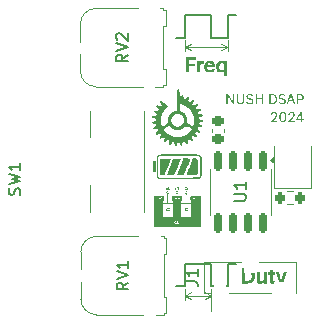
<source format=gto>
G04 #@! TF.GenerationSoftware,KiCad,Pcbnew,8.0.1*
G04 #@! TF.CreationDate,2024-07-25T21:09:13+08:00*
G04 #@! TF.ProjectId,555Sandbox,35353553-616e-4646-926f-782e6b696361,1.0.0*
G04 #@! TF.SameCoordinates,Original*
G04 #@! TF.FileFunction,Legend,Top*
G04 #@! TF.FilePolarity,Positive*
%FSLAX46Y46*%
G04 Gerber Fmt 4.6, Leading zero omitted, Abs format (unit mm)*
G04 Created by KiCad (PCBNEW 8.0.1) date 2024-07-25 21:09:13*
%MOMM*%
%LPD*%
G01*
G04 APERTURE LIST*
G04 Aperture macros list*
%AMRoundRect*
0 Rectangle with rounded corners*
0 $1 Rounding radius*
0 $2 $3 $4 $5 $6 $7 $8 $9 X,Y pos of 4 corners*
0 Add a 4 corners polygon primitive as box body*
4,1,4,$2,$3,$4,$5,$6,$7,$8,$9,$2,$3,0*
0 Add four circle primitives for the rounded corners*
1,1,$1+$1,$2,$3*
1,1,$1+$1,$4,$5*
1,1,$1+$1,$6,$7*
1,1,$1+$1,$8,$9*
0 Add four rect primitives between the rounded corners*
20,1,$1+$1,$2,$3,$4,$5,0*
20,1,$1+$1,$4,$5,$6,$7,0*
20,1,$1+$1,$6,$7,$8,$9,0*
20,1,$1+$1,$8,$9,$2,$3,0*%
G04 Aperture macros list end*
%ADD10C,0.200000*%
%ADD11C,0.260000*%
%ADD12C,0.112500*%
%ADD13C,0.003175*%
%ADD14C,0.100000*%
%ADD15C,0.006350*%
%ADD16C,0.150000*%
%ADD17C,0.120000*%
%ADD18C,0.000000*%
%ADD19R,1.000000X2.510000*%
%ADD20RoundRect,0.150000X-0.150000X0.675000X-0.150000X-0.675000X0.150000X-0.675000X0.150000X0.675000X0*%
%ADD21R,2.200000X2.200000*%
%ADD22R,2.200000X1.250000*%
%ADD23RoundRect,0.200000X0.200000X0.275000X-0.200000X0.275000X-0.200000X-0.275000X0.200000X-0.275000X0*%
%ADD24O,3.500000X2.200000*%
%ADD25R,2.500000X1.500000*%
%ADD26O,2.500000X1.500000*%
%ADD27RoundRect,0.225000X0.250000X-0.225000X0.250000X0.225000X-0.250000X0.225000X-0.250000X-0.225000X0*%
%ADD28R,1.560000X1.560000*%
%ADD29C,1.560000*%
%ADD30C,6.000000*%
G04 APERTURE END LIST*
D10*
X83600000Y-69950000D02*
X84400000Y-69950000D01*
X84400000Y-89100000D02*
X86600000Y-89100000D01*
X86600000Y-68050000D02*
X86600000Y-69950000D01*
X84400000Y-91000000D02*
X84400000Y-89100000D01*
X86600000Y-89100000D02*
X86600000Y-91000000D01*
X86600000Y-91000000D02*
X88000000Y-91000000D01*
X88000000Y-68050000D02*
X88700000Y-68050000D01*
X84400000Y-68050000D02*
X86600000Y-68050000D01*
X86600000Y-69950000D02*
X88000000Y-69950000D01*
X88000000Y-69950000D02*
X88000000Y-68050000D01*
X88000000Y-91000000D02*
X88000000Y-89100000D01*
X88000000Y-89100000D02*
X88700000Y-89100000D01*
X84400000Y-69950000D02*
X84400000Y-68050000D01*
X83600000Y-91000000D02*
X84400000Y-91000000D01*
D11*
G36*
X84456367Y-72889500D02*
G01*
X84724986Y-72889500D01*
X84724986Y-72384967D01*
X85246664Y-72384967D01*
X85246664Y-72172549D01*
X84724986Y-72172549D01*
X84724986Y-71828680D01*
X85296196Y-71828680D01*
X85296196Y-71607371D01*
X84456367Y-71607371D01*
X84456367Y-72889500D01*
G37*
G36*
X85431140Y-72889500D02*
G01*
X85690868Y-72889500D01*
X85690868Y-72356391D01*
X85698598Y-72285146D01*
X85726386Y-72219305D01*
X85773115Y-72172945D01*
X85837451Y-72146981D01*
X85893443Y-72141433D01*
X85958137Y-72147293D01*
X85987428Y-72155721D01*
X85987428Y-71927109D01*
X85923428Y-71917785D01*
X85912812Y-71917584D01*
X85845040Y-71927184D01*
X85787817Y-71955188D01*
X85742120Y-72000399D01*
X85708926Y-72061619D01*
X85695949Y-72103331D01*
X85690868Y-72103331D01*
X85690868Y-71936952D01*
X85431140Y-71936952D01*
X85431140Y-72889500D01*
G37*
G36*
X86535381Y-71919779D02*
G01*
X86607163Y-71931099D01*
X86672895Y-71951652D01*
X86732222Y-71980992D01*
X86784791Y-72018671D01*
X86830245Y-72064241D01*
X86868230Y-72117256D01*
X86898392Y-72177268D01*
X86920375Y-72243829D01*
X86933825Y-72316492D01*
X86938387Y-72394810D01*
X86938387Y-72474506D01*
X86282400Y-72474506D01*
X86282901Y-72488579D01*
X86292216Y-72553223D01*
X86317663Y-72617595D01*
X86365531Y-72673207D01*
X86431193Y-72706294D01*
X86500216Y-72715501D01*
X86538250Y-72712873D01*
X86602337Y-72694102D01*
X86654936Y-72657736D01*
X86690408Y-72603418D01*
X86692313Y-72598020D01*
X86930450Y-72598020D01*
X86927592Y-72607863D01*
X86906264Y-72674467D01*
X86869081Y-72739938D01*
X86827327Y-72788704D01*
X86774412Y-72831956D01*
X86709886Y-72867566D01*
X86633299Y-72893404D01*
X86567672Y-72905091D01*
X86494818Y-72909185D01*
X86441524Y-72906986D01*
X86366820Y-72895606D01*
X86298673Y-72874854D01*
X86237391Y-72845094D01*
X86183282Y-72806689D01*
X86136653Y-72760005D01*
X86097812Y-72705405D01*
X86067067Y-72643253D01*
X86044725Y-72573914D01*
X86031094Y-72497752D01*
X86026482Y-72415131D01*
X86026482Y-72414178D01*
X86028558Y-72358683D01*
X86035098Y-72310986D01*
X86285258Y-72310986D01*
X86689455Y-72310986D01*
X86683392Y-72275685D01*
X86657494Y-72206417D01*
X86616760Y-72155745D01*
X86554597Y-72121015D01*
X86488785Y-72111269D01*
X86440869Y-72116426D01*
X86381942Y-72140554D01*
X86334603Y-72183632D01*
X86301147Y-72244803D01*
X86285258Y-72310986D01*
X86035098Y-72310986D01*
X86039276Y-72280512D01*
X86058775Y-72208795D01*
X86086666Y-72143953D01*
X86122563Y-72086401D01*
X86166077Y-72036558D01*
X86216821Y-71994841D01*
X86274407Y-71961667D01*
X86338448Y-71937455D01*
X86408554Y-71922621D01*
X86484340Y-71917584D01*
X86535381Y-71919779D01*
G37*
G36*
X87451230Y-71919056D02*
G01*
X87521083Y-71931247D01*
X87583352Y-71957001D01*
X87637169Y-71995086D01*
X87681669Y-72044273D01*
X87715983Y-72103331D01*
X87721381Y-72103331D01*
X87721381Y-71936952D01*
X87980792Y-71936952D01*
X87980792Y-73200665D01*
X87721381Y-73200665D01*
X87721381Y-72729789D01*
X87715983Y-72729789D01*
X87706033Y-72749950D01*
X87668525Y-72804152D01*
X87620334Y-72848124D01*
X87562491Y-72880823D01*
X87496024Y-72901207D01*
X87421964Y-72908233D01*
X87337016Y-72899620D01*
X87261222Y-72874279D01*
X87195250Y-72832952D01*
X87139772Y-72776385D01*
X87095456Y-72705321D01*
X87069948Y-72642957D01*
X87051378Y-72573171D01*
X87040028Y-72496278D01*
X87036182Y-72412591D01*
X87300038Y-72412591D01*
X87302170Y-72459501D01*
X87314867Y-72529452D01*
X87344232Y-72598619D01*
X87387742Y-72650092D01*
X87444053Y-72682201D01*
X87511821Y-72693275D01*
X87557331Y-72688287D01*
X87616924Y-72662920D01*
X87664705Y-72617666D01*
X87699090Y-72554295D01*
X87716370Y-72488924D01*
X87722334Y-72413226D01*
X87722334Y-72412591D01*
X87720142Y-72366014D01*
X87707167Y-72296514D01*
X87677425Y-72227736D01*
X87633823Y-72176510D01*
X87578057Y-72144531D01*
X87511821Y-72133495D01*
X87465709Y-72138414D01*
X87405579Y-72163471D01*
X87357588Y-72208270D01*
X87323193Y-72271152D01*
X87305967Y-72336171D01*
X87300038Y-72411638D01*
X87300038Y-72412591D01*
X87036182Y-72412591D01*
X87036182Y-72411638D01*
X87036618Y-72383097D01*
X87043065Y-72301919D01*
X87057004Y-72227645D01*
X87078149Y-72160582D01*
X87106217Y-72101036D01*
X87153918Y-72033864D01*
X87212747Y-71981325D01*
X87282031Y-71944145D01*
X87361096Y-71923049D01*
X87426409Y-71918219D01*
X87451230Y-71919056D01*
G37*
D12*
G36*
X88014254Y-75585000D02*
G01*
X87902806Y-75585000D01*
X87902806Y-74740896D01*
X88008099Y-74740896D01*
X88424435Y-75390240D01*
X88424435Y-74740896D01*
X88535883Y-74740896D01*
X88535883Y-75585000D01*
X88431689Y-75585000D01*
X88014254Y-74934996D01*
X88014254Y-75585000D01*
G37*
G36*
X89097959Y-75504326D02*
G01*
X89144052Y-75500740D01*
X89189962Y-75488134D01*
X89229578Y-75466451D01*
X89252492Y-75446953D01*
X89280225Y-75411395D01*
X89298883Y-75369264D01*
X89308464Y-75320560D01*
X89309864Y-75290662D01*
X89309864Y-74733862D01*
X89421312Y-74733862D01*
X89421312Y-75289124D01*
X89418784Y-75334008D01*
X89409897Y-75381185D01*
X89394611Y-75424851D01*
X89380866Y-75452009D01*
X89355665Y-75488949D01*
X89325317Y-75520881D01*
X89289822Y-75547806D01*
X89267879Y-75560600D01*
X89225093Y-75579195D01*
X89178342Y-75591705D01*
X89133458Y-75597715D01*
X89097739Y-75599068D01*
X89050492Y-75596664D01*
X89006350Y-75589451D01*
X88960401Y-75575589D01*
X88927380Y-75560600D01*
X88889115Y-75536457D01*
X88855927Y-75507307D01*
X88827816Y-75473150D01*
X88814393Y-75452009D01*
X88794948Y-75410686D01*
X88781866Y-75365850D01*
X88775148Y-75317502D01*
X88774166Y-75289124D01*
X88774166Y-74733862D01*
X88885614Y-74733862D01*
X88885614Y-75290662D01*
X88889214Y-75337525D01*
X88901869Y-75384038D01*
X88923634Y-75423978D01*
X88943207Y-75446953D01*
X88978821Y-75474687D01*
X89020626Y-75493345D01*
X89068621Y-75502925D01*
X89097959Y-75504326D01*
G37*
G36*
X89576504Y-75370017D02*
G01*
X89687952Y-75370017D01*
X89703120Y-75412717D01*
X89710813Y-75425411D01*
X89741189Y-75458178D01*
X89753678Y-75467397D01*
X89793386Y-75487742D01*
X89813908Y-75494654D01*
X89857187Y-75502730D01*
X89889746Y-75504326D01*
X89935139Y-75501351D01*
X89980483Y-75490526D01*
X89991302Y-75486301D01*
X90030685Y-75462759D01*
X90056368Y-75435083D01*
X90074853Y-75394303D01*
X90079229Y-75357487D01*
X90071936Y-75313818D01*
X90048079Y-75276819D01*
X90046037Y-75274836D01*
X90007010Y-75248264D01*
X89964104Y-75231180D01*
X89943162Y-75225157D01*
X89797861Y-75186688D01*
X89753204Y-75172417D01*
X89710825Y-75152283D01*
X89690590Y-75139427D01*
X89655926Y-75109590D01*
X89627658Y-75072019D01*
X89623106Y-75063810D01*
X89607177Y-75022450D01*
X89600169Y-74976463D01*
X89599805Y-74962473D01*
X89604273Y-74915103D01*
X89617675Y-74871524D01*
X89637614Y-74835198D01*
X89667005Y-74799696D01*
X89702890Y-74769959D01*
X89741148Y-74747930D01*
X89784030Y-74731354D01*
X89830518Y-74720917D01*
X89875441Y-74716773D01*
X89891065Y-74716496D01*
X89935885Y-74718722D01*
X89982055Y-74726416D01*
X90024405Y-74739605D01*
X90036365Y-74744633D01*
X90076698Y-74766523D01*
X90113767Y-74796208D01*
X90136822Y-74822449D01*
X90160593Y-74861522D01*
X90175523Y-74904551D01*
X90180566Y-74935436D01*
X90069337Y-74935436D01*
X90054756Y-74893919D01*
X90037903Y-74869710D01*
X90004385Y-74841159D01*
X89975914Y-74826625D01*
X89932564Y-74814619D01*
X89888646Y-74811238D01*
X89841802Y-74815081D01*
X89797265Y-74828184D01*
X89760053Y-74850586D01*
X89730315Y-74883270D01*
X89713588Y-74926213D01*
X89711253Y-74952581D01*
X89719814Y-74996366D01*
X89741588Y-75028199D01*
X89778627Y-75054687D01*
X89822036Y-75071553D01*
X89829076Y-75073482D01*
X89971958Y-75111510D01*
X90015629Y-75125043D01*
X90057916Y-75142309D01*
X90094177Y-75162069D01*
X90129442Y-75189110D01*
X90158414Y-75223587D01*
X90166497Y-75237247D01*
X90183026Y-75279682D01*
X90190087Y-75324812D01*
X90190677Y-75343639D01*
X90186942Y-75390067D01*
X90175736Y-75432631D01*
X90154782Y-75474988D01*
X90152429Y-75478607D01*
X90122518Y-75515111D01*
X90085074Y-75545433D01*
X90044498Y-75567634D01*
X90003074Y-75582829D01*
X89957442Y-75593051D01*
X89913348Y-75597963D01*
X89878095Y-75599068D01*
X89830336Y-75596749D01*
X89785977Y-75589794D01*
X89758294Y-75582581D01*
X89717109Y-75566864D01*
X89678112Y-75544745D01*
X89665531Y-75535540D01*
X89632580Y-75504274D01*
X89606682Y-75468178D01*
X89603762Y-75463000D01*
X89586387Y-75421659D01*
X89577126Y-75376356D01*
X89576504Y-75370017D01*
G37*
G36*
X91019613Y-75585000D02*
G01*
X90908165Y-75585000D01*
X90908165Y-75187348D01*
X90485014Y-75187348D01*
X90485014Y-75585000D01*
X90373566Y-75585000D01*
X90373566Y-74740896D01*
X90485014Y-74740896D01*
X90485014Y-75092606D01*
X90908165Y-75092606D01*
X90908165Y-74740896D01*
X91019613Y-74740896D01*
X91019613Y-75585000D01*
G37*
G36*
X91853137Y-74746310D02*
G01*
X91901807Y-74752506D01*
X91946584Y-74763266D01*
X91992994Y-74781154D01*
X92014292Y-74792334D01*
X92053062Y-74819055D01*
X92086722Y-74851520D01*
X92115271Y-74889727D01*
X92138709Y-74933677D01*
X92154983Y-74976728D01*
X92167260Y-75023945D01*
X92174602Y-75067732D01*
X92179007Y-75114579D01*
X92180475Y-75164487D01*
X92179007Y-75214252D01*
X92174602Y-75261004D01*
X92167260Y-75304742D01*
X92154983Y-75351960D01*
X92138709Y-75395076D01*
X92115271Y-75439150D01*
X92086722Y-75477508D01*
X92053062Y-75510151D01*
X92014292Y-75537079D01*
X91970424Y-75558044D01*
X91927870Y-75571475D01*
X91881425Y-75580320D01*
X91831087Y-75584578D01*
X91808322Y-75585000D01*
X91533329Y-75585000D01*
X91533329Y-74839375D01*
X91644777Y-74839375D01*
X91644777Y-75490258D01*
X91801068Y-75490258D01*
X91845338Y-75487868D01*
X91889130Y-75479810D01*
X91918891Y-75470034D01*
X91959914Y-75448318D01*
X91994120Y-75418944D01*
X92002642Y-75409145D01*
X92028379Y-75369775D01*
X92046703Y-75326436D01*
X92052321Y-75308028D01*
X92061832Y-75263824D01*
X92067053Y-75219311D01*
X92069011Y-75170676D01*
X92069027Y-75165586D01*
X92067617Y-75119727D01*
X92062555Y-75071594D01*
X92053810Y-75028022D01*
X92039571Y-74984455D01*
X92018220Y-74942660D01*
X91990988Y-74907948D01*
X91954238Y-74877947D01*
X91950545Y-74875645D01*
X91910445Y-74856518D01*
X91864335Y-74844475D01*
X91817696Y-74839694D01*
X91801068Y-74839375D01*
X91644777Y-74839375D01*
X91533329Y-74839375D01*
X91533329Y-74744633D01*
X91808322Y-74744633D01*
X91853137Y-74746310D01*
G37*
G36*
X92311047Y-75370017D02*
G01*
X92422495Y-75370017D01*
X92437663Y-75412717D01*
X92445356Y-75425411D01*
X92475732Y-75458178D01*
X92488221Y-75467397D01*
X92527929Y-75487742D01*
X92548451Y-75494654D01*
X92591730Y-75502730D01*
X92624289Y-75504326D01*
X92669681Y-75501351D01*
X92715025Y-75490526D01*
X92725845Y-75486301D01*
X92765228Y-75462759D01*
X92790911Y-75435083D01*
X92809396Y-75394303D01*
X92813772Y-75357487D01*
X92806479Y-75313818D01*
X92782622Y-75276819D01*
X92780580Y-75274836D01*
X92741553Y-75248264D01*
X92698647Y-75231180D01*
X92677704Y-75225157D01*
X92532404Y-75186688D01*
X92487747Y-75172417D01*
X92445368Y-75152283D01*
X92425133Y-75139427D01*
X92390469Y-75109590D01*
X92362201Y-75072019D01*
X92357649Y-75063810D01*
X92341720Y-75022450D01*
X92334712Y-74976463D01*
X92334348Y-74962473D01*
X92338815Y-74915103D01*
X92352218Y-74871524D01*
X92372157Y-74835198D01*
X92401548Y-74799696D01*
X92437433Y-74769959D01*
X92475691Y-74747930D01*
X92518573Y-74731354D01*
X92565061Y-74720917D01*
X92609984Y-74716773D01*
X92625607Y-74716496D01*
X92670428Y-74718722D01*
X92716598Y-74726416D01*
X92758948Y-74739605D01*
X92770907Y-74744633D01*
X92811241Y-74766523D01*
X92848310Y-74796208D01*
X92871365Y-74822449D01*
X92895136Y-74861522D01*
X92910066Y-74904551D01*
X92915108Y-74935436D01*
X92803880Y-74935436D01*
X92789299Y-74893919D01*
X92772446Y-74869710D01*
X92738928Y-74841159D01*
X92710457Y-74826625D01*
X92667107Y-74814619D01*
X92623189Y-74811238D01*
X92576345Y-74815081D01*
X92531808Y-74828184D01*
X92494596Y-74850586D01*
X92464858Y-74883270D01*
X92448131Y-74926213D01*
X92445796Y-74952581D01*
X92454357Y-74996366D01*
X92476131Y-75028199D01*
X92513170Y-75054687D01*
X92556579Y-75071553D01*
X92563619Y-75073482D01*
X92706501Y-75111510D01*
X92750172Y-75125043D01*
X92792459Y-75142309D01*
X92828720Y-75162069D01*
X92863985Y-75189110D01*
X92892957Y-75223587D01*
X92901040Y-75237247D01*
X92917569Y-75279682D01*
X92924630Y-75324812D01*
X92925220Y-75343639D01*
X92921485Y-75390067D01*
X92910279Y-75432631D01*
X92889325Y-75474988D01*
X92886972Y-75478607D01*
X92857061Y-75515111D01*
X92819617Y-75545433D01*
X92779041Y-75567634D01*
X92737617Y-75582829D01*
X92691985Y-75593051D01*
X92647891Y-75597963D01*
X92612638Y-75599068D01*
X92564879Y-75596749D01*
X92520520Y-75589794D01*
X92492837Y-75582581D01*
X92451652Y-75566864D01*
X92412655Y-75544745D01*
X92400074Y-75535540D01*
X92367123Y-75504274D01*
X92341225Y-75468178D01*
X92338305Y-75463000D01*
X92320929Y-75421659D01*
X92311669Y-75376356D01*
X92311047Y-75370017D01*
G37*
G36*
X93725799Y-75585000D02*
G01*
X93606438Y-75585000D01*
X93524006Y-75342100D01*
X93214501Y-75342100D01*
X93132069Y-75585000D01*
X93014686Y-75585000D01*
X93133564Y-75247358D01*
X93244177Y-75247358D01*
X93495210Y-75247358D01*
X93371452Y-74874326D01*
X93367055Y-74874326D01*
X93244177Y-75247358D01*
X93133564Y-75247358D01*
X93311881Y-74740896D01*
X93429264Y-74740896D01*
X93725799Y-75585000D01*
G37*
G36*
X94222355Y-74747293D02*
G01*
X94267435Y-74756490D01*
X94312164Y-74774193D01*
X94319749Y-74778265D01*
X94357937Y-74804401D01*
X94389682Y-74836562D01*
X94412952Y-74871029D01*
X94431850Y-74913941D01*
X94442223Y-74956875D01*
X94446112Y-75003543D01*
X94446145Y-75008415D01*
X94442903Y-75055269D01*
X94433179Y-75098558D01*
X94414994Y-75142061D01*
X94412952Y-75145802D01*
X94386885Y-75183541D01*
X94354325Y-75215150D01*
X94319090Y-75238565D01*
X94274911Y-75257463D01*
X94230467Y-75267836D01*
X94181944Y-75271726D01*
X94176867Y-75271758D01*
X93981888Y-75271758D01*
X93981888Y-75585000D01*
X93870440Y-75585000D01*
X93870440Y-74839375D01*
X93981888Y-74839375D01*
X93981888Y-75177016D01*
X94169393Y-75177016D01*
X94215436Y-75172621D01*
X94258859Y-75157013D01*
X94294733Y-75128875D01*
X94315133Y-75099200D01*
X94329806Y-75057490D01*
X94334678Y-75011299D01*
X94334697Y-75007976D01*
X94330468Y-74961140D01*
X94316047Y-74917901D01*
X94291392Y-74883339D01*
X94253937Y-74856548D01*
X94210860Y-74842853D01*
X94169393Y-74839375D01*
X93981888Y-74839375D01*
X93870440Y-74839375D01*
X93870440Y-74744633D01*
X94178186Y-74744633D01*
X94222355Y-74747293D01*
G37*
G36*
X91786340Y-76488322D02*
G01*
X91674892Y-76488322D01*
X91674892Y-76484145D01*
X91678708Y-76440247D01*
X91691189Y-76395232D01*
X91692257Y-76392481D01*
X91712160Y-76353184D01*
X91739308Y-76318138D01*
X91743475Y-76313786D01*
X91778944Y-76284571D01*
X91818410Y-76262969D01*
X91827666Y-76259051D01*
X91871142Y-76245957D01*
X91915845Y-76239796D01*
X91943950Y-76238828D01*
X91992078Y-76241790D01*
X92036171Y-76250677D01*
X92080011Y-76267296D01*
X92083754Y-76269163D01*
X92121514Y-76292719D01*
X92155420Y-76324579D01*
X92175858Y-76352694D01*
X92195683Y-76394374D01*
X92206358Y-76439948D01*
X92208391Y-76472495D01*
X92204647Y-76517316D01*
X92192324Y-76561511D01*
X92188828Y-76569875D01*
X92167637Y-76610559D01*
X92142717Y-76647573D01*
X92136731Y-76655384D01*
X92107110Y-76692344D01*
X92077194Y-76728095D01*
X92065070Y-76742212D01*
X91840855Y-77002258D01*
X92223559Y-77002258D01*
X92223559Y-77097000D01*
X91674892Y-77097000D01*
X91674892Y-77030394D01*
X91998685Y-76666595D01*
X92027553Y-76632214D01*
X92044627Y-76610761D01*
X92069837Y-76573031D01*
X92081996Y-76548992D01*
X92094841Y-76505286D01*
X92096943Y-76476672D01*
X92090614Y-76431254D01*
X92076940Y-76400834D01*
X92047916Y-76367732D01*
X92021985Y-76351155D01*
X91980061Y-76336936D01*
X91943510Y-76333570D01*
X91897568Y-76338955D01*
X91858660Y-76355112D01*
X91824201Y-76383659D01*
X91804805Y-76411825D01*
X91789874Y-76453340D01*
X91786340Y-76488322D01*
G37*
G36*
X92731175Y-76242111D02*
G01*
X92778834Y-76253655D01*
X92821902Y-76273510D01*
X92848063Y-76291364D01*
X92883255Y-76324220D01*
X92910303Y-76358972D01*
X92933367Y-76398945D01*
X92950279Y-76438203D01*
X92964069Y-76480974D01*
X92974472Y-76526963D01*
X92981488Y-76576171D01*
X92984806Y-76620910D01*
X92985670Y-76660000D01*
X92985670Y-76691214D01*
X92984406Y-76737692D01*
X92980614Y-76781945D01*
X92973327Y-76829068D01*
X92965447Y-76863772D01*
X92951120Y-76909891D01*
X92933144Y-76951802D01*
X92909155Y-76993045D01*
X92906755Y-76996542D01*
X92878178Y-77031686D01*
X92842145Y-77062974D01*
X92811793Y-77081612D01*
X92767394Y-77099562D01*
X92722838Y-77108738D01*
X92683639Y-77111068D01*
X92637670Y-77107812D01*
X92590092Y-77096365D01*
X92546897Y-77076676D01*
X92520534Y-77058971D01*
X92485095Y-77026239D01*
X92457827Y-76991597D01*
X92434544Y-76951734D01*
X92417439Y-76912572D01*
X92403563Y-76869747D01*
X92393096Y-76823788D01*
X92386036Y-76774695D01*
X92382698Y-76730120D01*
X92381828Y-76691214D01*
X92381828Y-76690335D01*
X92493276Y-76690335D01*
X92494733Y-76739245D01*
X92499102Y-76784637D01*
X92507498Y-76831500D01*
X92516577Y-76864871D01*
X92533145Y-76907199D01*
X92555684Y-76946173D01*
X92582742Y-76977198D01*
X92620073Y-77002532D01*
X92662410Y-77014951D01*
X92683639Y-77016326D01*
X92729068Y-77009868D01*
X92768911Y-76990496D01*
X92785415Y-76977198D01*
X92814648Y-76942958D01*
X92836610Y-76903262D01*
X92851141Y-76864871D01*
X92862298Y-76821471D01*
X92869804Y-76773619D01*
X92873410Y-76727347D01*
X92874222Y-76690335D01*
X92874222Y-76660220D01*
X92872779Y-76611297D01*
X92868452Y-76565863D01*
X92860134Y-76518921D01*
X92851141Y-76485464D01*
X92834805Y-76442926D01*
X92812422Y-76403869D01*
X92785415Y-76372917D01*
X92748151Y-76347441D01*
X92705301Y-76334953D01*
X92683639Y-76333570D01*
X92638991Y-76340064D01*
X92599350Y-76359545D01*
X92582742Y-76372917D01*
X92553448Y-76407085D01*
X92531320Y-76446878D01*
X92516577Y-76485464D01*
X92505314Y-76528971D01*
X92497736Y-76576894D01*
X92494096Y-76623200D01*
X92493276Y-76660220D01*
X92493276Y-76690335D01*
X92381828Y-76690335D01*
X92381828Y-76660000D01*
X92383088Y-76613715D01*
X92386867Y-76569655D01*
X92394460Y-76521065D01*
X92405482Y-76475504D01*
X92417659Y-76438863D01*
X92437566Y-76394033D01*
X92461458Y-76354507D01*
X92489333Y-76320284D01*
X92521193Y-76291364D01*
X92561520Y-76265968D01*
X92606333Y-76248884D01*
X92649932Y-76240675D01*
X92684958Y-76238828D01*
X92731175Y-76242111D01*
G37*
G36*
X93260883Y-76488322D02*
G01*
X93149435Y-76488322D01*
X93149435Y-76484145D01*
X93153250Y-76440247D01*
X93165732Y-76395232D01*
X93166800Y-76392481D01*
X93186703Y-76353184D01*
X93213851Y-76318138D01*
X93218018Y-76313786D01*
X93253486Y-76284571D01*
X93292952Y-76262969D01*
X93302209Y-76259051D01*
X93345684Y-76245957D01*
X93390388Y-76239796D01*
X93418493Y-76238828D01*
X93466621Y-76241790D01*
X93510713Y-76250677D01*
X93554554Y-76267296D01*
X93558297Y-76269163D01*
X93596057Y-76292719D01*
X93629963Y-76324579D01*
X93650401Y-76352694D01*
X93670226Y-76394374D01*
X93680901Y-76439948D01*
X93682934Y-76472495D01*
X93679190Y-76517316D01*
X93666867Y-76561511D01*
X93663371Y-76569875D01*
X93642180Y-76610559D01*
X93617260Y-76647573D01*
X93611274Y-76655384D01*
X93581653Y-76692344D01*
X93551737Y-76728095D01*
X93539613Y-76742212D01*
X93315398Y-77002258D01*
X93698102Y-77002258D01*
X93698102Y-77097000D01*
X93149435Y-77097000D01*
X93149435Y-77030394D01*
X93473227Y-76666595D01*
X93502096Y-76632214D01*
X93519170Y-76610761D01*
X93544380Y-76573031D01*
X93556539Y-76548992D01*
X93569384Y-76505286D01*
X93571486Y-76476672D01*
X93565157Y-76431254D01*
X93551483Y-76400834D01*
X93522459Y-76367732D01*
X93496528Y-76351155D01*
X93454604Y-76336936D01*
X93418053Y-76333570D01*
X93372111Y-76338955D01*
X93333203Y-76355112D01*
X93298744Y-76383659D01*
X93279348Y-76411825D01*
X93264417Y-76453340D01*
X93260883Y-76488322D01*
G37*
G36*
X94336235Y-76829700D02*
G01*
X94435813Y-76829700D01*
X94435813Y-76924442D01*
X94336235Y-76924442D01*
X94336235Y-77097000D01*
X94224787Y-77097000D01*
X94224787Y-76924442D01*
X93816804Y-76924442D01*
X93816804Y-76829700D01*
X93928692Y-76829700D01*
X94224787Y-76829700D01*
X94224787Y-76351375D01*
X94218632Y-76351375D01*
X94191097Y-76393900D01*
X94163393Y-76437228D01*
X94135518Y-76481360D01*
X94112159Y-76518750D01*
X94088682Y-76556699D01*
X94069815Y-76587460D01*
X94046489Y-76625948D01*
X94023636Y-76664199D01*
X94001255Y-76702214D01*
X93975021Y-76747521D01*
X93949467Y-76792488D01*
X93928692Y-76829700D01*
X93816804Y-76829700D01*
X93816804Y-76829041D01*
X93841744Y-76783862D01*
X93867242Y-76738726D01*
X93893298Y-76693633D01*
X93919913Y-76648583D01*
X93947085Y-76603576D01*
X93974816Y-76558612D01*
X93986064Y-76540639D01*
X94014270Y-76495708D01*
X94042423Y-76450766D01*
X94070522Y-76405814D01*
X94098567Y-76360851D01*
X94126558Y-76315877D01*
X94154496Y-76270893D01*
X94165656Y-76252896D01*
X94336235Y-76252896D01*
X94336235Y-76829700D01*
G37*
D11*
G36*
X89766419Y-89499534D02*
G01*
X89832772Y-89507474D01*
X89895248Y-89520616D01*
X89981468Y-89549923D01*
X90058383Y-89590520D01*
X90125643Y-89642158D01*
X90182897Y-89704587D01*
X90229797Y-89777557D01*
X90265992Y-89860819D01*
X90284001Y-89921921D01*
X90296993Y-89987412D01*
X90304865Y-90057219D01*
X90307512Y-90131267D01*
X90307512Y-90133173D01*
X90304872Y-90207506D01*
X90297019Y-90277792D01*
X90284055Y-90343928D01*
X90266081Y-90405809D01*
X90229945Y-90490430D01*
X90183103Y-90564898D01*
X90125895Y-90628866D01*
X90058662Y-90681985D01*
X89981745Y-90723906D01*
X89895484Y-90754281D01*
X89832954Y-90767945D01*
X89766524Y-90776219D01*
X89696294Y-90779000D01*
X89206367Y-90779000D01*
X89206367Y-89718180D01*
X89474986Y-89718180D01*
X89474986Y-90557056D01*
X89664225Y-90557056D01*
X89707881Y-90555352D01*
X89787351Y-90541779D01*
X89856170Y-90514795D01*
X89914104Y-90474566D01*
X89960918Y-90421260D01*
X89996378Y-90355045D01*
X90020248Y-90276087D01*
X90030406Y-90208607D01*
X90033813Y-90134125D01*
X90033813Y-90132220D01*
X90032247Y-90083513D01*
X90024103Y-90015837D01*
X90002683Y-89935856D01*
X89969550Y-89867874D01*
X89925095Y-89812194D01*
X89869709Y-89769123D01*
X89803783Y-89738965D01*
X89727707Y-89722026D01*
X89664225Y-89718180D01*
X89474986Y-89718180D01*
X89206367Y-89718180D01*
X89206367Y-89496871D01*
X89696294Y-89496871D01*
X89766419Y-89499534D01*
G37*
G36*
X90782515Y-90798685D02*
G01*
X90846555Y-90793831D01*
X90914408Y-90775768D01*
X90972342Y-90745328D01*
X91020245Y-90703538D01*
X91058003Y-90651431D01*
X91073042Y-90621829D01*
X91078440Y-90621829D01*
X91078440Y-90779000D01*
X91337850Y-90779000D01*
X91337850Y-89826452D01*
X91078440Y-89826452D01*
X91078440Y-90373849D01*
X91070874Y-90439437D01*
X91044033Y-90503098D01*
X90999635Y-90550139D01*
X90939614Y-90577648D01*
X90888248Y-90583727D01*
X90820121Y-90573587D01*
X90762715Y-90538244D01*
X90727154Y-90479333D01*
X90713981Y-90409904D01*
X90713297Y-90387185D01*
X90713297Y-89826452D01*
X90453569Y-89826452D01*
X90453569Y-90441480D01*
X90459095Y-90520825D01*
X90475453Y-90591328D01*
X90502311Y-90652455D01*
X90550145Y-90714861D01*
X90613221Y-90760732D01*
X90674223Y-90784821D01*
X90744234Y-90797123D01*
X90782515Y-90798685D01*
G37*
G36*
X91884612Y-90798685D02*
G01*
X91948476Y-90796118D01*
X92009713Y-90788842D01*
X92009713Y-90598651D01*
X91953831Y-90603096D01*
X91886865Y-90591242D01*
X91843186Y-90540138D01*
X91835715Y-90484027D01*
X91835715Y-90022042D01*
X92009713Y-90022042D01*
X92009713Y-89826452D01*
X91835715Y-89826452D01*
X91835715Y-89593713D01*
X91573447Y-89593713D01*
X91573447Y-89826452D01*
X91441043Y-89826452D01*
X91441043Y-90022042D01*
X91573447Y-90022042D01*
X91573447Y-90512604D01*
X91578144Y-90583605D01*
X91597375Y-90656893D01*
X91631707Y-90713881D01*
X91681417Y-90755516D01*
X91746781Y-90782740D01*
X91810528Y-90794780D01*
X91884612Y-90798685D01*
G37*
G36*
X92301828Y-91092705D02*
G01*
X92377272Y-91089183D01*
X92445241Y-91077980D01*
X92506088Y-91058145D01*
X92572670Y-91019761D01*
X92629367Y-90964540D01*
X92668072Y-90906991D01*
X92701245Y-90836522D01*
X92715868Y-90796145D01*
X93042909Y-89826452D01*
X92769211Y-89826452D01*
X92567271Y-90571344D01*
X92560286Y-90571344D01*
X92359616Y-89826452D01*
X92074169Y-89826452D01*
X92411053Y-90779000D01*
X92399305Y-90810116D01*
X92364394Y-90866348D01*
X92302284Y-90894026D01*
X92256423Y-90897433D01*
X92192512Y-90892523D01*
X92169424Y-90888542D01*
X92169424Y-91081274D01*
X92236620Y-91089799D01*
X92301828Y-91092705D01*
G37*
D13*
X84381856Y-70761584D02*
X84381856Y-70744651D01*
X84381856Y-70747070D02*
X84383066Y-70745860D01*
X84383066Y-70745860D02*
X84385485Y-70744651D01*
X84385485Y-70744651D02*
X84389113Y-70744651D01*
X84389113Y-70744651D02*
X84391532Y-70745860D01*
X84391532Y-70745860D02*
X84392742Y-70748279D01*
X84392742Y-70748279D02*
X84392742Y-70761584D01*
X84392742Y-70748279D02*
X84393951Y-70745860D01*
X84393951Y-70745860D02*
X84396370Y-70744651D01*
X84396370Y-70744651D02*
X84399999Y-70744651D01*
X84399999Y-70744651D02*
X84402418Y-70745860D01*
X84402418Y-70745860D02*
X84403628Y-70748279D01*
X84403628Y-70748279D02*
X84403628Y-70761584D01*
X84415723Y-70761584D02*
X84415723Y-70744651D01*
X84415723Y-70747070D02*
X84416933Y-70745860D01*
X84416933Y-70745860D02*
X84419352Y-70744651D01*
X84419352Y-70744651D02*
X84422980Y-70744651D01*
X84422980Y-70744651D02*
X84425399Y-70745860D01*
X84425399Y-70745860D02*
X84426609Y-70748279D01*
X84426609Y-70748279D02*
X84426609Y-70761584D01*
X84426609Y-70748279D02*
X84427818Y-70745860D01*
X84427818Y-70745860D02*
X84430237Y-70744651D01*
X84430237Y-70744651D02*
X84433866Y-70744651D01*
X84433866Y-70744651D02*
X84436285Y-70745860D01*
X84436285Y-70745860D02*
X84437495Y-70748279D01*
X84437495Y-70748279D02*
X84437495Y-70761584D01*
D14*
X84400000Y-70200000D02*
X84400000Y-71100000D01*
X88000000Y-70200000D02*
X88000000Y-71100000D01*
X84458466Y-70750000D02*
X88000000Y-70750000D01*
X84400000Y-70750000D02*
X84932206Y-70472951D01*
X84400000Y-70750000D02*
X84932206Y-71027049D01*
X88000000Y-70750000D02*
X87467794Y-71027049D01*
X88000000Y-70750000D02*
X87467794Y-70472951D01*
D15*
X86598185Y-91811419D02*
X86598185Y-91794486D01*
X86598185Y-91786019D02*
X86596976Y-91787229D01*
X86596976Y-91787229D02*
X86598185Y-91788438D01*
X86598185Y-91788438D02*
X86599395Y-91787229D01*
X86599395Y-91787229D02*
X86598185Y-91786019D01*
X86598185Y-91786019D02*
X86598185Y-91788438D01*
X86610280Y-91794486D02*
X86610280Y-91811419D01*
X86610280Y-91796905D02*
X86611490Y-91795695D01*
X86611490Y-91795695D02*
X86613909Y-91794486D01*
X86613909Y-91794486D02*
X86617537Y-91794486D01*
X86617537Y-91794486D02*
X86619956Y-91795695D01*
X86619956Y-91795695D02*
X86621166Y-91798114D01*
X86621166Y-91798114D02*
X86621166Y-91811419D01*
D14*
X84400000Y-91250000D02*
X84400000Y-92150000D01*
X86600000Y-91250000D02*
X86600000Y-92150000D01*
X84400000Y-91800000D02*
X86553101Y-91800000D01*
X84400000Y-91800000D02*
X84932206Y-91522951D01*
X84400000Y-91800000D02*
X84932206Y-92077049D01*
X86600000Y-91800000D02*
X86067794Y-92077049D01*
X86600000Y-91800000D02*
X86067794Y-91522951D01*
D16*
X84484819Y-90583333D02*
X85199104Y-90583333D01*
X85199104Y-90583333D02*
X85341961Y-90630952D01*
X85341961Y-90630952D02*
X85437200Y-90726190D01*
X85437200Y-90726190D02*
X85484819Y-90869047D01*
X85484819Y-90869047D02*
X85484819Y-90964285D01*
X85484819Y-89583333D02*
X85484819Y-90154761D01*
X85484819Y-89869047D02*
X84484819Y-89869047D01*
X84484819Y-89869047D02*
X84627676Y-89964285D01*
X84627676Y-89964285D02*
X84722914Y-90059523D01*
X84722914Y-90059523D02*
X84770533Y-90154761D01*
X88554819Y-83761904D02*
X89364342Y-83761904D01*
X89364342Y-83761904D02*
X89459580Y-83714285D01*
X89459580Y-83714285D02*
X89507200Y-83666666D01*
X89507200Y-83666666D02*
X89554819Y-83571428D01*
X89554819Y-83571428D02*
X89554819Y-83380952D01*
X89554819Y-83380952D02*
X89507200Y-83285714D01*
X89507200Y-83285714D02*
X89459580Y-83238095D01*
X89459580Y-83238095D02*
X89364342Y-83190476D01*
X89364342Y-83190476D02*
X88554819Y-83190476D01*
X89554819Y-82190476D02*
X89554819Y-82761904D01*
X89554819Y-82476190D02*
X88554819Y-82476190D01*
X88554819Y-82476190D02*
X88697676Y-82571428D01*
X88697676Y-82571428D02*
X88792914Y-82666666D01*
X88792914Y-82666666D02*
X88840533Y-82761904D01*
X70407200Y-83283332D02*
X70454819Y-83140475D01*
X70454819Y-83140475D02*
X70454819Y-82902380D01*
X70454819Y-82902380D02*
X70407200Y-82807142D01*
X70407200Y-82807142D02*
X70359580Y-82759523D01*
X70359580Y-82759523D02*
X70264342Y-82711904D01*
X70264342Y-82711904D02*
X70169104Y-82711904D01*
X70169104Y-82711904D02*
X70073866Y-82759523D01*
X70073866Y-82759523D02*
X70026247Y-82807142D01*
X70026247Y-82807142D02*
X69978628Y-82902380D01*
X69978628Y-82902380D02*
X69931009Y-83092856D01*
X69931009Y-83092856D02*
X69883390Y-83188094D01*
X69883390Y-83188094D02*
X69835771Y-83235713D01*
X69835771Y-83235713D02*
X69740533Y-83283332D01*
X69740533Y-83283332D02*
X69645295Y-83283332D01*
X69645295Y-83283332D02*
X69550057Y-83235713D01*
X69550057Y-83235713D02*
X69502438Y-83188094D01*
X69502438Y-83188094D02*
X69454819Y-83092856D01*
X69454819Y-83092856D02*
X69454819Y-82854761D01*
X69454819Y-82854761D02*
X69502438Y-82711904D01*
X69454819Y-82378570D02*
X70454819Y-82140475D01*
X70454819Y-82140475D02*
X69740533Y-81949999D01*
X69740533Y-81949999D02*
X70454819Y-81759523D01*
X70454819Y-81759523D02*
X69454819Y-81521428D01*
X70454819Y-80616666D02*
X70454819Y-81188094D01*
X70454819Y-80902380D02*
X69454819Y-80902380D01*
X69454819Y-80902380D02*
X69597676Y-80997618D01*
X69597676Y-80997618D02*
X69692914Y-81092856D01*
X69692914Y-81092856D02*
X69740533Y-81188094D01*
X79564819Y-71395238D02*
X79088628Y-71728571D01*
X79564819Y-71966666D02*
X78564819Y-71966666D01*
X78564819Y-71966666D02*
X78564819Y-71585714D01*
X78564819Y-71585714D02*
X78612438Y-71490476D01*
X78612438Y-71490476D02*
X78660057Y-71442857D01*
X78660057Y-71442857D02*
X78755295Y-71395238D01*
X78755295Y-71395238D02*
X78898152Y-71395238D01*
X78898152Y-71395238D02*
X78993390Y-71442857D01*
X78993390Y-71442857D02*
X79041009Y-71490476D01*
X79041009Y-71490476D02*
X79088628Y-71585714D01*
X79088628Y-71585714D02*
X79088628Y-71966666D01*
X78564819Y-71109523D02*
X79564819Y-70776190D01*
X79564819Y-70776190D02*
X78564819Y-70442857D01*
X78660057Y-70157142D02*
X78612438Y-70109523D01*
X78612438Y-70109523D02*
X78564819Y-70014285D01*
X78564819Y-70014285D02*
X78564819Y-69776190D01*
X78564819Y-69776190D02*
X78612438Y-69680952D01*
X78612438Y-69680952D02*
X78660057Y-69633333D01*
X78660057Y-69633333D02*
X78755295Y-69585714D01*
X78755295Y-69585714D02*
X78850533Y-69585714D01*
X78850533Y-69585714D02*
X78993390Y-69633333D01*
X78993390Y-69633333D02*
X79564819Y-70204761D01*
X79564819Y-70204761D02*
X79564819Y-69585714D01*
X79604819Y-90695238D02*
X79128628Y-91028571D01*
X79604819Y-91266666D02*
X78604819Y-91266666D01*
X78604819Y-91266666D02*
X78604819Y-90885714D01*
X78604819Y-90885714D02*
X78652438Y-90790476D01*
X78652438Y-90790476D02*
X78700057Y-90742857D01*
X78700057Y-90742857D02*
X78795295Y-90695238D01*
X78795295Y-90695238D02*
X78938152Y-90695238D01*
X78938152Y-90695238D02*
X79033390Y-90742857D01*
X79033390Y-90742857D02*
X79081009Y-90790476D01*
X79081009Y-90790476D02*
X79128628Y-90885714D01*
X79128628Y-90885714D02*
X79128628Y-91266666D01*
X78604819Y-90409523D02*
X79604819Y-90076190D01*
X79604819Y-90076190D02*
X78604819Y-89742857D01*
X79604819Y-88885714D02*
X79604819Y-89457142D01*
X79604819Y-89171428D02*
X78604819Y-89171428D01*
X78604819Y-89171428D02*
X78747676Y-89266666D01*
X78747676Y-89266666D02*
X78842914Y-89361904D01*
X78842914Y-89361904D02*
X78890533Y-89457142D01*
D17*
X93200000Y-88920000D02*
X93770000Y-88920000D01*
X90660000Y-88920000D02*
X93770000Y-88920000D01*
X86030000Y-88920000D02*
X89140000Y-88920000D01*
X93770000Y-91580000D02*
X93770000Y-88920000D01*
X88120000Y-91580000D02*
X91680000Y-91580000D01*
X86600000Y-91580000D02*
X86600000Y-93100000D01*
X86030000Y-91580000D02*
X86030000Y-88920000D01*
X86030000Y-91580000D02*
X86600000Y-91580000D01*
X86540000Y-83000000D02*
X86540000Y-81050000D01*
X86540000Y-83000000D02*
X86540000Y-84950000D01*
X91660000Y-83000000D02*
X91660000Y-81050000D01*
X91660000Y-83000000D02*
X91660000Y-84950000D01*
X91895000Y-80540000D02*
X91565000Y-80300000D01*
X91895000Y-80060000D01*
X91895000Y-80540000D01*
G36*
X91895000Y-80540000D02*
G01*
X91565000Y-80300000D01*
X91895000Y-80060000D01*
X91895000Y-80540000D01*
G37*
X91900000Y-79100000D02*
X91900000Y-82700000D01*
X91900000Y-82700000D02*
X95100000Y-82700000D01*
X95100000Y-79100000D02*
X95100000Y-82700000D01*
D18*
G36*
X81807140Y-80441240D02*
G01*
X81924115Y-80447961D01*
X81930134Y-80883829D01*
X81931366Y-81054277D01*
X81930024Y-81196159D01*
X81928484Y-81251761D01*
X81926417Y-81294670D01*
X81923862Y-81323035D01*
X81922413Y-81331186D01*
X81920857Y-81335007D01*
X81920857Y-81335041D01*
X81919933Y-81335827D01*
X81918742Y-81336603D01*
X81915589Y-81338120D01*
X81911462Y-81339585D01*
X81906423Y-81340990D01*
X81900536Y-81342327D01*
X81893864Y-81343588D01*
X81886470Y-81344766D01*
X81878418Y-81345852D01*
X81869769Y-81346840D01*
X81860588Y-81347721D01*
X81850938Y-81348488D01*
X81840882Y-81349133D01*
X81830483Y-81349648D01*
X81819804Y-81350026D01*
X81808908Y-81350258D01*
X81797858Y-81350337D01*
X81690166Y-81350337D01*
X81690166Y-80434519D01*
X81807140Y-80441240D01*
G37*
G36*
X83912120Y-80196242D02*
G01*
X83958698Y-80197467D01*
X83997098Y-80199295D01*
X84026030Y-80201673D01*
X84044206Y-80204547D01*
X84048858Y-80206153D01*
X84050004Y-80206995D01*
X84050337Y-80207862D01*
X84044238Y-80225209D01*
X84027253Y-80268206D01*
X83965363Y-80419713D01*
X83874136Y-80639514D01*
X83763041Y-80904740D01*
X83763046Y-80904588D01*
X83477293Y-81584145D01*
X83171973Y-81595274D01*
X83052724Y-81598459D01*
X83000054Y-81599018D01*
X82953737Y-81598910D01*
X82915064Y-81598150D01*
X82885323Y-81596755D01*
X82865803Y-81594741D01*
X82860278Y-81593507D01*
X82857792Y-81592123D01*
X82858373Y-81587086D01*
X82861847Y-81575192D01*
X82876905Y-81532276D01*
X82901830Y-81466254D01*
X82935486Y-81380003D01*
X83024451Y-81158332D01*
X83134717Y-80890289D01*
X83420496Y-80202893D01*
X83736194Y-80196732D01*
X83799579Y-80195821D01*
X83858650Y-80195675D01*
X83912120Y-80196242D01*
G37*
G36*
X84628636Y-80191965D02*
G01*
X84686645Y-80192944D01*
X84739175Y-80194490D01*
X84784959Y-80196537D01*
X84822729Y-80199015D01*
X84851219Y-80201856D01*
X84869162Y-80204992D01*
X84873782Y-80206649D01*
X84875291Y-80208353D01*
X84869347Y-80225356D01*
X84852804Y-80267589D01*
X84792495Y-80416506D01*
X84703514Y-80632626D01*
X84595012Y-80893475D01*
X84595023Y-80893458D01*
X84485239Y-81154375D01*
X84392800Y-81370679D01*
X84327422Y-81519863D01*
X84307918Y-81562251D01*
X84298824Y-81579418D01*
X84297612Y-81580316D01*
X84295728Y-81581205D01*
X84290018Y-81582949D01*
X84281836Y-81584641D01*
X84271329Y-81586272D01*
X84258641Y-81587832D01*
X84243917Y-81589312D01*
X84208938Y-81591992D01*
X84167551Y-81594235D01*
X84120913Y-81595966D01*
X84070184Y-81597108D01*
X84016521Y-81597584D01*
X83810577Y-81597654D01*
X83748739Y-81596764D01*
X83708637Y-81594736D01*
X83695405Y-81593173D01*
X83686007Y-81591180D01*
X83679912Y-81588708D01*
X83676585Y-81585707D01*
X83675494Y-81582130D01*
X83676106Y-81577927D01*
X83680305Y-81567450D01*
X84189251Y-80353166D01*
X84256569Y-80191624D01*
X84566413Y-80191624D01*
X84628636Y-80191965D01*
G37*
G36*
X82620690Y-80194811D02*
G01*
X82673264Y-80195177D01*
X82798277Y-80196700D01*
X83222222Y-80202756D01*
X82934969Y-80891848D01*
X82729146Y-81381477D01*
X82664227Y-81532730D01*
X82637643Y-81591021D01*
X82637009Y-81591549D01*
X82636135Y-81592085D01*
X82633693Y-81593174D01*
X82630373Y-81594279D01*
X82626229Y-81595392D01*
X82621315Y-81596507D01*
X82615686Y-81597614D01*
X82609396Y-81598705D01*
X82602500Y-81599774D01*
X82587108Y-81601812D01*
X82569946Y-81603665D01*
X82551449Y-81605269D01*
X82532054Y-81606562D01*
X82512898Y-81607292D01*
X82494057Y-81607295D01*
X82475612Y-81606591D01*
X82457646Y-81605206D01*
X82440241Y-81603162D01*
X82423479Y-81600481D01*
X82407441Y-81597187D01*
X82392210Y-81593303D01*
X82377868Y-81588852D01*
X82364496Y-81583857D01*
X82352177Y-81578341D01*
X82340993Y-81572328D01*
X82331025Y-81565839D01*
X82322355Y-81558898D01*
X82315066Y-81551529D01*
X82309240Y-81543754D01*
X82307527Y-81537810D01*
X82305858Y-81525660D01*
X82302688Y-81484084D01*
X82299800Y-81421701D01*
X82297267Y-81341186D01*
X82295159Y-81245216D01*
X82293546Y-81136466D01*
X82292500Y-81017611D01*
X82292091Y-80891328D01*
X82292970Y-80547287D01*
X82294787Y-80435100D01*
X82298035Y-80354651D01*
X82303099Y-80299828D01*
X82306433Y-80280117D01*
X82310364Y-80264519D01*
X82314943Y-80252272D01*
X82320216Y-80242611D01*
X82326231Y-80234772D01*
X82333038Y-80227991D01*
X82336498Y-80225010D01*
X82340141Y-80222194D01*
X82344019Y-80219539D01*
X82348187Y-80217042D01*
X82352696Y-80214700D01*
X82357600Y-80212508D01*
X82362953Y-80210464D01*
X82368808Y-80208563D01*
X82375218Y-80206801D01*
X82382236Y-80205177D01*
X82389915Y-80203685D01*
X82398310Y-80202322D01*
X82407472Y-80201085D01*
X82417455Y-80199970D01*
X82428313Y-80198974D01*
X82440099Y-80198092D01*
X82466666Y-80196660D01*
X82497583Y-80195644D01*
X82533275Y-80195016D01*
X82574169Y-80194748D01*
X82620690Y-80194811D01*
G37*
G36*
X82460082Y-83468039D02*
G01*
X82461425Y-83468208D01*
X82464479Y-83468870D01*
X82467987Y-83469948D01*
X82471912Y-83471418D01*
X82476211Y-83473259D01*
X82480846Y-83475447D01*
X82485776Y-83477961D01*
X82490962Y-83480778D01*
X82496363Y-83483877D01*
X82501939Y-83487234D01*
X82507651Y-83490828D01*
X82513458Y-83494635D01*
X82519320Y-83498635D01*
X82525198Y-83502804D01*
X82531051Y-83507120D01*
X82536839Y-83511561D01*
X82542396Y-83516001D01*
X82547570Y-83520316D01*
X82552345Y-83524484D01*
X82556704Y-83528483D01*
X82560629Y-83532289D01*
X82564103Y-83535882D01*
X82567110Y-83539238D01*
X82569630Y-83542336D01*
X82571649Y-83545152D01*
X82573148Y-83547665D01*
X82574110Y-83549853D01*
X82574384Y-83550818D01*
X82574518Y-83551693D01*
X82574509Y-83552476D01*
X82574355Y-83553163D01*
X82574054Y-83553752D01*
X82573603Y-83554241D01*
X82573001Y-83554625D01*
X82572246Y-83554904D01*
X82571335Y-83555073D01*
X82570266Y-83555130D01*
X82570271Y-83555127D01*
X82569057Y-83555070D01*
X82567713Y-83554901D01*
X82564660Y-83554238D01*
X82561151Y-83553160D01*
X82557227Y-83551689D01*
X82552927Y-83549848D01*
X82548292Y-83547659D01*
X82543362Y-83545145D01*
X82538176Y-83542327D01*
X82532775Y-83539229D01*
X82527198Y-83535872D01*
X82521486Y-83532278D01*
X82515678Y-83528471D01*
X82509815Y-83524473D01*
X82503937Y-83520306D01*
X82498083Y-83515992D01*
X82492294Y-83511553D01*
X82486737Y-83507113D01*
X82481563Y-83502798D01*
X82476788Y-83498630D01*
X82472430Y-83494631D01*
X82468505Y-83490824D01*
X82465031Y-83487232D01*
X82462025Y-83483875D01*
X82459504Y-83480777D01*
X82457486Y-83477961D01*
X82455987Y-83475447D01*
X82455025Y-83473259D01*
X82454751Y-83472294D01*
X82454617Y-83471419D01*
X82454626Y-83470636D01*
X82454780Y-83469949D01*
X82455081Y-83469359D01*
X82455531Y-83468871D01*
X82456133Y-83468486D01*
X82456888Y-83468208D01*
X82457798Y-83468039D01*
X82458867Y-83467982D01*
X82460082Y-83468039D01*
G37*
G36*
X85341403Y-80192099D02*
G01*
X85356880Y-80193204D01*
X85371144Y-80194994D01*
X85384244Y-80197619D01*
X85396230Y-80201228D01*
X85407151Y-80205970D01*
X85417057Y-80211994D01*
X85425996Y-80219450D01*
X85434018Y-80228487D01*
X85441173Y-80239254D01*
X85447510Y-80251901D01*
X85453078Y-80266577D01*
X85457926Y-80283431D01*
X85462104Y-80302613D01*
X85465660Y-80324273D01*
X85468646Y-80348558D01*
X85471109Y-80375619D01*
X85473099Y-80405605D01*
X85474666Y-80438665D01*
X85475858Y-80474949D01*
X85477317Y-80557784D01*
X85477871Y-80655306D01*
X85477841Y-80899186D01*
X85476615Y-81225823D01*
X85474722Y-81337472D01*
X85471654Y-81420716D01*
X85467172Y-81480088D01*
X85461033Y-81520118D01*
X85457268Y-81534296D01*
X85452999Y-81545338D01*
X85448196Y-81553811D01*
X85442828Y-81560280D01*
X85442834Y-81560283D01*
X85439984Y-81562931D01*
X85436844Y-81565450D01*
X85433377Y-81567844D01*
X85429545Y-81570115D01*
X85425313Y-81572267D01*
X85420643Y-81574302D01*
X85415499Y-81576226D01*
X85409843Y-81578039D01*
X85403640Y-81579747D01*
X85396851Y-81581351D01*
X85389441Y-81582856D01*
X85381373Y-81584264D01*
X85363114Y-81586803D01*
X85341779Y-81588996D01*
X85317075Y-81590867D01*
X85288707Y-81592443D01*
X85256381Y-81593749D01*
X85219802Y-81594812D01*
X85178676Y-81595658D01*
X85132709Y-81596312D01*
X85025072Y-81597149D01*
X84872565Y-81598317D01*
X84740258Y-81600088D01*
X84642332Y-81602228D01*
X84592966Y-81604500D01*
X84587841Y-81605015D01*
X84582658Y-81605379D01*
X84577455Y-81605597D01*
X84572267Y-81605674D01*
X84567129Y-81605614D01*
X84562076Y-81605420D01*
X84557145Y-81605098D01*
X84552369Y-81604650D01*
X84547786Y-81604082D01*
X84543430Y-81603397D01*
X84539337Y-81602600D01*
X84535543Y-81601695D01*
X84532082Y-81600687D01*
X84528990Y-81599578D01*
X84526304Y-81598374D01*
X84524057Y-81597079D01*
X84523435Y-81595507D01*
X84523570Y-81592151D01*
X84526047Y-81580273D01*
X84531349Y-81561809D01*
X84539337Y-81537122D01*
X84562819Y-81470536D01*
X84595384Y-81383423D01*
X84635924Y-81278693D01*
X84683331Y-81159253D01*
X84736496Y-81028014D01*
X84794312Y-80887883D01*
X85084113Y-80191621D01*
X85244100Y-80191624D01*
X85324664Y-80191530D01*
X85341403Y-80192099D01*
G37*
G36*
X83666039Y-85523023D02*
G01*
X83671318Y-85523381D01*
X83676665Y-85523984D01*
X83682072Y-85524836D01*
X83687529Y-85525941D01*
X83693026Y-85527304D01*
X83698553Y-85528929D01*
X83703322Y-85530654D01*
X83707792Y-85532696D01*
X83711965Y-85535032D01*
X83715838Y-85537641D01*
X83719413Y-85540500D01*
X83722689Y-85543588D01*
X83725664Y-85546883D01*
X83728338Y-85550363D01*
X83730711Y-85554005D01*
X83732783Y-85557789D01*
X83734553Y-85561691D01*
X83736020Y-85565691D01*
X83737183Y-85569766D01*
X83738043Y-85573894D01*
X83738599Y-85578053D01*
X83738850Y-85582222D01*
X83738796Y-85586379D01*
X83738436Y-85590501D01*
X83737770Y-85594566D01*
X83736797Y-85598554D01*
X83735516Y-85602441D01*
X83733928Y-85606206D01*
X83732032Y-85609827D01*
X83729827Y-85613282D01*
X83727312Y-85616550D01*
X83724488Y-85619607D01*
X83721353Y-85622433D01*
X83717907Y-85625005D01*
X83714150Y-85627301D01*
X83710081Y-85629300D01*
X83705699Y-85630979D01*
X83701005Y-85632317D01*
X83700989Y-85632315D01*
X83688850Y-85634831D01*
X83677103Y-85636509D01*
X83665801Y-85637371D01*
X83654999Y-85637440D01*
X83644751Y-85636737D01*
X83635110Y-85635284D01*
X83626131Y-85633104D01*
X83617868Y-85630218D01*
X83614022Y-85628518D01*
X83610375Y-85626649D01*
X83606934Y-85624615D01*
X83603705Y-85622418D01*
X83600696Y-85620062D01*
X83597914Y-85617548D01*
X83595364Y-85614880D01*
X83593054Y-85612061D01*
X83590990Y-85609093D01*
X83589180Y-85605978D01*
X83587630Y-85602721D01*
X83586346Y-85599323D01*
X83585336Y-85595787D01*
X83584606Y-85592116D01*
X83584163Y-85588313D01*
X83584014Y-85584380D01*
X83584175Y-85580000D01*
X83584650Y-85575744D01*
X83585432Y-85571618D01*
X83586510Y-85567626D01*
X83587876Y-85563773D01*
X83589519Y-85560063D01*
X83591429Y-85556501D01*
X83593599Y-85553092D01*
X83596017Y-85549840D01*
X83598675Y-85546749D01*
X83601563Y-85543824D01*
X83604671Y-85541071D01*
X83607991Y-85538493D01*
X83611512Y-85536094D01*
X83615226Y-85533881D01*
X83619122Y-85531856D01*
X83623191Y-85530025D01*
X83627424Y-85528393D01*
X83631811Y-85526963D01*
X83636342Y-85525741D01*
X83641009Y-85524731D01*
X83645802Y-85523938D01*
X83650710Y-85523366D01*
X83655726Y-85523019D01*
X83660839Y-85522904D01*
X83666039Y-85523023D01*
G37*
G36*
X84527900Y-82620347D02*
G01*
X84538865Y-82621496D01*
X84549623Y-82623419D01*
X84560144Y-82626101D01*
X84570398Y-82629524D01*
X84580356Y-82633672D01*
X84589988Y-82638529D01*
X84599266Y-82644079D01*
X84608159Y-82650306D01*
X84616638Y-82657193D01*
X84624673Y-82664724D01*
X84632235Y-82672883D01*
X84639294Y-82681654D01*
X84645821Y-82691020D01*
X84651787Y-82700966D01*
X84657161Y-82711474D01*
X84661914Y-82722529D01*
X84666018Y-82734114D01*
X84669441Y-82746213D01*
X84672155Y-82758810D01*
X84674130Y-82771889D01*
X84675337Y-82785434D01*
X84675745Y-82799427D01*
X84675745Y-82887683D01*
X84519795Y-82887691D01*
X84519785Y-82887691D01*
X84363834Y-82887691D01*
X84363834Y-82788690D01*
X84363967Y-82774789D01*
X84364201Y-82767525D01*
X84408385Y-82767525D01*
X84408507Y-82776219D01*
X84408684Y-82780190D01*
X84408959Y-82783920D01*
X84409347Y-82787417D01*
X84409865Y-82790687D01*
X84410528Y-82793739D01*
X84411352Y-82796580D01*
X84412351Y-82799218D01*
X84413542Y-82801659D01*
X84414941Y-82803912D01*
X84416562Y-82805983D01*
X84418422Y-82807881D01*
X84420535Y-82809613D01*
X84422918Y-82811185D01*
X84425587Y-82812607D01*
X84428556Y-82813884D01*
X84431842Y-82815025D01*
X84435459Y-82816037D01*
X84439424Y-82816927D01*
X84443752Y-82817703D01*
X84448459Y-82818373D01*
X84453560Y-82818944D01*
X84459071Y-82819422D01*
X84471385Y-82820135D01*
X84485525Y-82820569D01*
X84501617Y-82820787D01*
X84519785Y-82820846D01*
X84540158Y-82820664D01*
X84558238Y-82820073D01*
X84574091Y-82819004D01*
X84587785Y-82817388D01*
X84599386Y-82815156D01*
X84604423Y-82813787D01*
X84608962Y-82812239D01*
X84613011Y-82810503D01*
X84616580Y-82808569D01*
X84619675Y-82806430D01*
X84622307Y-82804076D01*
X84624483Y-82801500D01*
X84626211Y-82798692D01*
X84627500Y-82795644D01*
X84628358Y-82792347D01*
X84628794Y-82788793D01*
X84628816Y-82784974D01*
X84628433Y-82780880D01*
X84627653Y-82776502D01*
X84626484Y-82771833D01*
X84624934Y-82766864D01*
X84620728Y-82755990D01*
X84615102Y-82743811D01*
X84608123Y-82730259D01*
X84608123Y-82730254D01*
X84603840Y-82723183D01*
X84598931Y-82716737D01*
X84593446Y-82710906D01*
X84587435Y-82705681D01*
X84580947Y-82701053D01*
X84574033Y-82697012D01*
X84566743Y-82693549D01*
X84559126Y-82690655D01*
X84551233Y-82688319D01*
X84543114Y-82686534D01*
X84534818Y-82685290D01*
X84526396Y-82684577D01*
X84517897Y-82684385D01*
X84509372Y-82684707D01*
X84500871Y-82685532D01*
X84492443Y-82686850D01*
X84484138Y-82688654D01*
X84476008Y-82690933D01*
X84468100Y-82693677D01*
X84460466Y-82696879D01*
X84453156Y-82700528D01*
X84446219Y-82704615D01*
X84439705Y-82709131D01*
X84433665Y-82714066D01*
X84428148Y-82719411D01*
X84423205Y-82725157D01*
X84418885Y-82731294D01*
X84415239Y-82737813D01*
X84412315Y-82744706D01*
X84410165Y-82751961D01*
X84408839Y-82759571D01*
X84408385Y-82767525D01*
X84364201Y-82767525D01*
X84364382Y-82761932D01*
X84365103Y-82750056D01*
X84366153Y-82739094D01*
X84367559Y-82728981D01*
X84369343Y-82719650D01*
X84371530Y-82711038D01*
X84374144Y-82703077D01*
X84377209Y-82695703D01*
X84380750Y-82688850D01*
X84384790Y-82682452D01*
X84389355Y-82676444D01*
X84394467Y-82670761D01*
X84400152Y-82665336D01*
X84406434Y-82660104D01*
X84413336Y-82654999D01*
X84424752Y-82647515D01*
X84436255Y-82640967D01*
X84447817Y-82635339D01*
X84459407Y-82630615D01*
X84470997Y-82626779D01*
X84482556Y-82623814D01*
X84494056Y-82621705D01*
X84505466Y-82620435D01*
X84516758Y-82619987D01*
X84527900Y-82620347D01*
G37*
G36*
X83029830Y-84403434D02*
G01*
X83043118Y-84403908D01*
X83055112Y-84404612D01*
X83065862Y-84405561D01*
X83075416Y-84406768D01*
X83083825Y-84408249D01*
X83091138Y-84410017D01*
X83097405Y-84412087D01*
X83102675Y-84414472D01*
X83106998Y-84417187D01*
X83110424Y-84420246D01*
X83113003Y-84423663D01*
X83114783Y-84427452D01*
X83115815Y-84431628D01*
X83116148Y-84436204D01*
X83116071Y-84438458D01*
X83115843Y-84440620D01*
X83115457Y-84442694D01*
X83114912Y-84444680D01*
X83114204Y-84446580D01*
X83113329Y-84448394D01*
X83112283Y-84450124D01*
X83111063Y-84451771D01*
X83109666Y-84453336D01*
X83108087Y-84454821D01*
X83106324Y-84456227D01*
X83104372Y-84457555D01*
X83102229Y-84458806D01*
X83099890Y-84459981D01*
X83097352Y-84461082D01*
X83094612Y-84462111D01*
X83091666Y-84463067D01*
X83088511Y-84463953D01*
X83085142Y-84464769D01*
X83081556Y-84465517D01*
X83077751Y-84466198D01*
X83073721Y-84466814D01*
X83069465Y-84467365D01*
X83064977Y-84467853D01*
X83060255Y-84468279D01*
X83055295Y-84468644D01*
X83050093Y-84468949D01*
X83044647Y-84469196D01*
X83033004Y-84469520D01*
X83020338Y-84469626D01*
X83001775Y-84469983D01*
X82984441Y-84471042D01*
X82968364Y-84472788D01*
X82953572Y-84475203D01*
X82940092Y-84478270D01*
X82927951Y-84481974D01*
X82917178Y-84486297D01*
X82907800Y-84491222D01*
X82903643Y-84493906D01*
X82899845Y-84496734D01*
X82896410Y-84499704D01*
X82893341Y-84502815D01*
X82890641Y-84506064D01*
X82888315Y-84509448D01*
X82886365Y-84512967D01*
X82884795Y-84516618D01*
X82883608Y-84520398D01*
X82882808Y-84524307D01*
X82882398Y-84528340D01*
X82882383Y-84532498D01*
X82882764Y-84536777D01*
X82883546Y-84541175D01*
X82884733Y-84545691D01*
X82886327Y-84550322D01*
X82887152Y-84552196D01*
X82888172Y-84554012D01*
X82889386Y-84555769D01*
X82890792Y-84557469D01*
X82892392Y-84559110D01*
X82894184Y-84560692D01*
X82896169Y-84562216D01*
X82898345Y-84563682D01*
X82900713Y-84565089D01*
X82903272Y-84566437D01*
X82906022Y-84567726D01*
X82908961Y-84568956D01*
X82912091Y-84570127D01*
X82915410Y-84571239D01*
X82918919Y-84572292D01*
X82922616Y-84573285D01*
X82926501Y-84574219D01*
X82930575Y-84575093D01*
X82939284Y-84576663D01*
X82948741Y-84577993D01*
X82958943Y-84579083D01*
X82969885Y-84579932D01*
X82981566Y-84580540D01*
X82993982Y-84580905D01*
X83007130Y-84581028D01*
X83021549Y-84581129D01*
X83034802Y-84581440D01*
X83046923Y-84581970D01*
X83057942Y-84582728D01*
X83067894Y-84583725D01*
X83076809Y-84584969D01*
X83084722Y-84586470D01*
X83091664Y-84588239D01*
X83097667Y-84590283D01*
X83102765Y-84592614D01*
X83106989Y-84595240D01*
X83110373Y-84598171D01*
X83112948Y-84601417D01*
X83114747Y-84604987D01*
X83115803Y-84608891D01*
X83116148Y-84613138D01*
X83116061Y-84616452D01*
X83115806Y-84619759D01*
X83115393Y-84623036D01*
X83114829Y-84626263D01*
X83114123Y-84629420D01*
X83113283Y-84632486D01*
X83112319Y-84635439D01*
X83111239Y-84638260D01*
X83110051Y-84640928D01*
X83108765Y-84643422D01*
X83107388Y-84645722D01*
X83105930Y-84647806D01*
X83104399Y-84649653D01*
X83102803Y-84651245D01*
X83101152Y-84652558D01*
X83099453Y-84653574D01*
X83099437Y-84653558D01*
X83097096Y-84654385D01*
X83093574Y-84655147D01*
X83088942Y-84655842D01*
X83083272Y-84656467D01*
X83069101Y-84657499D01*
X83051631Y-84658228D01*
X83031435Y-84658634D01*
X83009081Y-84658702D01*
X82985142Y-84658413D01*
X82960187Y-84657750D01*
X82837642Y-84653614D01*
X82831655Y-84546479D01*
X82830622Y-84523729D01*
X82830328Y-84503498D01*
X82830942Y-84485641D01*
X82831643Y-84477557D01*
X82832635Y-84470012D01*
X82833939Y-84462987D01*
X82835577Y-84456465D01*
X82837570Y-84450426D01*
X82839939Y-84444853D01*
X82842706Y-84439728D01*
X82845892Y-84435033D01*
X82849519Y-84430748D01*
X82853606Y-84426856D01*
X82858177Y-84423338D01*
X82863252Y-84420177D01*
X82868852Y-84417354D01*
X82874999Y-84414851D01*
X82881714Y-84412650D01*
X82889019Y-84410732D01*
X82896934Y-84409078D01*
X82905482Y-84407672D01*
X82924558Y-84405528D01*
X82946418Y-84404152D01*
X82971233Y-84403399D01*
X82999173Y-84403122D01*
X83029830Y-84403434D01*
G37*
G36*
X84579648Y-84402202D02*
G01*
X84601422Y-84403908D01*
X84621541Y-84406617D01*
X84639388Y-84410322D01*
X84654344Y-84415020D01*
X84660545Y-84417739D01*
X84665792Y-84420704D01*
X84670007Y-84423914D01*
X84673114Y-84427369D01*
X84675035Y-84431068D01*
X84675692Y-84435011D01*
X84675599Y-84437098D01*
X84675320Y-84439122D01*
X84674851Y-84441083D01*
X84674192Y-84442982D01*
X84673339Y-84444819D01*
X84672292Y-84446596D01*
X84671047Y-84448313D01*
X84669604Y-84449971D01*
X84667959Y-84451570D01*
X84666110Y-84453112D01*
X84664057Y-84454597D01*
X84661796Y-84456026D01*
X84659326Y-84457400D01*
X84656644Y-84458719D01*
X84653748Y-84459984D01*
X84650637Y-84461196D01*
X84647309Y-84462356D01*
X84643760Y-84463465D01*
X84639990Y-84464522D01*
X84635996Y-84465530D01*
X84631776Y-84466489D01*
X84627329Y-84467399D01*
X84622651Y-84468261D01*
X84617741Y-84469076D01*
X84612597Y-84469845D01*
X84607217Y-84470569D01*
X84601599Y-84471248D01*
X84595741Y-84471883D01*
X84583295Y-84473025D01*
X84569863Y-84474000D01*
X84554055Y-84475105D01*
X84539846Y-84476310D01*
X84527154Y-84477653D01*
X84515902Y-84479174D01*
X84506008Y-84480911D01*
X84497393Y-84482902D01*
X84489978Y-84485188D01*
X84483682Y-84487805D01*
X84478425Y-84490794D01*
X84476162Y-84492439D01*
X84474128Y-84494192D01*
X84472315Y-84496057D01*
X84470711Y-84498039D01*
X84469308Y-84500142D01*
X84468095Y-84502372D01*
X84466199Y-84507232D01*
X84464943Y-84512657D01*
X84464248Y-84518685D01*
X84464034Y-84525355D01*
X84464085Y-84528772D01*
X84464246Y-84532023D01*
X84464528Y-84535115D01*
X84464940Y-84538050D01*
X84465492Y-84540835D01*
X84466195Y-84543474D01*
X84467059Y-84545972D01*
X84468093Y-84548334D01*
X84469307Y-84550564D01*
X84470711Y-84552667D01*
X84472315Y-84554649D01*
X84474130Y-84556514D01*
X84476164Y-84558267D01*
X84478429Y-84559912D01*
X84480933Y-84561455D01*
X84483688Y-84562901D01*
X84486702Y-84564254D01*
X84489986Y-84565519D01*
X84493550Y-84566701D01*
X84497403Y-84567804D01*
X84501556Y-84568835D01*
X84506019Y-84569796D01*
X84510801Y-84570694D01*
X84515913Y-84571533D01*
X84521364Y-84572318D01*
X84527165Y-84573054D01*
X84539854Y-84574398D01*
X84554060Y-84575602D01*
X84569863Y-84576707D01*
X84583296Y-84577684D01*
X84595744Y-84578827D01*
X84607221Y-84580142D01*
X84617746Y-84581636D01*
X84627333Y-84583314D01*
X84636001Y-84585183D01*
X84643765Y-84587249D01*
X84650641Y-84589518D01*
X84656647Y-84591995D01*
X84661799Y-84594688D01*
X84666113Y-84597601D01*
X84669605Y-84600742D01*
X84672293Y-84604116D01*
X84674192Y-84607729D01*
X84675320Y-84611588D01*
X84675692Y-84615699D01*
X84675602Y-84617917D01*
X84675327Y-84620042D01*
X84674862Y-84622076D01*
X84674201Y-84624020D01*
X84673338Y-84625875D01*
X84672269Y-84627643D01*
X84670986Y-84629326D01*
X84669485Y-84630924D01*
X84667760Y-84632440D01*
X84665805Y-84633875D01*
X84663614Y-84635230D01*
X84661182Y-84636507D01*
X84658504Y-84637707D01*
X84655572Y-84638831D01*
X84652383Y-84639883D01*
X84648929Y-84640861D01*
X84645206Y-84641769D01*
X84641208Y-84642608D01*
X84636928Y-84643379D01*
X84632362Y-84644083D01*
X84627504Y-84644723D01*
X84622348Y-84645299D01*
X84616888Y-84645813D01*
X84611119Y-84646267D01*
X84605035Y-84646662D01*
X84598631Y-84647000D01*
X84591900Y-84647281D01*
X84584837Y-84647508D01*
X84569693Y-84647804D01*
X84553152Y-84647900D01*
X84553206Y-84647889D01*
X84504337Y-84647452D01*
X84461865Y-84646262D01*
X84444451Y-84645440D01*
X84430345Y-84644497D01*
X84420117Y-84643454D01*
X84414335Y-84642335D01*
X84411855Y-84641006D01*
X84409520Y-84638801D01*
X84407332Y-84635773D01*
X84405292Y-84631976D01*
X84403399Y-84627464D01*
X84401656Y-84622292D01*
X84398619Y-84610181D01*
X84396187Y-84596076D01*
X84394367Y-84580407D01*
X84393164Y-84563608D01*
X84392586Y-84546110D01*
X84392638Y-84528344D01*
X84393327Y-84510744D01*
X84394659Y-84493741D01*
X84396640Y-84477768D01*
X84399277Y-84463255D01*
X84402576Y-84450636D01*
X84404475Y-84445171D01*
X84406543Y-84440342D01*
X84408779Y-84436202D01*
X84411184Y-84432805D01*
X84415087Y-84428900D01*
X84420043Y-84425257D01*
X84425976Y-84421877D01*
X84432809Y-84418758D01*
X84448863Y-84413303D01*
X84467589Y-84408886D01*
X84488366Y-84405503D01*
X84510579Y-84403149D01*
X84533609Y-84401817D01*
X84556838Y-84401503D01*
X84579648Y-84402202D01*
G37*
G36*
X85233682Y-79841384D02*
G01*
X85445895Y-79850564D01*
X85520182Y-79857862D01*
X85577406Y-79867279D01*
X85620679Y-79879048D01*
X85653113Y-79893405D01*
X85677820Y-79910583D01*
X85697913Y-79930818D01*
X85736704Y-79981395D01*
X85800914Y-80065538D01*
X85807248Y-80858267D01*
X85810036Y-81316033D01*
X85809230Y-81460638D01*
X85806272Y-81562737D01*
X85800651Y-81632590D01*
X85796682Y-81658629D01*
X85791855Y-81680454D01*
X85779371Y-81716590D01*
X85762686Y-81751256D01*
X85762675Y-81751251D01*
X85755636Y-81764654D01*
X85748482Y-81777321D01*
X85741169Y-81789296D01*
X85733653Y-81800624D01*
X85725889Y-81811348D01*
X85717833Y-81821513D01*
X85709442Y-81831164D01*
X85700671Y-81840343D01*
X85691475Y-81849096D01*
X85681812Y-81857466D01*
X85671636Y-81865499D01*
X85660903Y-81873237D01*
X85649569Y-81880726D01*
X85637590Y-81888009D01*
X85624922Y-81895131D01*
X85611521Y-81902136D01*
X85511263Y-81952754D01*
X83891776Y-81946819D01*
X83858562Y-81946698D01*
X82911719Y-81942421D01*
X82413065Y-81935448D01*
X82283686Y-81929489D01*
X82208606Y-81921102D01*
X82168575Y-81909702D01*
X82144344Y-81894704D01*
X82137838Y-81889705D01*
X82131047Y-81884220D01*
X82124026Y-81878303D01*
X82116830Y-81872011D01*
X82102135Y-81858520D01*
X82087402Y-81844186D01*
X82073070Y-81829449D01*
X82059581Y-81814752D01*
X82053290Y-81807556D01*
X82047375Y-81800534D01*
X82041891Y-81793742D01*
X82036892Y-81787236D01*
X82032847Y-81781718D01*
X82029047Y-81776234D01*
X82025483Y-81770637D01*
X82022148Y-81764778D01*
X82019036Y-81758510D01*
X82016137Y-81751684D01*
X82013444Y-81744153D01*
X82010950Y-81735768D01*
X82008648Y-81726381D01*
X82006529Y-81715845D01*
X82004586Y-81704010D01*
X82002811Y-81690730D01*
X82001197Y-81675856D01*
X81999769Y-81659612D01*
X82111890Y-81659612D01*
X82177712Y-81733280D01*
X82243535Y-81806948D01*
X83891776Y-81806948D01*
X84832340Y-81806153D01*
X85328772Y-81801116D01*
X85457338Y-81795762D01*
X85531150Y-81787855D01*
X85568967Y-81776896D01*
X85589550Y-81762389D01*
X85594689Y-81757620D01*
X85599869Y-81752530D01*
X85605057Y-81747166D01*
X85610217Y-81741574D01*
X85615314Y-81735798D01*
X85620315Y-81729885D01*
X85625184Y-81723880D01*
X85629886Y-81717829D01*
X85634387Y-81711779D01*
X85638651Y-81705774D01*
X85642645Y-81699861D01*
X85646333Y-81694085D01*
X85649681Y-81688492D01*
X85652653Y-81683128D01*
X85655215Y-81678038D01*
X85657333Y-81673268D01*
X85662394Y-81644553D01*
X85666702Y-81587703D01*
X85673102Y-81405717D01*
X85676609Y-81159552D01*
X85677301Y-80881450D01*
X85675257Y-80603651D01*
X85670554Y-80358398D01*
X85663269Y-80177933D01*
X85658684Y-80122072D01*
X85653482Y-80094498D01*
X85653466Y-80094506D01*
X85650563Y-80088747D01*
X85647032Y-80082777D01*
X85642922Y-80076642D01*
X85638280Y-80070389D01*
X85633155Y-80064065D01*
X85627596Y-80057717D01*
X85621650Y-80051391D01*
X85615368Y-80045135D01*
X85608796Y-80038994D01*
X85601984Y-80033016D01*
X85594980Y-80027248D01*
X85587832Y-80021736D01*
X85580588Y-80016528D01*
X85573298Y-80011669D01*
X85566010Y-80007208D01*
X85558772Y-80003190D01*
X85552523Y-80000161D01*
X85545490Y-79997307D01*
X85537450Y-79994624D01*
X85528178Y-79992107D01*
X85517451Y-79989753D01*
X85505042Y-79987557D01*
X85474287Y-79983627D01*
X85434118Y-79980284D01*
X85382739Y-79977496D01*
X85318357Y-79975233D01*
X85239175Y-79973462D01*
X85143399Y-79972153D01*
X85029234Y-79971272D01*
X84738556Y-79970672D01*
X84352783Y-79971409D01*
X83857553Y-79973229D01*
X82226119Y-79979950D01*
X82175378Y-80030675D01*
X82170777Y-80035302D01*
X82166462Y-80039796D01*
X82162421Y-80044310D01*
X82158646Y-80048995D01*
X82156854Y-80051450D01*
X82155124Y-80054006D01*
X82153456Y-80056681D01*
X82151847Y-80059495D01*
X82150297Y-80062466D01*
X82148804Y-80065614D01*
X82147366Y-80068958D01*
X82145983Y-80072516D01*
X82144654Y-80076309D01*
X82143376Y-80080355D01*
X82142149Y-80084674D01*
X82140971Y-80089283D01*
X82139841Y-80094203D01*
X82138758Y-80099453D01*
X82137720Y-80105051D01*
X82136727Y-80111017D01*
X82134867Y-80124129D01*
X82133168Y-80138942D01*
X82131619Y-80155607D01*
X82130211Y-80174278D01*
X82128933Y-80195108D01*
X82127773Y-80218249D01*
X82126723Y-80243855D01*
X82125772Y-80272078D01*
X82124908Y-80303070D01*
X82124123Y-80336986D01*
X82123404Y-80373977D01*
X82122743Y-80414196D01*
X82121551Y-80504930D01*
X82120461Y-80610412D01*
X82118261Y-80870505D01*
X82111890Y-81659612D01*
X81999769Y-81659612D01*
X81999736Y-81659239D01*
X81998421Y-81640733D01*
X81997244Y-81620188D01*
X81996196Y-81597457D01*
X81995272Y-81572391D01*
X81994463Y-81544844D01*
X81993761Y-81514665D01*
X81992649Y-81445825D01*
X81991876Y-81364687D01*
X81991381Y-81270066D01*
X81991102Y-81160777D01*
X81990952Y-80893458D01*
X81991867Y-80422230D01*
X81993744Y-80272252D01*
X81997219Y-80166729D01*
X82002783Y-80096187D01*
X82010923Y-80051149D01*
X82016113Y-80035233D01*
X82022130Y-80022139D01*
X82036892Y-79999681D01*
X82041892Y-79993174D01*
X82047377Y-79986382D01*
X82053294Y-79979361D01*
X82059586Y-79972164D01*
X82073077Y-79957467D01*
X82087410Y-79942732D01*
X82102145Y-79928399D01*
X82116840Y-79914909D01*
X82124035Y-79908617D01*
X82131055Y-79902701D01*
X82137845Y-79897217D01*
X82144350Y-79892218D01*
X82149980Y-79888100D01*
X82155695Y-79884233D01*
X82161797Y-79880610D01*
X82168589Y-79877221D01*
X82176372Y-79874056D01*
X82185447Y-79871107D01*
X82196117Y-79868365D01*
X82208683Y-79865820D01*
X82223447Y-79863464D01*
X82240711Y-79861287D01*
X82260777Y-79859280D01*
X82283947Y-79857434D01*
X82310521Y-79855740D01*
X82340803Y-79854188D01*
X82375094Y-79852771D01*
X82413696Y-79851477D01*
X82456910Y-79850300D01*
X82505038Y-79849228D01*
X82558383Y-79848254D01*
X82617245Y-79847368D01*
X82752732Y-79845824D01*
X82913912Y-79844522D01*
X83103199Y-79843391D01*
X83323010Y-79842357D01*
X83863855Y-79840289D01*
X84915870Y-79837862D01*
X85233682Y-79841384D01*
G37*
G36*
X82999482Y-82643080D02*
G01*
X83007475Y-82644467D01*
X83015212Y-82646718D01*
X83022679Y-82649785D01*
X83029859Y-82653616D01*
X83036737Y-82658164D01*
X83043299Y-82663379D01*
X83049529Y-82669210D01*
X83055412Y-82675610D01*
X83060932Y-82682528D01*
X83066075Y-82689914D01*
X83070825Y-82697721D01*
X83075167Y-82705898D01*
X83079086Y-82714395D01*
X83082566Y-82723164D01*
X83085594Y-82732154D01*
X83088152Y-82741317D01*
X83090226Y-82750603D01*
X83091801Y-82759963D01*
X83092862Y-82769347D01*
X83093393Y-82778706D01*
X83093379Y-82787991D01*
X83092805Y-82797151D01*
X83091656Y-82806138D01*
X83089917Y-82814902D01*
X83087572Y-82823394D01*
X83084606Y-82831564D01*
X83081005Y-82839364D01*
X83076751Y-82846742D01*
X83071832Y-82853651D01*
X83066231Y-82860041D01*
X83059933Y-82865861D01*
X83059879Y-82865851D01*
X83055650Y-82869244D01*
X83051586Y-82872280D01*
X83047691Y-82874962D01*
X83043970Y-82877298D01*
X83040428Y-82879293D01*
X83037068Y-82880953D01*
X83033897Y-82882285D01*
X83030917Y-82883293D01*
X83028134Y-82883984D01*
X83025553Y-82884364D01*
X83023178Y-82884439D01*
X83021013Y-82884214D01*
X83019063Y-82883696D01*
X83017333Y-82882891D01*
X83015827Y-82881803D01*
X83014550Y-82880441D01*
X83013506Y-82878808D01*
X83012701Y-82876911D01*
X83012138Y-82874757D01*
X83011822Y-82872350D01*
X83011757Y-82869697D01*
X83011950Y-82866805D01*
X83012402Y-82863677D01*
X83013121Y-82860322D01*
X83014109Y-82856744D01*
X83015372Y-82852949D01*
X83016915Y-82848944D01*
X83018741Y-82844734D01*
X83020855Y-82840325D01*
X83023262Y-82835723D01*
X83025967Y-82830934D01*
X83028973Y-82825965D01*
X83031686Y-82821311D01*
X83034117Y-82816519D01*
X83036271Y-82811610D01*
X83038154Y-82806606D01*
X83039771Y-82801527D01*
X83041127Y-82796396D01*
X83043078Y-82786058D01*
X83044047Y-82775765D01*
X83044075Y-82765685D01*
X83043205Y-82755990D01*
X83041477Y-82746849D01*
X83038933Y-82738434D01*
X83037368Y-82734551D01*
X83035614Y-82730914D01*
X83033677Y-82727543D01*
X83031561Y-82724460D01*
X83029273Y-82721686D01*
X83026816Y-82719243D01*
X83024197Y-82717151D01*
X83021421Y-82715433D01*
X83018492Y-82714108D01*
X83015416Y-82713199D01*
X83012197Y-82712728D01*
X83008842Y-82712714D01*
X83005355Y-82713180D01*
X83001742Y-82714146D01*
X83000414Y-82714677D01*
X82999039Y-82715400D01*
X82997620Y-82716310D01*
X82996160Y-82717400D01*
X82994662Y-82718666D01*
X82993129Y-82720103D01*
X82991565Y-82721703D01*
X82989973Y-82723464D01*
X82986717Y-82727440D01*
X82983386Y-82731988D01*
X82980006Y-82737063D01*
X82976604Y-82742623D01*
X82973204Y-82748623D01*
X82969832Y-82755019D01*
X82966513Y-82761769D01*
X82963275Y-82768828D01*
X82960141Y-82776152D01*
X82957138Y-82783699D01*
X82954291Y-82791424D01*
X82951626Y-82799283D01*
X82949040Y-82806820D01*
X82946279Y-82814034D01*
X82943351Y-82820919D01*
X82940261Y-82827475D01*
X82937016Y-82833697D01*
X82933622Y-82839583D01*
X82930087Y-82845129D01*
X82926415Y-82850333D01*
X82922614Y-82855191D01*
X82918690Y-82859700D01*
X82914650Y-82863858D01*
X82910500Y-82867661D01*
X82906246Y-82871106D01*
X82901894Y-82874190D01*
X82897452Y-82876910D01*
X82892926Y-82879264D01*
X82888321Y-82881247D01*
X82883645Y-82882857D01*
X82878904Y-82884091D01*
X82874104Y-82884946D01*
X82869252Y-82885419D01*
X82864354Y-82885506D01*
X82859417Y-82885205D01*
X82854446Y-82884512D01*
X82849449Y-82883426D01*
X82844432Y-82881941D01*
X82839401Y-82880056D01*
X82834363Y-82877767D01*
X82829324Y-82875072D01*
X82824291Y-82871967D01*
X82819269Y-82868449D01*
X82814266Y-82864516D01*
X82809310Y-82859913D01*
X82804788Y-82854725D01*
X82800693Y-82849001D01*
X82797019Y-82842787D01*
X82793760Y-82836132D01*
X82790909Y-82829084D01*
X82788462Y-82821690D01*
X82786410Y-82813999D01*
X82784749Y-82806059D01*
X82783471Y-82797917D01*
X82782044Y-82781221D01*
X82782079Y-82764295D01*
X82783526Y-82747521D01*
X82786336Y-82731285D01*
X82790460Y-82715969D01*
X82792999Y-82708775D01*
X82795848Y-82701956D01*
X82799001Y-82695559D01*
X82802451Y-82689632D01*
X82806193Y-82684222D01*
X82810220Y-82679378D01*
X82814526Y-82675148D01*
X82819104Y-82671579D01*
X82823950Y-82668720D01*
X82829055Y-82666618D01*
X82834416Y-82665322D01*
X82840024Y-82664880D01*
X82843300Y-82664982D01*
X82846397Y-82665283D01*
X82849313Y-82665773D01*
X82852048Y-82666444D01*
X82854599Y-82667285D01*
X82856965Y-82668287D01*
X82859144Y-82669442D01*
X82861136Y-82670740D01*
X82862939Y-82672171D01*
X82864551Y-82673726D01*
X82865971Y-82675397D01*
X82867197Y-82677173D01*
X82868228Y-82679045D01*
X82869062Y-82681005D01*
X82869698Y-82683042D01*
X82870135Y-82685148D01*
X82870371Y-82687314D01*
X82870405Y-82689529D01*
X82870235Y-82691785D01*
X82869859Y-82694072D01*
X82869277Y-82696381D01*
X82868486Y-82698703D01*
X82867486Y-82701029D01*
X82866275Y-82703348D01*
X82864851Y-82705653D01*
X82863213Y-82707933D01*
X82861360Y-82710180D01*
X82859289Y-82712383D01*
X82857001Y-82714534D01*
X82854492Y-82716624D01*
X82851762Y-82718643D01*
X82848809Y-82720582D01*
X82846184Y-82722421D01*
X82843729Y-82724579D01*
X82841443Y-82727034D01*
X82839328Y-82729764D01*
X82837382Y-82732749D01*
X82835607Y-82735967D01*
X82834001Y-82739397D01*
X82832565Y-82743018D01*
X82831299Y-82746809D01*
X82830202Y-82750748D01*
X82829275Y-82754815D01*
X82828518Y-82758988D01*
X82827513Y-82767567D01*
X82827186Y-82776317D01*
X82827538Y-82785067D01*
X82828568Y-82793649D01*
X82829337Y-82797823D01*
X82830275Y-82801892D01*
X82831383Y-82805834D01*
X82832661Y-82809627D01*
X82834107Y-82813252D01*
X82835723Y-82816685D01*
X82837509Y-82819907D01*
X82839463Y-82822896D01*
X82841587Y-82825631D01*
X82843881Y-82828090D01*
X82846343Y-82830253D01*
X82848975Y-82832098D01*
X82850183Y-82832679D01*
X82851489Y-82832990D01*
X82852888Y-82833034D01*
X82854376Y-82832819D01*
X82855949Y-82832350D01*
X82857603Y-82831633D01*
X82859333Y-82830673D01*
X82861135Y-82829476D01*
X82863006Y-82828047D01*
X82864939Y-82826392D01*
X82866933Y-82824518D01*
X82868981Y-82822428D01*
X82871081Y-82820130D01*
X82873227Y-82817629D01*
X82875416Y-82814930D01*
X82877644Y-82812039D01*
X82882196Y-82805704D01*
X82886851Y-82798669D01*
X82891574Y-82790980D01*
X82896332Y-82782681D01*
X82901090Y-82773817D01*
X82905816Y-82764434D01*
X82910474Y-82754577D01*
X82915032Y-82744291D01*
X82919643Y-82733932D01*
X82924458Y-82723865D01*
X82929438Y-82714141D01*
X82934543Y-82704813D01*
X82939735Y-82695932D01*
X82944974Y-82687550D01*
X82950219Y-82679720D01*
X82955433Y-82672493D01*
X82960575Y-82665920D01*
X82965606Y-82660054D01*
X82970486Y-82654947D01*
X82975176Y-82650650D01*
X82979637Y-82647216D01*
X82983829Y-82644696D01*
X82987712Y-82643142D01*
X82989526Y-82642744D01*
X82991248Y-82642607D01*
X82999482Y-82643080D01*
G37*
G36*
X83804696Y-82620422D02*
G01*
X83814293Y-82620762D01*
X83822991Y-82621349D01*
X83830822Y-82622201D01*
X83837819Y-82623335D01*
X83844016Y-82624768D01*
X83849445Y-82626517D01*
X83854138Y-82628599D01*
X83856220Y-82629771D01*
X83858130Y-82631032D01*
X83859873Y-82632385D01*
X83861452Y-82633832D01*
X83862873Y-82635375D01*
X83864138Y-82637016D01*
X83865253Y-82638758D01*
X83866221Y-82640602D01*
X83867046Y-82642551D01*
X83867733Y-82644607D01*
X83868707Y-82649048D01*
X83869177Y-82653942D01*
X83869174Y-82659307D01*
X83869047Y-82663454D01*
X83869055Y-82667824D01*
X83869193Y-82672381D01*
X83869455Y-82677088D01*
X83870322Y-82686800D01*
X83871607Y-82696665D01*
X83873259Y-82706386D01*
X83875229Y-82715666D01*
X83876317Y-82720048D01*
X83877466Y-82724209D01*
X83878669Y-82728111D01*
X83879919Y-82731717D01*
X83881115Y-82735294D01*
X83882157Y-82739110D01*
X83883045Y-82743133D01*
X83883779Y-82747328D01*
X83884359Y-82751659D01*
X83884785Y-82756094D01*
X83885058Y-82760597D01*
X83885178Y-82765135D01*
X83885144Y-82769673D01*
X83884957Y-82774176D01*
X83884616Y-82778611D01*
X83884123Y-82782943D01*
X83883476Y-82787138D01*
X83882677Y-82791161D01*
X83881724Y-82794979D01*
X83880619Y-82798557D01*
X83880464Y-82798560D01*
X83876906Y-82807276D01*
X83872631Y-82815584D01*
X83867678Y-82823478D01*
X83862087Y-82830950D01*
X83855896Y-82837994D01*
X83849146Y-82844604D01*
X83841876Y-82850774D01*
X83834125Y-82856497D01*
X83825933Y-82861766D01*
X83817339Y-82866576D01*
X83808382Y-82870919D01*
X83799101Y-82874790D01*
X83789537Y-82878182D01*
X83779729Y-82881089D01*
X83769715Y-82883504D01*
X83759536Y-82885421D01*
X83749231Y-82886833D01*
X83738838Y-82887735D01*
X83728399Y-82888119D01*
X83717951Y-82887979D01*
X83707534Y-82887309D01*
X83697188Y-82886103D01*
X83686952Y-82884354D01*
X83676866Y-82882055D01*
X83666969Y-82879201D01*
X83657299Y-82875784D01*
X83647898Y-82871799D01*
X83638804Y-82867239D01*
X83630056Y-82862098D01*
X83621693Y-82856368D01*
X83613757Y-82850045D01*
X83606284Y-82843121D01*
X83601197Y-82837866D01*
X83596435Y-82832598D01*
X83591997Y-82827317D01*
X83587883Y-82822020D01*
X83584094Y-82816706D01*
X83580629Y-82811374D01*
X83577488Y-82806022D01*
X83574671Y-82800650D01*
X83572179Y-82795255D01*
X83570010Y-82789836D01*
X83568165Y-82784392D01*
X83566645Y-82778922D01*
X83565448Y-82773424D01*
X83564575Y-82767896D01*
X83564026Y-82762337D01*
X83563801Y-82756747D01*
X83563899Y-82751123D01*
X83564321Y-82745463D01*
X83565067Y-82739768D01*
X83566136Y-82734034D01*
X83567529Y-82728262D01*
X83569245Y-82722449D01*
X83571284Y-82716593D01*
X83573647Y-82710695D01*
X83576334Y-82704752D01*
X83579343Y-82698762D01*
X83582676Y-82692725D01*
X83586332Y-82686639D01*
X83590311Y-82680502D01*
X83594613Y-82674314D01*
X83604185Y-82661777D01*
X83609409Y-82655516D01*
X83614447Y-82649833D01*
X83619291Y-82644718D01*
X83623932Y-82640161D01*
X83628362Y-82636152D01*
X83632573Y-82632681D01*
X83636554Y-82629739D01*
X83640299Y-82627315D01*
X83643798Y-82625400D01*
X83647044Y-82623984D01*
X83650027Y-82623058D01*
X83652738Y-82622611D01*
X83655170Y-82622633D01*
X83657314Y-82623116D01*
X83659161Y-82624048D01*
X83660703Y-82625420D01*
X83661931Y-82627223D01*
X83662836Y-82629447D01*
X83663411Y-82632081D01*
X83663646Y-82635116D01*
X83663533Y-82638543D01*
X83663063Y-82642350D01*
X83662229Y-82646530D01*
X83661020Y-82651071D01*
X83659430Y-82655963D01*
X83657448Y-82661198D01*
X83655068Y-82666766D01*
X83652279Y-82672656D01*
X83649074Y-82678858D01*
X83645444Y-82685363D01*
X83641381Y-82692162D01*
X83636875Y-82699243D01*
X83630061Y-82709695D01*
X83624177Y-82718951D01*
X83619239Y-82727151D01*
X83615263Y-82734436D01*
X83613642Y-82737779D01*
X83612267Y-82740945D01*
X83611141Y-82743952D01*
X83610267Y-82746818D01*
X83609645Y-82749561D01*
X83609279Y-82752197D01*
X83609170Y-82754744D01*
X83609320Y-82757220D01*
X83609732Y-82759642D01*
X83610408Y-82762028D01*
X83611349Y-82764395D01*
X83612558Y-82766761D01*
X83614037Y-82769143D01*
X83615787Y-82771560D01*
X83617812Y-82774027D01*
X83620112Y-82776563D01*
X83625550Y-82781913D01*
X83632117Y-82787748D01*
X83639829Y-82794209D01*
X83648705Y-82801435D01*
X83654087Y-82805681D01*
X83659591Y-82809808D01*
X83665175Y-82813795D01*
X83670800Y-82817620D01*
X83676425Y-82821262D01*
X83682010Y-82824699D01*
X83687516Y-82827911D01*
X83692902Y-82830875D01*
X83698129Y-82833571D01*
X83703155Y-82835976D01*
X83707942Y-82838070D01*
X83712449Y-82839832D01*
X83716635Y-82841239D01*
X83720462Y-82842270D01*
X83723888Y-82842905D01*
X83726875Y-82843121D01*
X83731961Y-82842952D01*
X83737022Y-82842453D01*
X83742048Y-82841635D01*
X83747029Y-82840510D01*
X83751953Y-82839090D01*
X83756811Y-82837386D01*
X83761592Y-82835411D01*
X83766285Y-82833177D01*
X83770881Y-82830694D01*
X83775368Y-82827975D01*
X83779736Y-82825032D01*
X83783975Y-82821876D01*
X83788074Y-82818519D01*
X83792023Y-82814973D01*
X83795811Y-82811249D01*
X83799428Y-82807360D01*
X83802863Y-82803317D01*
X83806106Y-82799132D01*
X83809146Y-82794817D01*
X83811974Y-82790383D01*
X83814578Y-82785842D01*
X83816948Y-82781206D01*
X83819073Y-82776488D01*
X83820944Y-82771697D01*
X83822549Y-82766847D01*
X83823879Y-82761949D01*
X83824922Y-82757015D01*
X83825669Y-82752056D01*
X83826108Y-82747085D01*
X83826229Y-82742113D01*
X83826023Y-82737152D01*
X83825478Y-82732214D01*
X83824532Y-82726729D01*
X83823336Y-82721421D01*
X83821906Y-82716302D01*
X83820262Y-82711381D01*
X83818422Y-82706669D01*
X83816405Y-82702176D01*
X83814228Y-82697913D01*
X83811911Y-82693890D01*
X83809472Y-82690117D01*
X83806929Y-82686606D01*
X83804301Y-82683365D01*
X83801606Y-82680407D01*
X83798863Y-82677741D01*
X83796089Y-82675377D01*
X83793305Y-82673326D01*
X83790527Y-82671599D01*
X83787775Y-82670206D01*
X83785066Y-82669156D01*
X83782420Y-82668462D01*
X83779855Y-82668133D01*
X83777388Y-82668179D01*
X83775040Y-82668611D01*
X83772827Y-82669439D01*
X83770770Y-82670675D01*
X83768885Y-82672327D01*
X83767191Y-82674407D01*
X83765708Y-82676925D01*
X83764453Y-82679892D01*
X83763445Y-82683317D01*
X83762702Y-82687212D01*
X83762242Y-82691586D01*
X83762085Y-82696450D01*
X83761971Y-82700047D01*
X83761634Y-82703543D01*
X83761085Y-82706919D01*
X83760334Y-82710157D01*
X83759395Y-82713239D01*
X83758277Y-82716148D01*
X83756993Y-82718864D01*
X83755553Y-82721371D01*
X83753970Y-82723651D01*
X83752255Y-82725684D01*
X83750419Y-82727454D01*
X83749459Y-82728235D01*
X83748474Y-82728942D01*
X83747463Y-82729575D01*
X83746430Y-82730131D01*
X83745375Y-82730607D01*
X83744300Y-82731001D01*
X83743206Y-82731312D01*
X83742095Y-82731536D01*
X83740967Y-82731672D01*
X83739825Y-82731717D01*
X83738684Y-82731645D01*
X83737557Y-82731429D01*
X83736445Y-82731074D01*
X83735352Y-82730582D01*
X83734277Y-82729958D01*
X83733222Y-82729205D01*
X83732189Y-82728326D01*
X83731179Y-82727326D01*
X83730193Y-82726207D01*
X83729234Y-82724973D01*
X83728302Y-82723628D01*
X83727399Y-82722175D01*
X83726525Y-82720618D01*
X83725684Y-82718961D01*
X83724875Y-82717207D01*
X83724101Y-82715359D01*
X83723363Y-82713422D01*
X83722663Y-82711398D01*
X83722001Y-82709292D01*
X83721379Y-82707107D01*
X83720798Y-82704846D01*
X83720261Y-82702513D01*
X83719768Y-82700112D01*
X83719321Y-82697646D01*
X83718921Y-82695119D01*
X83718570Y-82692534D01*
X83718269Y-82689895D01*
X83718020Y-82687206D01*
X83717823Y-82684470D01*
X83717681Y-82681690D01*
X83717595Y-82678870D01*
X83717566Y-82676015D01*
X83717693Y-82667378D01*
X83718117Y-82659664D01*
X83718463Y-82656138D01*
X83718909Y-82652823D01*
X83719465Y-82649713D01*
X83720138Y-82646803D01*
X83720938Y-82644086D01*
X83721872Y-82641555D01*
X83722951Y-82639204D01*
X83724182Y-82637028D01*
X83725574Y-82635019D01*
X83727136Y-82633171D01*
X83728876Y-82631479D01*
X83730804Y-82629935D01*
X83732927Y-82628533D01*
X83735255Y-82627268D01*
X83737796Y-82626132D01*
X83740559Y-82625120D01*
X83743552Y-82624225D01*
X83746784Y-82623441D01*
X83750264Y-82622762D01*
X83754001Y-82622181D01*
X83758003Y-82621692D01*
X83762278Y-82621288D01*
X83771685Y-82620713D01*
X83782291Y-82620404D01*
X83794166Y-82620312D01*
X83804696Y-82620422D01*
G37*
G36*
X83823940Y-74311895D02*
G01*
X83867380Y-74325992D01*
X83929389Y-74346641D01*
X83935515Y-74723024D01*
X83937192Y-74799039D01*
X83939531Y-74870746D01*
X83942429Y-74936518D01*
X83945783Y-74994729D01*
X83949489Y-75043753D01*
X83953445Y-75081965D01*
X83957548Y-75107737D01*
X83959622Y-75115450D01*
X83961694Y-75119444D01*
X83962891Y-75120357D01*
X83964253Y-75120874D01*
X83965776Y-75121002D01*
X83967456Y-75120746D01*
X83969289Y-75120112D01*
X83971271Y-75119105D01*
X83973398Y-75117731D01*
X83975666Y-75115996D01*
X83978071Y-75113906D01*
X83980607Y-75111465D01*
X83983273Y-75108681D01*
X83986062Y-75105557D01*
X83988972Y-75102101D01*
X83991999Y-75098318D01*
X83998383Y-75089793D01*
X84005182Y-75080027D01*
X84012365Y-75069066D01*
X84019897Y-75056955D01*
X84027746Y-75043739D01*
X84035880Y-75029464D01*
X84044265Y-75014175D01*
X84052869Y-74997918D01*
X84061659Y-74980738D01*
X84072993Y-74958851D01*
X84084136Y-74938557D01*
X84095077Y-74919852D01*
X84105805Y-74902733D01*
X84116309Y-74887195D01*
X84126577Y-74873236D01*
X84136600Y-74860851D01*
X84146365Y-74850038D01*
X84155862Y-74840791D01*
X84165079Y-74833107D01*
X84174006Y-74826983D01*
X84182631Y-74822416D01*
X84190943Y-74819400D01*
X84198931Y-74817933D01*
X84206585Y-74818010D01*
X84213892Y-74819629D01*
X84220843Y-74822785D01*
X84227425Y-74827475D01*
X84233629Y-74833695D01*
X84239442Y-74841441D01*
X84244853Y-74850710D01*
X84249852Y-74861498D01*
X84254428Y-74873800D01*
X84258569Y-74887614D01*
X84262264Y-74902936D01*
X84265503Y-74919762D01*
X84268273Y-74938088D01*
X84270565Y-74957911D01*
X84272367Y-74979227D01*
X84273668Y-75002031D01*
X84274456Y-75026322D01*
X84274722Y-75052094D01*
X84275123Y-75090205D01*
X84275649Y-75106826D01*
X84276414Y-75121917D01*
X84277432Y-75135551D01*
X84278720Y-75147796D01*
X84280295Y-75158725D01*
X84282171Y-75168409D01*
X84284365Y-75176917D01*
X84286893Y-75184321D01*
X84289771Y-75190692D01*
X84293014Y-75196100D01*
X84296639Y-75200616D01*
X84300662Y-75204312D01*
X84305098Y-75207257D01*
X84309964Y-75209523D01*
X84323399Y-75214237D01*
X84329850Y-75216139D01*
X84336147Y-75217725D01*
X84342304Y-75218987D01*
X84348340Y-75219917D01*
X84354270Y-75220504D01*
X84360110Y-75220740D01*
X84365878Y-75220617D01*
X84371590Y-75220124D01*
X84377261Y-75219254D01*
X84382909Y-75217998D01*
X84388550Y-75216346D01*
X84394201Y-75214290D01*
X84399878Y-75211820D01*
X84405597Y-75208929D01*
X84411375Y-75205606D01*
X84417229Y-75201844D01*
X84423174Y-75197632D01*
X84429228Y-75192963D01*
X84435406Y-75187827D01*
X84441726Y-75182215D01*
X84448204Y-75176119D01*
X84454856Y-75169530D01*
X84468748Y-75154835D01*
X84483535Y-75138060D01*
X84499348Y-75119133D01*
X84516319Y-75097983D01*
X84529396Y-75081625D01*
X84541711Y-75066665D01*
X84553312Y-75053063D01*
X84564247Y-75040781D01*
X84574565Y-75029780D01*
X84584314Y-75020021D01*
X84593543Y-75011466D01*
X84602299Y-75004076D01*
X84610631Y-74997812D01*
X84618588Y-74992636D01*
X84626216Y-74988509D01*
X84633566Y-74985392D01*
X84640685Y-74983247D01*
X84647621Y-74982035D01*
X84654423Y-74981717D01*
X84661139Y-74982255D01*
X84664897Y-74982833D01*
X84668458Y-74983478D01*
X84671829Y-74984201D01*
X84675013Y-74985014D01*
X84678017Y-74985927D01*
X84680844Y-74986952D01*
X84683500Y-74988100D01*
X84685990Y-74989382D01*
X84688319Y-74990809D01*
X84690492Y-74992393D01*
X84692513Y-74994144D01*
X84694388Y-74996074D01*
X84696122Y-74998193D01*
X84697719Y-75000514D01*
X84699185Y-75003047D01*
X84700525Y-75005803D01*
X84701743Y-75008793D01*
X84702845Y-75012029D01*
X84703835Y-75015522D01*
X84704719Y-75019282D01*
X84705501Y-75023322D01*
X84706187Y-75027652D01*
X84706781Y-75032283D01*
X84707288Y-75037227D01*
X84707714Y-75042494D01*
X84708063Y-75048097D01*
X84708551Y-75060350D01*
X84708792Y-75074077D01*
X84708825Y-75089366D01*
X84708408Y-75111188D01*
X84707340Y-75134802D01*
X84705691Y-75159458D01*
X84703535Y-75184407D01*
X84700945Y-75208898D01*
X84697992Y-75232182D01*
X84694750Y-75253509D01*
X84691292Y-75272128D01*
X84688668Y-75285188D01*
X84686545Y-75296959D01*
X84684959Y-75307559D01*
X84683951Y-75317104D01*
X84683557Y-75325710D01*
X84683602Y-75329697D01*
X84683816Y-75333493D01*
X84684203Y-75337113D01*
X84684767Y-75340571D01*
X84685513Y-75343882D01*
X84686447Y-75347060D01*
X84687573Y-75350120D01*
X84688896Y-75353076D01*
X84690420Y-75355943D01*
X84692150Y-75358736D01*
X84694092Y-75361468D01*
X84696250Y-75364156D01*
X84698628Y-75366812D01*
X84701232Y-75369453D01*
X84707135Y-75374743D01*
X84713997Y-75380143D01*
X84721857Y-75385769D01*
X84730753Y-75391738D01*
X84740612Y-75398117D01*
X84749495Y-75403521D01*
X84753651Y-75405828D01*
X84757657Y-75407858D01*
X84761547Y-75409597D01*
X84765352Y-75411035D01*
X84769103Y-75412160D01*
X84772832Y-75412960D01*
X84776571Y-75413424D01*
X84780352Y-75413541D01*
X84784206Y-75413298D01*
X84788165Y-75412684D01*
X84792260Y-75411688D01*
X84796524Y-75410297D01*
X84800988Y-75408501D01*
X84805683Y-75406288D01*
X84810642Y-75403646D01*
X84815895Y-75400564D01*
X84821476Y-75397030D01*
X84827415Y-75393033D01*
X84833744Y-75388560D01*
X84840495Y-75383601D01*
X84855389Y-75372176D01*
X84872351Y-75358667D01*
X84891634Y-75342979D01*
X84913492Y-75325021D01*
X84939498Y-75304297D01*
X84965057Y-75285219D01*
X84989519Y-75268188D01*
X85012230Y-75253602D01*
X85022725Y-75247351D01*
X85032538Y-75241861D01*
X85041587Y-75237181D01*
X85049791Y-75233363D01*
X85057068Y-75230455D01*
X85063337Y-75228508D01*
X85068516Y-75227571D01*
X85072524Y-75227695D01*
X85079221Y-75229184D01*
X85085510Y-75230934D01*
X85091393Y-75232957D01*
X85096869Y-75235261D01*
X85101939Y-75237857D01*
X85106604Y-75240755D01*
X85110865Y-75243964D01*
X85114723Y-75247495D01*
X85118177Y-75251358D01*
X85121229Y-75255563D01*
X85123879Y-75260120D01*
X85126128Y-75265038D01*
X85127977Y-75270329D01*
X85129427Y-75276001D01*
X85130477Y-75282065D01*
X85131130Y-75288531D01*
X85131384Y-75295410D01*
X85131242Y-75302710D01*
X85130704Y-75310442D01*
X85129770Y-75318616D01*
X85128441Y-75327242D01*
X85126718Y-75336330D01*
X85124602Y-75345891D01*
X85122092Y-75355933D01*
X85119191Y-75366467D01*
X85115898Y-75377504D01*
X85112214Y-75389053D01*
X85108140Y-75401124D01*
X85103677Y-75413727D01*
X85098825Y-75426872D01*
X85093585Y-75440570D01*
X85087958Y-75454829D01*
X85027209Y-75606707D01*
X85074163Y-75653659D01*
X85121123Y-75700616D01*
X85269511Y-75627442D01*
X85417899Y-75554268D01*
X85462759Y-75599126D01*
X85507615Y-75643982D01*
X85442583Y-75737060D01*
X85395989Y-75804021D01*
X85361244Y-75855239D01*
X85347936Y-75875822D01*
X85337135Y-75893524D01*
X85328690Y-75908695D01*
X85322449Y-75921687D01*
X85318261Y-75932851D01*
X85315975Y-75942539D01*
X85315438Y-75951102D01*
X85316499Y-75958891D01*
X85319006Y-75966257D01*
X85322809Y-75973553D01*
X85327756Y-75981128D01*
X85333694Y-75989336D01*
X85336382Y-75992918D01*
X85339008Y-75996276D01*
X85341600Y-75999414D01*
X85344187Y-76002333D01*
X85346801Y-76005036D01*
X85349470Y-76007524D01*
X85352225Y-76009799D01*
X85355094Y-76011864D01*
X85358109Y-76013721D01*
X85361297Y-76015373D01*
X85364690Y-76016820D01*
X85368316Y-76018066D01*
X85372206Y-76019112D01*
X85376389Y-76019961D01*
X85380896Y-76020614D01*
X85385754Y-76021075D01*
X85390995Y-76021344D01*
X85396649Y-76021425D01*
X85402743Y-76021319D01*
X85409310Y-76021028D01*
X85416377Y-76020556D01*
X85423976Y-76019902D01*
X85432135Y-76019071D01*
X85440884Y-76018064D01*
X85450254Y-76016883D01*
X85460273Y-76015531D01*
X85482379Y-76012320D01*
X85507441Y-76008447D01*
X85535696Y-76003931D01*
X85583779Y-75996465D01*
X85622762Y-75991187D01*
X85639176Y-75989371D01*
X85653717Y-75988107D01*
X85666517Y-75987395D01*
X85677712Y-75987236D01*
X85687435Y-75987631D01*
X85695820Y-75988582D01*
X85703000Y-75990091D01*
X85709110Y-75992157D01*
X85714284Y-75994783D01*
X85718654Y-75997970D01*
X85722355Y-76001718D01*
X85725521Y-76006030D01*
X85730533Y-76014706D01*
X85734746Y-76023601D01*
X85738167Y-76032641D01*
X85740802Y-76041752D01*
X85742658Y-76050860D01*
X85743744Y-76059890D01*
X85744065Y-76068768D01*
X85743629Y-76077420D01*
X85742443Y-76085770D01*
X85740513Y-76093746D01*
X85739272Y-76097570D01*
X85737848Y-76101273D01*
X85736241Y-76104844D01*
X85734453Y-76108275D01*
X85732484Y-76111557D01*
X85730336Y-76114680D01*
X85728009Y-76117635D01*
X85725504Y-76120412D01*
X85722823Y-76123003D01*
X85719965Y-76125398D01*
X85716931Y-76127588D01*
X85713724Y-76129563D01*
X85710063Y-76131803D01*
X85705606Y-76134814D01*
X85694547Y-76142942D01*
X85681037Y-76153541D01*
X85665569Y-76166200D01*
X85648635Y-76180511D01*
X85630726Y-76196065D01*
X85612334Y-76212453D01*
X85593951Y-76229266D01*
X85581433Y-76241042D01*
X85570143Y-76252046D01*
X85560035Y-76262354D01*
X85551068Y-76272045D01*
X85543199Y-76281197D01*
X85536383Y-76289888D01*
X85530578Y-76298196D01*
X85525741Y-76306199D01*
X85521830Y-76313974D01*
X85520207Y-76317801D01*
X85518799Y-76321600D01*
X85517601Y-76325381D01*
X85516608Y-76329154D01*
X85515813Y-76332929D01*
X85515212Y-76336715D01*
X85514568Y-76344361D01*
X85514634Y-76352169D01*
X85515366Y-76360217D01*
X85516721Y-76368583D01*
X85518674Y-76378221D01*
X85519686Y-76382607D01*
X85520754Y-76386717D01*
X85521901Y-76390559D01*
X85523152Y-76394142D01*
X85524531Y-76397476D01*
X85526062Y-76400570D01*
X85527770Y-76403432D01*
X85529679Y-76406071D01*
X85531812Y-76408496D01*
X85534194Y-76410717D01*
X85536850Y-76412742D01*
X85539803Y-76414580D01*
X85543077Y-76416241D01*
X85546697Y-76417732D01*
X85550687Y-76419064D01*
X85555072Y-76420245D01*
X85559874Y-76421283D01*
X85565119Y-76422189D01*
X85570831Y-76422971D01*
X85577034Y-76423638D01*
X85583751Y-76424199D01*
X85591008Y-76424662D01*
X85607237Y-76425334D01*
X85625912Y-76425725D01*
X85647228Y-76425907D01*
X85671378Y-76425952D01*
X85701534Y-76426264D01*
X85729295Y-76427220D01*
X85754725Y-76428844D01*
X85777885Y-76431163D01*
X85798837Y-76434201D01*
X85817643Y-76437986D01*
X85834365Y-76442543D01*
X85849063Y-76447897D01*
X85861801Y-76454076D01*
X85872640Y-76461103D01*
X85877367Y-76464944D01*
X85881642Y-76469006D01*
X85885474Y-76473294D01*
X85888869Y-76477810D01*
X85891836Y-76482558D01*
X85894382Y-76487541D01*
X85896515Y-76492763D01*
X85898243Y-76498225D01*
X85900515Y-76509888D01*
X85901258Y-76522555D01*
X85901182Y-76526100D01*
X85900950Y-76529570D01*
X85900557Y-76532969D01*
X85899998Y-76536304D01*
X85899267Y-76539580D01*
X85898360Y-76542800D01*
X85897271Y-76545970D01*
X85895994Y-76549096D01*
X85894525Y-76552182D01*
X85892859Y-76555234D01*
X85890989Y-76558256D01*
X85888910Y-76561253D01*
X85886618Y-76564231D01*
X85884107Y-76567195D01*
X85881371Y-76570149D01*
X85878406Y-76573099D01*
X85875207Y-76576050D01*
X85871767Y-76579006D01*
X85868081Y-76581973D01*
X85864145Y-76584957D01*
X85859953Y-76587961D01*
X85855499Y-76590991D01*
X85845787Y-76597149D01*
X85834966Y-76603472D01*
X85822995Y-76610000D01*
X85809830Y-76616774D01*
X85795429Y-76623833D01*
X85732782Y-76654378D01*
X85706971Y-76667495D01*
X85684570Y-76679424D01*
X85665378Y-76690349D01*
X85649197Y-76700458D01*
X85635827Y-76709934D01*
X85625069Y-76718964D01*
X85616724Y-76727734D01*
X85613393Y-76732079D01*
X85610592Y-76736429D01*
X85608293Y-76740807D01*
X85606474Y-76745236D01*
X85605108Y-76749739D01*
X85604170Y-76754339D01*
X85603482Y-76763925D01*
X85604211Y-76774179D01*
X85606156Y-76785287D01*
X85609118Y-76797434D01*
X85611537Y-76805690D01*
X85614250Y-76813367D01*
X85615727Y-76816997D01*
X85617290Y-76820493D01*
X85618944Y-76823859D01*
X85620692Y-76827098D01*
X85622538Y-76830214D01*
X85624488Y-76833210D01*
X85626545Y-76836090D01*
X85628714Y-76838858D01*
X85630998Y-76841517D01*
X85633403Y-76844072D01*
X85635932Y-76846524D01*
X85638589Y-76848879D01*
X85641379Y-76851139D01*
X85644307Y-76853309D01*
X85647375Y-76855392D01*
X85650589Y-76857391D01*
X85653953Y-76859310D01*
X85657471Y-76861153D01*
X85661147Y-76862923D01*
X85664985Y-76864624D01*
X85673167Y-76867834D01*
X85682050Y-76870811D01*
X85691668Y-76873584D01*
X85702055Y-76876181D01*
X85776103Y-76893834D01*
X85833558Y-76908644D01*
X85856710Y-76915294D01*
X85876491Y-76921607D01*
X85893160Y-76927709D01*
X85906975Y-76933723D01*
X85918194Y-76939776D01*
X85927078Y-76945990D01*
X85933885Y-76952492D01*
X85938874Y-76959406D01*
X85942304Y-76966857D01*
X85944433Y-76974970D01*
X85945520Y-76983869D01*
X85945825Y-76993679D01*
X85945695Y-76999212D01*
X85945311Y-77004749D01*
X85944684Y-77010255D01*
X85943829Y-77015695D01*
X85942758Y-77021032D01*
X85941484Y-77026232D01*
X85940020Y-77031259D01*
X85938380Y-77036078D01*
X85936575Y-77040653D01*
X85934620Y-77044949D01*
X85932528Y-77048930D01*
X85930310Y-77052561D01*
X85927981Y-77055806D01*
X85925552Y-77058630D01*
X85923039Y-77060998D01*
X85920452Y-77062874D01*
X85920329Y-77063147D01*
X85916979Y-77064940D01*
X85912222Y-77067061D01*
X85906150Y-77069482D01*
X85898848Y-77072177D01*
X85880915Y-77078278D01*
X85859132Y-77085149D01*
X85834206Y-77092574D01*
X85806846Y-77100337D01*
X85777760Y-77108221D01*
X85747658Y-77116010D01*
X85701239Y-77127993D01*
X85682215Y-77133249D01*
X85665737Y-77138185D01*
X85651625Y-77142928D01*
X85639695Y-77147603D01*
X85629767Y-77152339D01*
X85621656Y-77157261D01*
X85618226Y-77159833D01*
X85615182Y-77162498D01*
X85612502Y-77165274D01*
X85610162Y-77168175D01*
X85608141Y-77171219D01*
X85606415Y-77174420D01*
X85604961Y-77177795D01*
X85603757Y-77181359D01*
X85602006Y-77189120D01*
X85600982Y-77197829D01*
X85600501Y-77207614D01*
X85600381Y-77218600D01*
X85600600Y-77228944D01*
X85600898Y-77233798D01*
X85601344Y-77238460D01*
X85601955Y-77242949D01*
X85602747Y-77247281D01*
X85603736Y-77251471D01*
X85604939Y-77255536D01*
X85606373Y-77259493D01*
X85608054Y-77263357D01*
X85609998Y-77267147D01*
X85612223Y-77270877D01*
X85614743Y-77274564D01*
X85617577Y-77278225D01*
X85620740Y-77281877D01*
X85624250Y-77285534D01*
X85628122Y-77289215D01*
X85632373Y-77292935D01*
X85637019Y-77296711D01*
X85642078Y-77300559D01*
X85647565Y-77304496D01*
X85653497Y-77308538D01*
X85666762Y-77317003D01*
X85682006Y-77326084D01*
X85699361Y-77335915D01*
X85718957Y-77346625D01*
X85740929Y-77358347D01*
X85782624Y-77380816D01*
X85799962Y-77390600D01*
X85815131Y-77399590D01*
X85828259Y-77407911D01*
X85839474Y-77415694D01*
X85848905Y-77423065D01*
X85856679Y-77430153D01*
X85862925Y-77437085D01*
X85867770Y-77443991D01*
X85869707Y-77447473D01*
X85871343Y-77450997D01*
X85873772Y-77458233D01*
X85875185Y-77465825D01*
X85875710Y-77473903D01*
X85875475Y-77482594D01*
X85874609Y-77492027D01*
X85873343Y-77502299D01*
X85872657Y-77506962D01*
X85871892Y-77511325D01*
X85871016Y-77515399D01*
X85869995Y-77519196D01*
X85868798Y-77522726D01*
X85867392Y-77526002D01*
X85865744Y-77529035D01*
X85863821Y-77531836D01*
X85861591Y-77534416D01*
X85859022Y-77536787D01*
X85856080Y-77538960D01*
X85852734Y-77540947D01*
X85848950Y-77542759D01*
X85844696Y-77544408D01*
X85839940Y-77545904D01*
X85834648Y-77547260D01*
X85828789Y-77548486D01*
X85822330Y-77549594D01*
X85815237Y-77550595D01*
X85807479Y-77551501D01*
X85799023Y-77552324D01*
X85789837Y-77553073D01*
X85769141Y-77554401D01*
X85745132Y-77555575D01*
X85686129Y-77557828D01*
X85627983Y-77560092D01*
X85583551Y-77562666D01*
X85565834Y-77564281D01*
X85550776Y-77566228D01*
X85538118Y-77568593D01*
X85527604Y-77571461D01*
X85518977Y-77574915D01*
X85511980Y-77579042D01*
X85506357Y-77583927D01*
X85501849Y-77589653D01*
X85498202Y-77596307D01*
X85495157Y-77603974D01*
X85492457Y-77612738D01*
X85489847Y-77622684D01*
X85487841Y-77631794D01*
X85487118Y-77636193D01*
X85486596Y-77640515D01*
X85486287Y-77644776D01*
X85486202Y-77648998D01*
X85486352Y-77653198D01*
X85486748Y-77657395D01*
X85487402Y-77661609D01*
X85488324Y-77665857D01*
X85489527Y-77670161D01*
X85491020Y-77674537D01*
X85492816Y-77679005D01*
X85494926Y-77683584D01*
X85497361Y-77688293D01*
X85500131Y-77693151D01*
X85503249Y-77698177D01*
X85506726Y-77703389D01*
X85510572Y-77708807D01*
X85514800Y-77714449D01*
X85524442Y-77726483D01*
X85535743Y-77739642D01*
X85548792Y-77754078D01*
X85563680Y-77769942D01*
X85580495Y-77787386D01*
X85599329Y-77806560D01*
X85636579Y-77844638D01*
X85651843Y-77860717D01*
X85664994Y-77875053D01*
X85676130Y-77887815D01*
X85685346Y-77899177D01*
X85692740Y-77909309D01*
X85698407Y-77918383D01*
X85700623Y-77922577D01*
X85702444Y-77926571D01*
X85703882Y-77930385D01*
X85704948Y-77934043D01*
X85705655Y-77937565D01*
X85706014Y-77940972D01*
X85706039Y-77944286D01*
X85705740Y-77947529D01*
X85705131Y-77950722D01*
X85704222Y-77953886D01*
X85701557Y-77960214D01*
X85697840Y-77966684D01*
X85693168Y-77973469D01*
X85690900Y-77976490D01*
X85688628Y-77979351D01*
X85686341Y-77982056D01*
X85684032Y-77984605D01*
X85681692Y-77987002D01*
X85679312Y-77989247D01*
X85676885Y-77991343D01*
X85674402Y-77993292D01*
X85671854Y-77995097D01*
X85669233Y-77996758D01*
X85666530Y-77998277D01*
X85663737Y-77999658D01*
X85660845Y-78000902D01*
X85657847Y-78002010D01*
X85654733Y-78002986D01*
X85651495Y-78003830D01*
X85648124Y-78004545D01*
X85644613Y-78005133D01*
X85640952Y-78005595D01*
X85637133Y-78005935D01*
X85633148Y-78006153D01*
X85628989Y-78006252D01*
X85624646Y-78006233D01*
X85620111Y-78006100D01*
X85615376Y-78005853D01*
X85610433Y-78005495D01*
X85599886Y-78004452D01*
X85588403Y-78002989D01*
X85575916Y-78001120D01*
X85485842Y-77986868D01*
X85418630Y-77976748D01*
X85370469Y-77970841D01*
X85352342Y-77969492D01*
X85337550Y-77969226D01*
X85325616Y-77970053D01*
X85316064Y-77971982D01*
X85308418Y-77975025D01*
X85302202Y-77979191D01*
X85296939Y-77984489D01*
X85292153Y-77990930D01*
X85282109Y-78007280D01*
X85277714Y-78014919D01*
X85275819Y-78018593D01*
X85274136Y-78022200D01*
X85272672Y-78025761D01*
X85271436Y-78029297D01*
X85270433Y-78032829D01*
X85269673Y-78036380D01*
X85269161Y-78039970D01*
X85268907Y-78043620D01*
X85268916Y-78047353D01*
X85269198Y-78051190D01*
X85269758Y-78055152D01*
X85270605Y-78059260D01*
X85271746Y-78063537D01*
X85273189Y-78068002D01*
X85274941Y-78072679D01*
X85277009Y-78077588D01*
X85279401Y-78082750D01*
X85282124Y-78088188D01*
X85285187Y-78093922D01*
X85288596Y-78099975D01*
X85292358Y-78106366D01*
X85296482Y-78113119D01*
X85305844Y-78127792D01*
X85316740Y-78144165D01*
X85329231Y-78162411D01*
X85343376Y-78182700D01*
X85360906Y-78208107D01*
X85376404Y-78231502D01*
X85389894Y-78252990D01*
X85401400Y-78272676D01*
X85410944Y-78290666D01*
X85418550Y-78307065D01*
X85424243Y-78321979D01*
X85428044Y-78335512D01*
X85429243Y-78341795D01*
X85429978Y-78347772D01*
X85430253Y-78353457D01*
X85430069Y-78358863D01*
X85429429Y-78364003D01*
X85428338Y-78368890D01*
X85426798Y-78373538D01*
X85424811Y-78377959D01*
X85422380Y-78382168D01*
X85419509Y-78386177D01*
X85416201Y-78389998D01*
X85412458Y-78393647D01*
X85403680Y-78400476D01*
X85393198Y-78406769D01*
X85390358Y-78408189D01*
X85387436Y-78409448D01*
X85384427Y-78410544D01*
X85381321Y-78411477D01*
X85378112Y-78412242D01*
X85374793Y-78412840D01*
X85371356Y-78413267D01*
X85367794Y-78413522D01*
X85364100Y-78413603D01*
X85360266Y-78413507D01*
X85356285Y-78413234D01*
X85352149Y-78412781D01*
X85347852Y-78412147D01*
X85343386Y-78411328D01*
X85333918Y-78409133D01*
X85323686Y-78406179D01*
X85312632Y-78402452D01*
X85300696Y-78397937D01*
X85287822Y-78392618D01*
X85273949Y-78386480D01*
X85259019Y-78379506D01*
X85242974Y-78371683D01*
X85225755Y-78362995D01*
X85200028Y-78350070D01*
X85176246Y-78338666D01*
X85154303Y-78328768D01*
X85134094Y-78320361D01*
X85115511Y-78313433D01*
X85098450Y-78307967D01*
X85082804Y-78303949D01*
X85077159Y-78302932D01*
X85068467Y-78301365D01*
X85055334Y-78300201D01*
X85043297Y-78300442D01*
X85032252Y-78302074D01*
X85022091Y-78305082D01*
X85012710Y-78309451D01*
X85004001Y-78315168D01*
X84995860Y-78322218D01*
X84988180Y-78330585D01*
X84986210Y-78333093D01*
X84984409Y-78335676D01*
X84982782Y-78338350D01*
X84981329Y-78341128D01*
X84980054Y-78344026D01*
X84978959Y-78347056D01*
X84978047Y-78350234D01*
X84977320Y-78353574D01*
X84976781Y-78357089D01*
X84976433Y-78360795D01*
X84976277Y-78364705D01*
X84976318Y-78368834D01*
X84976556Y-78373196D01*
X84976995Y-78377805D01*
X84977637Y-78382676D01*
X84978485Y-78387822D01*
X84979541Y-78393259D01*
X84980808Y-78399000D01*
X84982289Y-78405060D01*
X84983986Y-78411453D01*
X84988037Y-78425294D01*
X84992984Y-78440637D01*
X84998846Y-78457598D01*
X85005644Y-78476290D01*
X85013399Y-78496827D01*
X85022130Y-78519324D01*
X85038963Y-78563203D01*
X85051798Y-78599237D01*
X85056774Y-78614639D01*
X85060819Y-78628472D01*
X85063954Y-78640868D01*
X85066204Y-78651957D01*
X85067591Y-78661870D01*
X85068137Y-78670738D01*
X85067865Y-78678692D01*
X85066797Y-78685862D01*
X85064957Y-78692380D01*
X85062367Y-78698377D01*
X85059050Y-78703982D01*
X85055028Y-78709328D01*
X85050974Y-78714067D01*
X85046972Y-78718431D01*
X85043002Y-78722413D01*
X85039041Y-78726007D01*
X85035068Y-78729203D01*
X85031061Y-78731997D01*
X85027000Y-78734380D01*
X85022862Y-78736346D01*
X85018626Y-78737887D01*
X85014270Y-78738996D01*
X85009773Y-78739667D01*
X85005114Y-78739892D01*
X85000270Y-78739663D01*
X84995221Y-78738974D01*
X84989944Y-78737818D01*
X84984419Y-78736188D01*
X84978623Y-78734076D01*
X84972536Y-78731476D01*
X84966135Y-78728380D01*
X84959399Y-78724781D01*
X84952307Y-78720672D01*
X84944837Y-78716045D01*
X84936968Y-78710895D01*
X84928678Y-78705214D01*
X84919945Y-78698994D01*
X84910749Y-78692228D01*
X84890877Y-78677032D01*
X84868892Y-78659569D01*
X84844620Y-78639781D01*
X84805098Y-78607590D01*
X84788540Y-78594526D01*
X84773830Y-78583366D01*
X84760750Y-78574023D01*
X84749086Y-78566409D01*
X84738621Y-78560436D01*
X84729138Y-78556018D01*
X84724699Y-78554365D01*
X84720423Y-78553067D01*
X84716286Y-78552114D01*
X84712260Y-78551495D01*
X84708317Y-78551199D01*
X84704431Y-78551215D01*
X84700574Y-78551533D01*
X84696721Y-78552140D01*
X84688914Y-78554181D01*
X84680794Y-78557252D01*
X84672146Y-78561264D01*
X84662752Y-78566132D01*
X84653481Y-78571214D01*
X84645330Y-78576045D01*
X84641659Y-78578424D01*
X84638248Y-78580808D01*
X84635093Y-78583221D01*
X84632187Y-78585686D01*
X84629522Y-78588225D01*
X84627094Y-78590862D01*
X84624896Y-78593619D01*
X84622922Y-78596519D01*
X84621165Y-78599585D01*
X84619619Y-78602841D01*
X84618278Y-78606308D01*
X84617136Y-78610010D01*
X84616186Y-78613970D01*
X84615422Y-78618211D01*
X84614838Y-78622755D01*
X84614428Y-78627626D01*
X84614185Y-78632846D01*
X84614104Y-78638439D01*
X84614177Y-78644426D01*
X84614399Y-78650832D01*
X84615264Y-78664990D01*
X84616648Y-78681094D01*
X84618502Y-78699330D01*
X84620775Y-78719879D01*
X84627022Y-78770833D01*
X84633644Y-78818064D01*
X84639860Y-78856308D01*
X84642571Y-78870415D01*
X84644888Y-78880302D01*
X84645642Y-78883814D01*
X84646037Y-78887513D01*
X84646089Y-78891381D01*
X84645811Y-78895398D01*
X84645219Y-78899543D01*
X84644327Y-78903798D01*
X84643149Y-78908142D01*
X84641702Y-78912556D01*
X84638054Y-78921516D01*
X84633500Y-78930521D01*
X84628158Y-78939413D01*
X84622145Y-78948036D01*
X84615579Y-78956232D01*
X84608577Y-78963845D01*
X84601257Y-78970718D01*
X84593736Y-78976694D01*
X84589937Y-78979296D01*
X84586131Y-78981615D01*
X84582335Y-78983631D01*
X84578561Y-78985325D01*
X84574826Y-78986677D01*
X84571143Y-78987667D01*
X84567527Y-78988275D01*
X84563994Y-78988483D01*
X84562194Y-78988265D01*
X84560111Y-78987610D01*
X84557743Y-78986520D01*
X84555091Y-78984993D01*
X84552156Y-78983030D01*
X84548937Y-78980632D01*
X84541650Y-78974529D01*
X84533232Y-78966687D01*
X84523683Y-78957108D01*
X84513007Y-78945792D01*
X84501203Y-78932742D01*
X84488275Y-78917959D01*
X84474223Y-78901446D01*
X84459048Y-78883205D01*
X84442754Y-78863236D01*
X84425341Y-78841542D01*
X84406810Y-78818125D01*
X84387164Y-78792986D01*
X84366403Y-78766128D01*
X84359727Y-78757622D01*
X84353499Y-78750113D01*
X84347625Y-78743571D01*
X84344791Y-78740654D01*
X84342010Y-78737967D01*
X84339270Y-78735508D01*
X84336559Y-78733272D01*
X84333865Y-78731255D01*
X84331177Y-78729455D01*
X84328483Y-78727867D01*
X84325770Y-78726487D01*
X84323027Y-78725313D01*
X84320242Y-78724339D01*
X84317403Y-78723564D01*
X84314499Y-78722982D01*
X84311517Y-78722590D01*
X84308446Y-78722385D01*
X84305273Y-78722362D01*
X84301987Y-78722519D01*
X84298577Y-78722851D01*
X84295029Y-78723355D01*
X84291333Y-78724026D01*
X84287477Y-78724862D01*
X84283448Y-78725859D01*
X84279234Y-78727013D01*
X84270208Y-78729776D01*
X84260302Y-78733123D01*
X84249705Y-78736963D01*
X84240320Y-78740763D01*
X84236054Y-78742714D01*
X84232057Y-78744734D01*
X84228317Y-78746851D01*
X84224825Y-78749090D01*
X84221567Y-78751479D01*
X84218533Y-78754043D01*
X84215712Y-78756809D01*
X84213092Y-78759805D01*
X84210663Y-78763055D01*
X84208412Y-78766588D01*
X84206328Y-78770428D01*
X84204400Y-78774604D01*
X84202617Y-78779142D01*
X84200968Y-78784067D01*
X84199441Y-78789407D01*
X84198024Y-78795188D01*
X84196707Y-78801437D01*
X84195479Y-78808180D01*
X84194327Y-78815444D01*
X84193241Y-78823255D01*
X84191221Y-78840625D01*
X84189328Y-78860503D01*
X84187471Y-78883100D01*
X84185561Y-78908631D01*
X84183739Y-78929928D01*
X84181469Y-78950032D01*
X84178766Y-78968939D01*
X84175646Y-78986644D01*
X84172126Y-79003141D01*
X84168221Y-79018425D01*
X84163950Y-79032490D01*
X84159326Y-79045332D01*
X84154368Y-79056945D01*
X84149091Y-79067324D01*
X84143511Y-79076464D01*
X84137646Y-79084359D01*
X84131510Y-79091005D01*
X84125121Y-79096395D01*
X84118494Y-79100526D01*
X84111647Y-79103391D01*
X84104595Y-79104986D01*
X84097355Y-79105304D01*
X84089942Y-79104342D01*
X84082374Y-79102093D01*
X84074666Y-79098553D01*
X84066836Y-79093716D01*
X84058898Y-79087577D01*
X84050870Y-79080131D01*
X84042768Y-79071372D01*
X84034607Y-79061295D01*
X84026405Y-79049896D01*
X84018178Y-79037169D01*
X84009942Y-79023108D01*
X84001713Y-79007708D01*
X83993508Y-78990965D01*
X83985342Y-78972872D01*
X83961264Y-78918009D01*
X83951033Y-78895535D01*
X83941764Y-78876076D01*
X83933277Y-78859418D01*
X83925390Y-78845342D01*
X83917922Y-78833635D01*
X83910691Y-78824077D01*
X83903516Y-78816455D01*
X83896216Y-78810550D01*
X83892463Y-78808175D01*
X83888610Y-78806148D01*
X83880515Y-78803030D01*
X83871750Y-78800982D01*
X83862134Y-78799787D01*
X83851486Y-78799229D01*
X83839625Y-78799090D01*
X83829354Y-78799261D01*
X83824608Y-78799507D01*
X83820101Y-78799889D01*
X83815817Y-78800430D01*
X83811739Y-78801151D01*
X83807851Y-78802074D01*
X83804138Y-78803221D01*
X83800584Y-78804615D01*
X83797172Y-78806276D01*
X83793886Y-78808227D01*
X83790711Y-78810491D01*
X83787630Y-78813088D01*
X83784628Y-78816041D01*
X83781688Y-78819371D01*
X83778795Y-78823102D01*
X83775932Y-78827254D01*
X83773083Y-78831849D01*
X83770233Y-78836910D01*
X83767365Y-78842459D01*
X83764464Y-78848517D01*
X83761513Y-78855106D01*
X83758496Y-78862249D01*
X83755397Y-78869967D01*
X83748891Y-78887217D01*
X83747203Y-78891977D01*
X83741866Y-78907031D01*
X83734195Y-78929584D01*
X83725748Y-78955054D01*
X83689321Y-79066840D01*
X83678085Y-79102120D01*
X83673779Y-79116590D01*
X83673687Y-79116883D01*
X83673449Y-79117172D01*
X83673067Y-79117455D01*
X83672547Y-79117734D01*
X83671103Y-79118274D01*
X83669148Y-79118789D01*
X83666712Y-79119277D01*
X83663823Y-79119736D01*
X83660514Y-79120162D01*
X83656812Y-79120554D01*
X83652749Y-79120909D01*
X83648355Y-79121225D01*
X83643660Y-79121499D01*
X83638693Y-79121729D01*
X83633485Y-79121911D01*
X83628066Y-79122045D01*
X83622466Y-79122127D01*
X83616714Y-79122155D01*
X83610823Y-79122090D01*
X83605232Y-79121877D01*
X83599929Y-79121489D01*
X83594898Y-79120899D01*
X83590125Y-79120079D01*
X83585598Y-79119004D01*
X83581301Y-79117645D01*
X83577220Y-79115976D01*
X83573342Y-79113969D01*
X83569652Y-79111598D01*
X83566137Y-79108836D01*
X83562782Y-79105655D01*
X83559573Y-79102029D01*
X83556496Y-79097930D01*
X83553537Y-79093332D01*
X83550682Y-79088207D01*
X83547917Y-79082528D01*
X83545228Y-79076268D01*
X83542601Y-79069401D01*
X83540021Y-79061899D01*
X83537475Y-79053735D01*
X83534949Y-79044882D01*
X83532428Y-79035314D01*
X83529898Y-79025002D01*
X83524757Y-79002042D01*
X83519413Y-78975785D01*
X83513753Y-78946015D01*
X83507665Y-78912516D01*
X83499523Y-78867935D01*
X83495920Y-78849875D01*
X83492435Y-78834374D01*
X83488923Y-78821236D01*
X83485240Y-78810267D01*
X83483288Y-78805534D01*
X83481240Y-78801270D01*
X83479075Y-78797451D01*
X83476777Y-78794051D01*
X83474328Y-78791047D01*
X83471708Y-78788413D01*
X83468900Y-78786126D01*
X83465886Y-78784161D01*
X83462648Y-78782494D01*
X83459167Y-78781100D01*
X83455426Y-78779955D01*
X83451406Y-78779034D01*
X83442457Y-78777767D01*
X83432175Y-78777105D01*
X83407033Y-78776809D01*
X83394643Y-78776968D01*
X83383397Y-78777536D01*
X83378153Y-78778016D01*
X83373134Y-78778650D01*
X83368320Y-78779454D01*
X83363692Y-78780445D01*
X83359229Y-78781642D01*
X83354911Y-78783060D01*
X83350718Y-78784717D01*
X83346630Y-78786629D01*
X83342626Y-78788815D01*
X83338686Y-78791291D01*
X83334791Y-78794074D01*
X83330920Y-78797182D01*
X83327052Y-78800630D01*
X83323169Y-78804437D01*
X83319249Y-78808619D01*
X83315273Y-78813194D01*
X83311220Y-78818179D01*
X83307070Y-78823590D01*
X83298400Y-78835760D01*
X83289101Y-78849843D01*
X83279012Y-78865973D01*
X83267972Y-78884288D01*
X83255820Y-78904924D01*
X83241644Y-78928417D01*
X83227987Y-78949488D01*
X83214814Y-78968155D01*
X83202090Y-78984435D01*
X83189782Y-78998348D01*
X83183773Y-79004421D01*
X83177855Y-79009909D01*
X83172023Y-79014814D01*
X83166274Y-79019138D01*
X83160603Y-79022882D01*
X83155005Y-79026051D01*
X83149477Y-79028644D01*
X83144014Y-79030666D01*
X83138611Y-79032117D01*
X83133266Y-79033001D01*
X83127972Y-79033319D01*
X83122726Y-79033073D01*
X83117524Y-79032267D01*
X83112361Y-79030901D01*
X83107233Y-79028979D01*
X83102136Y-79026502D01*
X83097065Y-79023472D01*
X83092016Y-79019893D01*
X83086984Y-79015765D01*
X83081967Y-79011092D01*
X83076958Y-79005875D01*
X83071954Y-79000117D01*
X83070180Y-78997836D01*
X83068500Y-78995365D01*
X83066914Y-78992701D01*
X83065420Y-78989839D01*
X83064020Y-78986774D01*
X83062712Y-78983503D01*
X83060374Y-78976322D01*
X83058403Y-78968260D01*
X83056797Y-78959282D01*
X83055553Y-78949352D01*
X83054670Y-78938435D01*
X83054145Y-78926494D01*
X83053976Y-78913494D01*
X83054160Y-78899399D01*
X83054695Y-78884175D01*
X83055579Y-78867784D01*
X83056810Y-78850192D01*
X83058385Y-78831363D01*
X83060301Y-78811261D01*
X83065242Y-78760466D01*
X83066996Y-78739716D01*
X83068193Y-78721726D01*
X83068772Y-78706242D01*
X83068673Y-78693008D01*
X83067837Y-78681772D01*
X83066203Y-78672278D01*
X83065067Y-78668105D01*
X83063710Y-78664272D01*
X83062124Y-78660748D01*
X83060300Y-78657501D01*
X83058232Y-78654498D01*
X83055912Y-78651709D01*
X83050485Y-78646643D01*
X83043961Y-78642048D01*
X83036278Y-78637671D01*
X83017197Y-78628550D01*
X83007353Y-78624221D01*
X83002753Y-78622359D01*
X82998332Y-78620716D01*
X82994065Y-78619306D01*
X82989926Y-78618141D01*
X82985889Y-78617235D01*
X82981927Y-78616600D01*
X82978014Y-78616251D01*
X82974124Y-78616199D01*
X82970232Y-78616459D01*
X82966311Y-78617044D01*
X82962334Y-78617966D01*
X82958277Y-78619238D01*
X82954112Y-78620875D01*
X82949814Y-78622889D01*
X82945357Y-78625293D01*
X82940714Y-78628101D01*
X82935859Y-78631325D01*
X82930766Y-78634979D01*
X82925410Y-78639076D01*
X82919764Y-78643630D01*
X82913802Y-78648652D01*
X82907498Y-78654157D01*
X82893758Y-78666667D01*
X82878337Y-78681264D01*
X82861026Y-78698055D01*
X82841615Y-78717144D01*
X82820012Y-78738130D01*
X82799953Y-78756856D01*
X82781345Y-78773361D01*
X82764095Y-78787681D01*
X82748109Y-78799855D01*
X82733294Y-78809920D01*
X82719557Y-78817913D01*
X82713064Y-78821144D01*
X82706805Y-78823872D01*
X82700769Y-78826100D01*
X82694944Y-78827835D01*
X82689319Y-78829079D01*
X82683882Y-78829839D01*
X82678621Y-78830118D01*
X82673524Y-78829922D01*
X82668580Y-78829254D01*
X82663778Y-78828121D01*
X82659105Y-78826526D01*
X82654550Y-78824474D01*
X82650101Y-78821970D01*
X82645747Y-78819019D01*
X82641476Y-78815625D01*
X82637277Y-78811793D01*
X82629044Y-78802834D01*
X82627401Y-78800686D01*
X82625898Y-78798365D01*
X82624535Y-78795863D01*
X82623313Y-78793171D01*
X82622234Y-78790282D01*
X82621298Y-78787187D01*
X82620506Y-78783879D01*
X82619860Y-78780349D01*
X82619359Y-78776590D01*
X82619005Y-78772593D01*
X82618798Y-78768350D01*
X82618740Y-78763853D01*
X82619073Y-78754066D01*
X82620010Y-78743167D01*
X82621559Y-78731091D01*
X82623726Y-78717775D01*
X82626519Y-78703153D01*
X82629945Y-78687162D01*
X82634010Y-78669736D01*
X82638722Y-78650812D01*
X82644087Y-78630325D01*
X82650113Y-78608210D01*
X82695823Y-78443261D01*
X82648105Y-78404622D01*
X82639877Y-78398084D01*
X82636036Y-78395179D01*
X82632334Y-78392528D01*
X82628741Y-78390140D01*
X82625226Y-78388024D01*
X82621756Y-78386186D01*
X82618300Y-78384636D01*
X82614828Y-78383383D01*
X82611308Y-78382435D01*
X82607708Y-78381800D01*
X82603997Y-78381486D01*
X82600144Y-78381503D01*
X82596118Y-78381858D01*
X82591886Y-78382560D01*
X82587419Y-78383617D01*
X82582683Y-78385039D01*
X82577649Y-78386832D01*
X82572285Y-78389007D01*
X82566559Y-78391571D01*
X82560440Y-78394532D01*
X82553896Y-78397899D01*
X82546897Y-78401681D01*
X82539411Y-78405886D01*
X82522853Y-78415598D01*
X82503971Y-78427103D01*
X82482514Y-78440469D01*
X82458231Y-78455763D01*
X82417597Y-78480964D01*
X82400029Y-78491424D01*
X82384106Y-78500521D01*
X82369689Y-78508304D01*
X82356638Y-78514822D01*
X82344812Y-78520124D01*
X82334074Y-78524258D01*
X82324281Y-78527273D01*
X82315295Y-78529218D01*
X82306975Y-78530142D01*
X82299182Y-78530092D01*
X82291776Y-78529119D01*
X82284616Y-78527270D01*
X82277564Y-78524594D01*
X82270478Y-78521140D01*
X82264927Y-78518105D01*
X82259756Y-78515122D01*
X82254969Y-78512162D01*
X82250570Y-78509195D01*
X82246565Y-78506192D01*
X82242956Y-78503124D01*
X82239750Y-78499962D01*
X82236950Y-78496675D01*
X82234560Y-78493234D01*
X82232585Y-78489611D01*
X82231030Y-78485775D01*
X82229898Y-78481698D01*
X82229195Y-78477349D01*
X82228924Y-78472700D01*
X82229090Y-78467720D01*
X82229698Y-78462381D01*
X82230752Y-78456654D01*
X82232256Y-78450508D01*
X82234214Y-78443915D01*
X82236632Y-78436844D01*
X82239513Y-78429268D01*
X82242863Y-78421155D01*
X82246684Y-78412477D01*
X82250982Y-78403204D01*
X82255762Y-78393308D01*
X82261027Y-78382758D01*
X82273031Y-78359580D01*
X82287031Y-78333435D01*
X82303061Y-78304088D01*
X82324131Y-78264854D01*
X82332936Y-78247663D01*
X82340630Y-78231944D01*
X82347244Y-78217588D01*
X82352813Y-78204485D01*
X82357366Y-78192528D01*
X82360937Y-78181606D01*
X82363557Y-78171611D01*
X82365259Y-78162433D01*
X82366074Y-78153964D01*
X82366035Y-78146094D01*
X82365174Y-78138714D01*
X82363523Y-78131715D01*
X82361113Y-78124987D01*
X82357978Y-78118423D01*
X82355123Y-78113432D01*
X82352064Y-78108764D01*
X82348790Y-78104418D01*
X82345291Y-78100395D01*
X82341556Y-78096694D01*
X82337574Y-78093315D01*
X82333334Y-78090259D01*
X82328827Y-78087525D01*
X82324041Y-78085114D01*
X82318966Y-78083025D01*
X82313591Y-78081258D01*
X82307905Y-78079815D01*
X82301899Y-78078693D01*
X82295560Y-78077894D01*
X82288880Y-78077417D01*
X82281846Y-78077263D01*
X82274449Y-78077431D01*
X82266677Y-78077922D01*
X82258521Y-78078735D01*
X82249969Y-78079870D01*
X82241011Y-78081328D01*
X82231637Y-78083108D01*
X82221835Y-78085211D01*
X82211595Y-78087636D01*
X82200906Y-78090384D01*
X82189758Y-78093454D01*
X82166042Y-78100561D01*
X82140362Y-78108958D01*
X82112632Y-78118645D01*
X81990947Y-78162371D01*
X81952084Y-78116335D01*
X81945573Y-78108540D01*
X81939939Y-78101526D01*
X81935187Y-78095163D01*
X81933143Y-78092183D01*
X81931320Y-78089316D01*
X81929721Y-78086546D01*
X81928344Y-78083855D01*
X81927191Y-78081227D01*
X81926263Y-78078646D01*
X81925559Y-78076095D01*
X81925080Y-78073557D01*
X81924828Y-78071016D01*
X81924802Y-78068456D01*
X81925003Y-78065860D01*
X81925432Y-78063211D01*
X81926089Y-78060493D01*
X81926974Y-78057689D01*
X81928090Y-78054783D01*
X81929434Y-78051759D01*
X81931010Y-78048599D01*
X81932816Y-78045287D01*
X81934854Y-78041806D01*
X81937124Y-78038141D01*
X81942363Y-78030189D01*
X81948537Y-78021300D01*
X81955651Y-78011339D01*
X81965572Y-77998155D01*
X81977546Y-77983276D01*
X81991117Y-77967211D01*
X82005827Y-77950470D01*
X82021220Y-77933563D01*
X82036838Y-77916998D01*
X82052224Y-77901286D01*
X82066922Y-77886936D01*
X82079143Y-77874939D01*
X82090210Y-77863277D01*
X82100129Y-77851955D01*
X82108908Y-77840982D01*
X82116551Y-77830365D01*
X82123065Y-77820112D01*
X82128457Y-77810229D01*
X82132732Y-77800725D01*
X82135897Y-77791606D01*
X82137958Y-77782880D01*
X82138920Y-77774555D01*
X82138791Y-77766638D01*
X82137576Y-77759137D01*
X82135281Y-77752058D01*
X82131913Y-77745410D01*
X82127477Y-77739199D01*
X82121981Y-77733434D01*
X82115430Y-77728121D01*
X82107829Y-77723268D01*
X82099186Y-77718883D01*
X82089507Y-77714973D01*
X82087377Y-77714291D01*
X82582473Y-77714291D01*
X82583031Y-77717648D01*
X82584379Y-77721767D01*
X82586489Y-77726614D01*
X82589330Y-77732153D01*
X82597094Y-77745165D01*
X82607437Y-77760518D01*
X82620126Y-77777929D01*
X82634927Y-77797115D01*
X82651606Y-77817791D01*
X82669931Y-77839673D01*
X82689668Y-77862478D01*
X82710583Y-77885922D01*
X82732443Y-77909722D01*
X82755014Y-77933592D01*
X82778064Y-77957250D01*
X82801359Y-77980412D01*
X82824664Y-78002794D01*
X82852924Y-78028136D01*
X82883898Y-78053529D01*
X82917314Y-78078829D01*
X82952902Y-78103893D01*
X82990389Y-78128577D01*
X83029503Y-78152737D01*
X83069972Y-78176229D01*
X83111524Y-78198909D01*
X83153888Y-78220634D01*
X83196791Y-78241259D01*
X83239963Y-78260641D01*
X83283130Y-78278635D01*
X83326021Y-78295098D01*
X83368364Y-78309886D01*
X83409887Y-78322855D01*
X83450318Y-78333862D01*
X83492621Y-78343103D01*
X83538517Y-78350625D01*
X83587464Y-78356457D01*
X83638922Y-78360627D01*
X83692349Y-78363164D01*
X83747203Y-78364096D01*
X83802944Y-78363451D01*
X83859030Y-78361258D01*
X83914919Y-78357546D01*
X83970070Y-78352344D01*
X84023942Y-78345678D01*
X84075993Y-78337579D01*
X84125682Y-78328075D01*
X84172468Y-78317194D01*
X84215809Y-78304964D01*
X84255164Y-78291415D01*
X84303899Y-78271924D01*
X84351417Y-78251136D01*
X84397718Y-78229051D01*
X84442797Y-78205671D01*
X84486654Y-78180998D01*
X84529286Y-78155034D01*
X84570691Y-78127780D01*
X84610866Y-78099238D01*
X84649810Y-78069409D01*
X84687520Y-78038296D01*
X84723994Y-78005899D01*
X84759229Y-77972222D01*
X84793224Y-77937264D01*
X84825977Y-77901028D01*
X84857484Y-77863516D01*
X84887745Y-77824729D01*
X84907808Y-77797726D01*
X84926515Y-77771964D01*
X84943458Y-77748047D01*
X84958228Y-77726579D01*
X84970415Y-77708165D01*
X84979612Y-77693409D01*
X84985408Y-77682917D01*
X84986903Y-77679458D01*
X84987395Y-77677291D01*
X84987057Y-77676378D01*
X84986089Y-77675140D01*
X84982321Y-77671727D01*
X84976217Y-77667127D01*
X84967902Y-77661413D01*
X84957503Y-77654660D01*
X84945146Y-77646942D01*
X84915060Y-77628906D01*
X84878650Y-77607896D01*
X84836924Y-77584506D01*
X84790889Y-77559327D01*
X84741552Y-77532952D01*
X84741568Y-77532946D01*
X84495998Y-77403104D01*
X84390911Y-77513189D01*
X84354540Y-77549541D01*
X84317374Y-77583208D01*
X84279376Y-77614202D01*
X84240513Y-77642536D01*
X84200749Y-77668225D01*
X84160048Y-77691282D01*
X84118375Y-77711720D01*
X84075696Y-77729553D01*
X84031974Y-77744794D01*
X83987175Y-77757457D01*
X83941264Y-77767556D01*
X83894205Y-77775102D01*
X83845964Y-77780112D01*
X83796504Y-77782596D01*
X83779512Y-77782588D01*
X83745791Y-77782570D01*
X83693790Y-77780047D01*
X83657729Y-77776624D01*
X83622013Y-77771551D01*
X83586683Y-77764849D01*
X83551779Y-77756535D01*
X83517341Y-77746629D01*
X83483410Y-77735149D01*
X83450026Y-77722116D01*
X83417230Y-77707548D01*
X83385062Y-77691463D01*
X83353562Y-77673882D01*
X83322772Y-77654823D01*
X83292730Y-77634305D01*
X83263478Y-77612347D01*
X83235056Y-77588968D01*
X83207505Y-77564188D01*
X83180865Y-77538025D01*
X83078518Y-77433029D01*
X82835522Y-77567876D01*
X82661355Y-77665258D01*
X82606389Y-77696543D01*
X82583847Y-77710008D01*
X82582736Y-77711733D01*
X82582473Y-77714291D01*
X82087377Y-77714291D01*
X82078798Y-77711544D01*
X82067064Y-77708606D01*
X82054312Y-77706165D01*
X82040549Y-77704228D01*
X82025780Y-77702804D01*
X82010011Y-77701899D01*
X81993250Y-77701521D01*
X81975501Y-77701677D01*
X81956771Y-77702375D01*
X81937066Y-77703622D01*
X81916393Y-77705426D01*
X81873421Y-77709309D01*
X81838273Y-77711560D01*
X81823311Y-77712037D01*
X81809919Y-77712062D01*
X81797968Y-77711619D01*
X81787330Y-77710693D01*
X81777875Y-77709271D01*
X81769475Y-77707337D01*
X81762003Y-77704875D01*
X81755328Y-77701873D01*
X81749322Y-77698313D01*
X81743857Y-77694182D01*
X81738803Y-77689465D01*
X81734033Y-77684146D01*
X81730393Y-77679527D01*
X81727174Y-77674937D01*
X81724384Y-77670364D01*
X81722031Y-77665798D01*
X81720122Y-77661228D01*
X81718666Y-77656642D01*
X81717670Y-77652030D01*
X81717141Y-77647380D01*
X81717088Y-77642681D01*
X81717517Y-77637923D01*
X81718438Y-77633093D01*
X81719856Y-77628182D01*
X81721781Y-77623177D01*
X81724219Y-77618068D01*
X81727179Y-77612843D01*
X81730668Y-77607492D01*
X81734694Y-77602004D01*
X81739264Y-77596367D01*
X81744386Y-77590570D01*
X81750068Y-77584603D01*
X81756318Y-77578453D01*
X81763142Y-77572111D01*
X81770550Y-77565564D01*
X81778548Y-77558802D01*
X81787145Y-77551814D01*
X81796347Y-77544589D01*
X81816601Y-77529381D01*
X81839370Y-77513091D01*
X81864717Y-77495629D01*
X81882402Y-77483516D01*
X81898196Y-77472404D01*
X81912192Y-77462167D01*
X81924488Y-77452679D01*
X81935179Y-77443813D01*
X81944361Y-77435443D01*
X81952129Y-77427445D01*
X81958578Y-77419690D01*
X81961339Y-77415864D01*
X81963806Y-77412053D01*
X81965991Y-77408239D01*
X81967907Y-77404408D01*
X81969564Y-77400543D01*
X81970976Y-77396629D01*
X81972155Y-77392649D01*
X81973111Y-77388589D01*
X81974406Y-77380163D01*
X81974957Y-77371224D01*
X81974859Y-77361646D01*
X81974210Y-77351303D01*
X81973196Y-77340624D01*
X81971956Y-77331086D01*
X81971217Y-77326718D01*
X81970380Y-77322603D01*
X81969430Y-77318730D01*
X81968354Y-77315087D01*
X81967138Y-77311665D01*
X81965768Y-77308451D01*
X81964231Y-77305436D01*
X81962511Y-77302607D01*
X81960595Y-77299955D01*
X81958470Y-77297469D01*
X81956120Y-77295137D01*
X81953534Y-77292949D01*
X81950695Y-77290893D01*
X81947591Y-77288959D01*
X81944207Y-77287137D01*
X81940530Y-77285414D01*
X81936545Y-77283780D01*
X81932239Y-77282224D01*
X81927598Y-77280736D01*
X81922607Y-77279304D01*
X81911522Y-77276566D01*
X81898873Y-77273922D01*
X81884547Y-77271285D01*
X81868434Y-77268569D01*
X81785151Y-77254924D01*
X81723239Y-77244138D01*
X81699308Y-77239392D01*
X81679533Y-77234853D01*
X81663519Y-77230349D01*
X81650869Y-77225712D01*
X81641189Y-77220771D01*
X81634083Y-77215357D01*
X81629155Y-77209301D01*
X81626011Y-77202432D01*
X81624253Y-77194581D01*
X81623488Y-77185579D01*
X81623350Y-77163440D01*
X81623526Y-77153652D01*
X81624115Y-77144752D01*
X81624595Y-77140607D01*
X81625213Y-77136650D01*
X81625983Y-77132870D01*
X81626916Y-77129256D01*
X81628023Y-77125795D01*
X81629317Y-77122477D01*
X81630810Y-77119291D01*
X81632514Y-77116225D01*
X81634440Y-77113268D01*
X81636601Y-77110408D01*
X81639008Y-77107634D01*
X81641674Y-77104935D01*
X81644610Y-77102299D01*
X81647828Y-77099715D01*
X81651340Y-77097172D01*
X81655158Y-77094659D01*
X81659294Y-77092163D01*
X81663760Y-77089674D01*
X81668567Y-77087181D01*
X81673729Y-77084671D01*
X81685160Y-77079559D01*
X81698150Y-77074246D01*
X81712793Y-77068643D01*
X81729184Y-77062658D01*
X81799019Y-77037485D01*
X81851206Y-77017804D01*
X81871447Y-77009456D01*
X81888197Y-77001801D01*
X81901761Y-76994612D01*
X81912447Y-76987664D01*
X81920560Y-76980730D01*
X81923748Y-76977197D01*
X81926408Y-76973582D01*
X81928579Y-76969858D01*
X81930298Y-76965995D01*
X81932537Y-76957743D01*
X81933430Y-76948598D01*
X81933284Y-76938334D01*
X81931106Y-76913544D01*
X81929824Y-76902523D01*
X81928229Y-76892545D01*
X81927275Y-76887913D01*
X81926195Y-76883498D01*
X81924973Y-76879289D01*
X81923593Y-76875270D01*
X81922039Y-76871427D01*
X81920295Y-76867746D01*
X81918346Y-76864214D01*
X81916175Y-76860816D01*
X81913766Y-76857538D01*
X81911103Y-76854366D01*
X81908171Y-76851286D01*
X81904953Y-76848283D01*
X81901433Y-76845345D01*
X81897596Y-76842457D01*
X81893426Y-76839604D01*
X81888906Y-76836773D01*
X81884020Y-76833949D01*
X81878753Y-76831119D01*
X81873089Y-76828269D01*
X81867011Y-76825383D01*
X81853551Y-76819453D01*
X81838247Y-76813215D01*
X81820969Y-76806557D01*
X81801592Y-76799367D01*
X81751303Y-76780376D01*
X81730007Y-76771780D01*
X81711102Y-76763655D01*
X81694458Y-76755906D01*
X81679945Y-76748436D01*
X81667433Y-76741149D01*
X81656790Y-76733950D01*
X81647888Y-76726742D01*
X81640596Y-76719429D01*
X81634782Y-76711915D01*
X81630318Y-76704105D01*
X81627072Y-76695901D01*
X81624915Y-76687209D01*
X81623716Y-76677932D01*
X81623344Y-76667973D01*
X81623582Y-76663124D01*
X81624292Y-76658387D01*
X81625466Y-76653766D01*
X81627098Y-76649263D01*
X81629182Y-76644881D01*
X81631711Y-76640623D01*
X81634678Y-76636491D01*
X81638078Y-76632488D01*
X81641903Y-76628617D01*
X81646147Y-76624881D01*
X81650803Y-76621281D01*
X81655865Y-76617822D01*
X81661326Y-76614504D01*
X81667180Y-76611332D01*
X81673419Y-76608308D01*
X81680039Y-76605435D01*
X81687031Y-76602715D01*
X81694389Y-76600150D01*
X81702107Y-76597745D01*
X81710179Y-76595500D01*
X81718597Y-76593420D01*
X81727355Y-76591506D01*
X81736447Y-76589762D01*
X81745866Y-76588190D01*
X81755605Y-76586793D01*
X81765658Y-76585573D01*
X81776018Y-76584533D01*
X81786679Y-76583676D01*
X81797634Y-76583005D01*
X81808877Y-76582522D01*
X81820400Y-76582230D01*
X81832198Y-76582132D01*
X81850027Y-76581784D01*
X81866912Y-76580740D01*
X81882861Y-76578996D01*
X81897881Y-76576548D01*
X81911978Y-76573393D01*
X81925160Y-76569527D01*
X81937432Y-76564946D01*
X81948801Y-76559648D01*
X81959275Y-76553628D01*
X81968860Y-76546883D01*
X81977562Y-76539409D01*
X81985389Y-76531203D01*
X81992347Y-76522262D01*
X81998442Y-76512582D01*
X82003683Y-76502159D01*
X82008074Y-76490989D01*
X82009527Y-76486566D01*
X82010777Y-76482298D01*
X82011809Y-76478166D01*
X82012609Y-76474152D01*
X82013161Y-76470238D01*
X82013451Y-76466407D01*
X82013463Y-76462641D01*
X82013183Y-76458921D01*
X82012595Y-76455230D01*
X82011684Y-76451550D01*
X82010435Y-76447862D01*
X82008834Y-76444150D01*
X82006864Y-76440395D01*
X82004512Y-76436578D01*
X82001762Y-76432683D01*
X81998599Y-76428692D01*
X81995008Y-76424585D01*
X81990974Y-76420346D01*
X81986482Y-76415957D01*
X81981517Y-76411399D01*
X81976064Y-76406655D01*
X81970108Y-76401707D01*
X81963633Y-76396536D01*
X81956626Y-76391125D01*
X81940950Y-76379512D01*
X81922962Y-76366723D01*
X81902540Y-76352615D01*
X81879564Y-76337044D01*
X81835441Y-76306919D01*
X81817312Y-76294076D01*
X81801616Y-76282477D01*
X81788214Y-76271943D01*
X81776965Y-76262297D01*
X81767728Y-76253360D01*
X81760364Y-76244956D01*
X81757341Y-76240898D01*
X81754732Y-76236906D01*
X81752522Y-76232958D01*
X81750692Y-76229033D01*
X81749225Y-76225107D01*
X81748103Y-76221158D01*
X81747309Y-76217165D01*
X81746825Y-76213105D01*
X81746718Y-76204695D01*
X81747640Y-76195751D01*
X81749453Y-76186094D01*
X81752015Y-76175548D01*
X81753057Y-76171715D01*
X81754140Y-76168113D01*
X81755294Y-76164735D01*
X81756546Y-76161577D01*
X81757925Y-76158635D01*
X81759459Y-76155903D01*
X81761177Y-76153378D01*
X81763107Y-76151054D01*
X81765277Y-76148926D01*
X81767716Y-76146990D01*
X81770452Y-76145241D01*
X81773514Y-76143674D01*
X81776930Y-76142285D01*
X81780727Y-76141069D01*
X81784936Y-76140021D01*
X81789584Y-76139136D01*
X81794699Y-76138409D01*
X81800310Y-76137837D01*
X81806445Y-76137413D01*
X81813133Y-76137134D01*
X81820402Y-76136994D01*
X81828280Y-76136989D01*
X81836796Y-76137115D01*
X81845979Y-76137365D01*
X81866455Y-76138223D01*
X81889936Y-76139526D01*
X81916650Y-76141235D01*
X81946823Y-76143312D01*
X82006124Y-76147335D01*
X82051366Y-76149618D01*
X82069426Y-76149961D01*
X82084826Y-76149695D01*
X82097849Y-76148763D01*
X82108781Y-76147105D01*
X82117905Y-76144663D01*
X82125508Y-76141381D01*
X82131872Y-76137200D01*
X82137284Y-76132061D01*
X82142026Y-76125907D01*
X82146385Y-76118680D01*
X82155090Y-76100775D01*
X82166126Y-76076854D01*
X82170322Y-76067120D01*
X82172030Y-76062671D01*
X82173458Y-76058446D01*
X82174587Y-76054407D01*
X82175402Y-76050514D01*
X82175885Y-76046727D01*
X82176021Y-76043006D01*
X82175792Y-76039311D01*
X82175182Y-76035604D01*
X82174174Y-76031843D01*
X82172752Y-76027989D01*
X82170899Y-76024003D01*
X82168599Y-76019845D01*
X82165834Y-76015475D01*
X82162589Y-76010852D01*
X82158846Y-76005939D01*
X82154589Y-76000694D01*
X82144467Y-75989051D01*
X82132090Y-75975606D01*
X82117324Y-75960041D01*
X82080097Y-75921278D01*
X82062133Y-75902222D01*
X82046122Y-75884540D01*
X82032018Y-75868112D01*
X82019776Y-75852817D01*
X82009348Y-75838533D01*
X82000691Y-75825140D01*
X81993758Y-75812518D01*
X81990923Y-75806458D01*
X81988502Y-75800545D01*
X81986490Y-75794764D01*
X81984879Y-75789100D01*
X81983666Y-75783539D01*
X81982843Y-75778064D01*
X81982405Y-75772661D01*
X81982347Y-75767314D01*
X81982663Y-75762009D01*
X81983347Y-75756731D01*
X81984392Y-75751463D01*
X81985795Y-75746192D01*
X81987548Y-75740902D01*
X81989647Y-75735579D01*
X81994856Y-75724769D01*
X82001377Y-75713642D01*
X82003092Y-75711059D01*
X82004859Y-75708663D01*
X82006695Y-75706453D01*
X82008620Y-75704434D01*
X82010653Y-75702606D01*
X82012813Y-75700973D01*
X82015119Y-75699536D01*
X82017591Y-75698298D01*
X82020246Y-75697261D01*
X82023105Y-75696427D01*
X82026187Y-75695799D01*
X82029509Y-75695378D01*
X82033093Y-75695166D01*
X82036956Y-75695167D01*
X82041117Y-75695382D01*
X82045596Y-75695814D01*
X82050412Y-75696464D01*
X82055584Y-75697335D01*
X82061131Y-75698430D01*
X82067071Y-75699749D01*
X82073425Y-75701297D01*
X82080211Y-75703074D01*
X82087448Y-75705083D01*
X82095155Y-75707327D01*
X82112055Y-75712526D01*
X82131066Y-75718688D01*
X82152338Y-75725832D01*
X82176025Y-75733976D01*
X82219923Y-75748322D01*
X82259347Y-75759335D01*
X82294329Y-75766985D01*
X82310164Y-75769538D01*
X82324899Y-75771239D01*
X82338538Y-75772083D01*
X82351086Y-75772066D01*
X82362546Y-75771185D01*
X82372922Y-75769436D01*
X82382217Y-75766815D01*
X82390436Y-75763317D01*
X82397582Y-75758939D01*
X82403659Y-75753678D01*
X82408671Y-75747529D01*
X82412622Y-75740488D01*
X82415515Y-75732551D01*
X82417354Y-75723715D01*
X82418143Y-75713975D01*
X82417886Y-75703329D01*
X82416587Y-75691770D01*
X82414248Y-75679297D01*
X82410876Y-75665905D01*
X82406472Y-75651590D01*
X82401040Y-75636348D01*
X82394586Y-75620175D01*
X82378621Y-75585022D01*
X82358608Y-75546100D01*
X82347318Y-75524591D01*
X82337261Y-75504208D01*
X82328429Y-75484958D01*
X82320812Y-75466843D01*
X82314400Y-75449871D01*
X82309184Y-75434044D01*
X82305154Y-75419369D01*
X82302301Y-75405850D01*
X82300615Y-75393492D01*
X82300086Y-75382301D01*
X82300705Y-75372280D01*
X82302463Y-75363436D01*
X82305350Y-75355772D01*
X82309356Y-75349294D01*
X82314472Y-75344007D01*
X82320687Y-75339915D01*
X82327994Y-75337024D01*
X82336382Y-75335339D01*
X82345841Y-75334864D01*
X82356363Y-75335604D01*
X82367936Y-75337565D01*
X82380553Y-75340751D01*
X82394203Y-75345167D01*
X82408877Y-75350819D01*
X82424565Y-75357710D01*
X82441258Y-75365847D01*
X82458946Y-75375233D01*
X82477619Y-75385874D01*
X82497268Y-75397775D01*
X82517884Y-75410940D01*
X82561977Y-75441085D01*
X82594381Y-75464731D01*
X82629909Y-75491722D01*
X82667406Y-75521113D01*
X82705714Y-75551962D01*
X82743677Y-75583326D01*
X82780139Y-75614262D01*
X82813941Y-75643826D01*
X82843928Y-75671075D01*
X82978217Y-75796047D01*
X82888425Y-75865060D01*
X82867545Y-75881802D01*
X82845713Y-75900614D01*
X82823123Y-75921270D01*
X82799970Y-75943548D01*
X82776449Y-75967222D01*
X82752754Y-75992071D01*
X82729079Y-76017868D01*
X82705620Y-76044390D01*
X82682571Y-76071414D01*
X82660126Y-76098715D01*
X82638480Y-76126069D01*
X82617827Y-76153252D01*
X82598363Y-76180040D01*
X82580281Y-76206209D01*
X82563776Y-76231536D01*
X82549043Y-76255796D01*
X82536977Y-76277995D01*
X82523300Y-76305738D01*
X82508485Y-76337914D01*
X82493004Y-76373412D01*
X82477330Y-76411124D01*
X82461935Y-76449939D01*
X82447292Y-76488747D01*
X82433873Y-76526437D01*
X82416283Y-76579538D01*
X82408864Y-76603864D01*
X82402296Y-76627160D01*
X82396529Y-76649766D01*
X82391513Y-76672018D01*
X82387200Y-76694258D01*
X82383537Y-76716824D01*
X82380477Y-76740054D01*
X82377969Y-76764289D01*
X82375964Y-76789867D01*
X82374411Y-76817126D01*
X82372464Y-76878048D01*
X82371730Y-76949766D01*
X82372144Y-76993065D01*
X82373602Y-77037055D01*
X82379378Y-77125491D01*
X82388511Y-77211847D01*
X82400452Y-77292897D01*
X82414654Y-77365414D01*
X82422432Y-77397463D01*
X82430569Y-77426170D01*
X82438999Y-77451129D01*
X82447651Y-77471939D01*
X82456457Y-77488194D01*
X82465350Y-77499493D01*
X82466484Y-77500079D01*
X82468245Y-77500256D01*
X82470617Y-77500031D01*
X82473584Y-77499415D01*
X82481232Y-77497043D01*
X82491055Y-77493211D01*
X82502916Y-77487991D01*
X82516680Y-77481455D01*
X82532212Y-77473674D01*
X82549376Y-77464721D01*
X82588062Y-77443585D01*
X82631654Y-77418620D01*
X82679071Y-77390400D01*
X82729228Y-77359500D01*
X82977303Y-77204114D01*
X82955781Y-77110363D01*
X82948075Y-77071085D01*
X82942871Y-77031493D01*
X82940106Y-76991677D01*
X82939936Y-76974378D01*
X83242481Y-76974378D01*
X83245099Y-77014739D01*
X83250692Y-77054779D01*
X83259224Y-77094296D01*
X83270659Y-77133092D01*
X83284962Y-77170966D01*
X83302098Y-77207718D01*
X83322030Y-77243148D01*
X83344724Y-77277057D01*
X83370143Y-77309245D01*
X83398253Y-77339510D01*
X83429018Y-77367655D01*
X83462403Y-77393478D01*
X83498371Y-77416779D01*
X83536888Y-77437359D01*
X83577918Y-77455018D01*
X83621425Y-77469556D01*
X83667373Y-77480772D01*
X83715729Y-77488467D01*
X83748120Y-77491565D01*
X83779512Y-77493043D01*
X83809975Y-77492875D01*
X83839582Y-77491036D01*
X83868406Y-77487499D01*
X83896518Y-77482239D01*
X83923990Y-77475227D01*
X83950896Y-77466440D01*
X83977306Y-77455850D01*
X84003293Y-77443431D01*
X84028929Y-77429157D01*
X84054286Y-77413002D01*
X84079437Y-77394939D01*
X84104454Y-77374943D01*
X84129408Y-77352987D01*
X84154372Y-77329046D01*
X84183155Y-77298695D01*
X84209117Y-77267902D01*
X84232265Y-77236642D01*
X84252602Y-77204894D01*
X84270135Y-77172634D01*
X84277851Y-77156305D01*
X84284868Y-77139840D01*
X84291186Y-77123235D01*
X84296806Y-77106488D01*
X84301728Y-77089596D01*
X84305954Y-77072556D01*
X84309484Y-77055365D01*
X84312318Y-77038021D01*
X84314457Y-77020520D01*
X84315902Y-77002860D01*
X84316654Y-76985038D01*
X84316713Y-76967051D01*
X84316079Y-76948896D01*
X84314754Y-76930570D01*
X84310031Y-76893394D01*
X84302550Y-76855502D01*
X84292314Y-76816869D01*
X84279330Y-76777474D01*
X84279336Y-76777474D01*
X84268351Y-76749375D01*
X84256073Y-76722305D01*
X84242553Y-76696286D01*
X84227840Y-76671335D01*
X84211987Y-76647474D01*
X84195043Y-76624722D01*
X84177060Y-76603099D01*
X84158087Y-76582625D01*
X84138177Y-76563319D01*
X84117379Y-76545202D01*
X84095745Y-76528294D01*
X84073324Y-76512613D01*
X84050169Y-76498181D01*
X84026329Y-76485017D01*
X84001855Y-76473140D01*
X83976798Y-76462571D01*
X83951209Y-76453329D01*
X83925139Y-76445435D01*
X83898638Y-76438908D01*
X83871757Y-76433767D01*
X83844547Y-76430034D01*
X83817058Y-76427727D01*
X83789341Y-76426867D01*
X83761448Y-76427474D01*
X83733428Y-76429566D01*
X83705333Y-76433165D01*
X83677212Y-76438289D01*
X83649118Y-76444960D01*
X83621101Y-76453196D01*
X83593211Y-76463017D01*
X83565499Y-76474444D01*
X83538016Y-76487496D01*
X83495265Y-76511369D01*
X83455986Y-76537719D01*
X83420142Y-76566346D01*
X83387699Y-76597051D01*
X83358621Y-76629634D01*
X83332872Y-76663894D01*
X83310417Y-76699632D01*
X83291221Y-76736648D01*
X83275247Y-76774742D01*
X83262461Y-76813713D01*
X83252827Y-76853362D01*
X83246309Y-76893490D01*
X83242872Y-76933895D01*
X83242481Y-76974378D01*
X82939936Y-76974378D01*
X82939714Y-76951727D01*
X82941634Y-76911735D01*
X82945800Y-76871790D01*
X82952150Y-76831984D01*
X82960619Y-76792405D01*
X82971144Y-76753146D01*
X82983661Y-76714297D01*
X82998107Y-76675947D01*
X83014418Y-76638188D01*
X83032530Y-76601111D01*
X83052379Y-76564804D01*
X83073902Y-76529360D01*
X83097036Y-76494868D01*
X83121715Y-76461420D01*
X83147878Y-76429105D01*
X83175459Y-76398014D01*
X83204396Y-76368237D01*
X83234624Y-76339866D01*
X83266080Y-76312990D01*
X83298701Y-76287700D01*
X83332422Y-76264087D01*
X83367180Y-76242241D01*
X83402911Y-76222252D01*
X83439551Y-76204212D01*
X83477038Y-76188210D01*
X83515306Y-76174336D01*
X83554293Y-76162683D01*
X83593935Y-76153339D01*
X83634167Y-76146397D01*
X83740002Y-76131486D01*
X83740005Y-75638278D01*
X83969795Y-75638278D01*
X83969810Y-75674596D01*
X83970540Y-75717858D01*
X83971976Y-75766858D01*
X83974110Y-75820389D01*
X83976931Y-75877245D01*
X83991981Y-76159019D01*
X84153715Y-76236810D01*
X84177691Y-76248528D01*
X84199814Y-76259766D01*
X84220262Y-76270669D01*
X84239217Y-76281382D01*
X84256858Y-76292051D01*
X84273366Y-76302822D01*
X84288922Y-76313838D01*
X84303704Y-76325247D01*
X84317894Y-76337194D01*
X84331673Y-76349823D01*
X84345219Y-76363280D01*
X84358714Y-76377711D01*
X84372337Y-76393261D01*
X84386269Y-76410075D01*
X84400691Y-76428299D01*
X84415782Y-76448078D01*
X84440135Y-76481432D01*
X84462472Y-76514092D01*
X84482852Y-76546234D01*
X84501334Y-76578035D01*
X84517974Y-76609672D01*
X84532832Y-76641322D01*
X84545966Y-76673163D01*
X84557434Y-76705372D01*
X84567293Y-76738125D01*
X84575602Y-76771599D01*
X84582420Y-76805973D01*
X84587804Y-76841422D01*
X84591812Y-76878124D01*
X84594503Y-76916256D01*
X84595935Y-76955995D01*
X84596165Y-76997519D01*
X84594766Y-77178909D01*
X84825517Y-77315016D01*
X84916763Y-77367858D01*
X84994621Y-77411137D01*
X85025950Y-77427794D01*
X85050837Y-77440382D01*
X85068251Y-77448344D01*
X85073833Y-77450416D01*
X85077159Y-77451121D01*
X85079296Y-77450590D01*
X85081634Y-77449026D01*
X85084160Y-77446477D01*
X85086857Y-77442987D01*
X85092710Y-77433371D01*
X85099077Y-77420547D01*
X85105839Y-77404882D01*
X85112881Y-77386745D01*
X85120084Y-77366503D01*
X85127333Y-77344524D01*
X85134509Y-77321177D01*
X85141496Y-77296829D01*
X85148176Y-77271848D01*
X85154433Y-77246603D01*
X85160149Y-77221462D01*
X85165208Y-77196791D01*
X85169492Y-77172960D01*
X85172884Y-77150337D01*
X85176044Y-77124415D01*
X85178647Y-77098525D01*
X85180689Y-77072605D01*
X85182169Y-77046592D01*
X85183084Y-77020426D01*
X85183430Y-76994044D01*
X85183207Y-76967384D01*
X85182411Y-76940385D01*
X85181040Y-76912985D01*
X85179092Y-76885121D01*
X85173453Y-76827757D01*
X85165474Y-76767797D01*
X85155137Y-76704748D01*
X85154891Y-76704756D01*
X85134023Y-76609400D01*
X85105919Y-76515995D01*
X85070905Y-76424893D01*
X85029310Y-76336446D01*
X84981462Y-76251006D01*
X84927689Y-76168926D01*
X84868318Y-76090557D01*
X84803678Y-76016253D01*
X84734095Y-75946365D01*
X84659899Y-75881246D01*
X84581416Y-75821247D01*
X84498976Y-75766722D01*
X84412905Y-75718022D01*
X84323531Y-75675499D01*
X84231182Y-75639506D01*
X84136187Y-75610395D01*
X84105874Y-75602670D01*
X84077104Y-75595950D01*
X84050543Y-75590348D01*
X84026855Y-75585978D01*
X84006706Y-75582950D01*
X83990759Y-75581380D01*
X83984569Y-75581176D01*
X83979680Y-75581378D01*
X83976173Y-75582002D01*
X83974133Y-75583059D01*
X83973516Y-75584064D01*
X83972947Y-75585785D01*
X83971947Y-75591303D01*
X83971134Y-75599462D01*
X83970505Y-75610112D01*
X83969795Y-75638278D01*
X83740005Y-75638278D01*
X83740007Y-75230958D01*
X83741311Y-74668434D01*
X83745439Y-74500792D01*
X83749100Y-74440204D01*
X83754102Y-74393136D01*
X83760654Y-74358110D01*
X83768964Y-74333648D01*
X83779240Y-74318273D01*
X83791689Y-74310507D01*
X83806520Y-74308874D01*
X83823940Y-74311895D01*
G37*
G36*
X83707541Y-82956459D02*
G01*
X83711615Y-82956837D01*
X83715758Y-82957473D01*
X83719979Y-82958365D01*
X83724287Y-82959516D01*
X83728687Y-82960923D01*
X83733190Y-82962589D01*
X83737802Y-82964512D01*
X83742531Y-82966692D01*
X83747386Y-82969129D01*
X83752374Y-82971825D01*
X83757504Y-82974777D01*
X83768218Y-82981455D01*
X83779591Y-82989162D01*
X83785180Y-82993260D01*
X83790419Y-82997478D01*
X83795309Y-83001810D01*
X83799850Y-83006253D01*
X83804041Y-83010800D01*
X83807883Y-83015447D01*
X83811375Y-83020190D01*
X83814517Y-83025022D01*
X83817309Y-83029938D01*
X83819751Y-83034935D01*
X83821842Y-83040007D01*
X83823583Y-83045149D01*
X83824973Y-83050355D01*
X83826013Y-83055622D01*
X83826701Y-83060944D01*
X83827038Y-83066316D01*
X83827024Y-83071732D01*
X83826659Y-83077189D01*
X83825942Y-83082681D01*
X83824874Y-83088203D01*
X83823453Y-83093751D01*
X83821681Y-83099318D01*
X83819556Y-83104900D01*
X83817079Y-83110493D01*
X83814250Y-83116091D01*
X83811068Y-83121689D01*
X83807533Y-83127282D01*
X83803646Y-83132866D01*
X83799405Y-83138435D01*
X83794811Y-83143984D01*
X83789864Y-83149508D01*
X83784563Y-83155003D01*
X83778913Y-83161005D01*
X83773678Y-83167306D01*
X83768851Y-83173926D01*
X83764425Y-83180889D01*
X83760392Y-83188214D01*
X83756747Y-83195926D01*
X83753481Y-83204044D01*
X83750587Y-83212591D01*
X83748060Y-83221589D01*
X83745890Y-83231059D01*
X83744072Y-83241024D01*
X83742599Y-83251504D01*
X83741463Y-83262523D01*
X83740657Y-83274101D01*
X83740174Y-83286260D01*
X83740007Y-83299022D01*
X83740007Y-83398477D01*
X83957240Y-83404883D01*
X84174474Y-83411254D01*
X84180984Y-83583929D01*
X84182799Y-83637609D01*
X84183435Y-83678884D01*
X84183196Y-83695375D01*
X84182525Y-83709371D01*
X84181377Y-83721074D01*
X84179705Y-83730687D01*
X84177463Y-83738412D01*
X84174607Y-83744451D01*
X84172934Y-83746901D01*
X84171090Y-83749006D01*
X84166866Y-83752279D01*
X84161890Y-83754473D01*
X84156117Y-83755789D01*
X84149499Y-83756431D01*
X84146590Y-83756497D01*
X84141992Y-83756600D01*
X84138316Y-83756644D01*
X84134841Y-83756784D01*
X84131560Y-83757036D01*
X84128468Y-83757415D01*
X84125560Y-83757934D01*
X84122831Y-83758610D01*
X84120274Y-83759456D01*
X84117884Y-83760487D01*
X84115656Y-83761718D01*
X84113585Y-83763164D01*
X84111664Y-83764840D01*
X84109889Y-83766760D01*
X84108253Y-83768939D01*
X84106753Y-83771391D01*
X84105381Y-83774132D01*
X84104132Y-83777176D01*
X84103002Y-83780538D01*
X84101984Y-83784233D01*
X84101073Y-83788275D01*
X84100264Y-83792679D01*
X84099551Y-83797460D01*
X84098929Y-83802633D01*
X84098391Y-83808212D01*
X84097934Y-83814212D01*
X84097550Y-83820648D01*
X84097236Y-83827534D01*
X84096791Y-83842717D01*
X84096555Y-83859879D01*
X84096485Y-83879137D01*
X84096485Y-84001671D01*
X84475255Y-84001671D01*
X84475249Y-83594842D01*
X84474239Y-83367461D01*
X84472276Y-83294267D01*
X84468723Y-83242274D01*
X84466204Y-83222868D01*
X84463114Y-83207132D01*
X84459394Y-83194521D01*
X84454986Y-83184492D01*
X84449832Y-83176501D01*
X84443875Y-83170005D01*
X84437055Y-83164460D01*
X84429315Y-83159323D01*
X84423492Y-83155378D01*
X84418132Y-83151117D01*
X84413232Y-83146562D01*
X84408788Y-83141733D01*
X84404797Y-83136651D01*
X84401257Y-83131335D01*
X84398164Y-83125807D01*
X84395515Y-83120087D01*
X84393306Y-83114195D01*
X84391536Y-83108151D01*
X84390200Y-83101976D01*
X84389296Y-83095691D01*
X84388820Y-83089316D01*
X84388769Y-83082871D01*
X84389141Y-83076376D01*
X84389453Y-83073804D01*
X84432737Y-83073804D01*
X84433060Y-83078845D01*
X84433764Y-83083917D01*
X84434855Y-83088999D01*
X84436338Y-83094073D01*
X84438218Y-83099117D01*
X84440503Y-83104112D01*
X84443196Y-83109037D01*
X84446304Y-83113874D01*
X84449833Y-83118601D01*
X84453787Y-83123198D01*
X84458174Y-83127647D01*
X84462998Y-83131926D01*
X84468096Y-83136030D01*
X84472880Y-83139587D01*
X84477395Y-83142596D01*
X84479565Y-83143896D01*
X84481685Y-83145059D01*
X84483759Y-83146085D01*
X84485795Y-83146974D01*
X84487797Y-83147726D01*
X84489771Y-83148342D01*
X84491722Y-83148820D01*
X84493656Y-83149162D01*
X84495579Y-83149368D01*
X84497497Y-83149436D01*
X84499415Y-83149368D01*
X84501338Y-83149162D01*
X84503272Y-83148820D01*
X84505223Y-83148342D01*
X84507196Y-83147726D01*
X84509198Y-83146974D01*
X84511233Y-83146085D01*
X84513307Y-83145059D01*
X84515427Y-83143896D01*
X84517596Y-83142596D01*
X84522109Y-83139587D01*
X84526892Y-83136030D01*
X84531988Y-83131926D01*
X84536813Y-83127647D01*
X84541200Y-83123198D01*
X84545156Y-83118600D01*
X84548685Y-83113873D01*
X84551794Y-83109036D01*
X84554488Y-83104111D01*
X84556772Y-83099116D01*
X84558653Y-83094072D01*
X84560137Y-83088998D01*
X84561227Y-83083916D01*
X84561932Y-83078844D01*
X84562255Y-83073803D01*
X84562203Y-83068813D01*
X84561782Y-83063894D01*
X84560997Y-83059066D01*
X84559854Y-83054348D01*
X84558358Y-83049762D01*
X84556515Y-83045326D01*
X84554331Y-83041061D01*
X84551812Y-83036988D01*
X84548963Y-83033125D01*
X84545789Y-83029493D01*
X84542298Y-83026112D01*
X84538493Y-83023002D01*
X84534381Y-83020182D01*
X84529968Y-83017674D01*
X84525259Y-83015497D01*
X84520260Y-83013671D01*
X84514977Y-83012216D01*
X84509415Y-83011151D01*
X84503580Y-83010498D01*
X84497493Y-83010277D01*
X84491407Y-83010498D01*
X84485572Y-83011151D01*
X84480010Y-83012216D01*
X84474728Y-83013671D01*
X84469729Y-83015497D01*
X84465021Y-83017674D01*
X84460608Y-83020183D01*
X84456497Y-83023002D01*
X84452692Y-83026112D01*
X84449201Y-83029493D01*
X84446028Y-83033125D01*
X84443179Y-83036988D01*
X84440660Y-83041062D01*
X84438477Y-83045327D01*
X84436634Y-83049763D01*
X84435138Y-83054349D01*
X84433995Y-83059067D01*
X84433210Y-83063895D01*
X84432789Y-83068814D01*
X84432737Y-83073804D01*
X84389453Y-83073804D01*
X84389932Y-83069853D01*
X84391138Y-83063321D01*
X84392758Y-83056801D01*
X84394787Y-83050314D01*
X84397223Y-83043879D01*
X84400062Y-83037517D01*
X84403302Y-83031249D01*
X84406939Y-83025095D01*
X84410970Y-83019076D01*
X84415392Y-83013211D01*
X84420202Y-83007522D01*
X84425397Y-83002029D01*
X84430973Y-82996751D01*
X84436928Y-82991710D01*
X84443258Y-82986926D01*
X84449961Y-82982420D01*
X84457033Y-82978211D01*
X84466745Y-82972863D01*
X84475510Y-82968255D01*
X84483443Y-82964397D01*
X84490658Y-82961297D01*
X84494032Y-82960034D01*
X84497269Y-82958964D01*
X84500384Y-82958089D01*
X84503391Y-82957408D01*
X84506304Y-82956924D01*
X84509137Y-82956637D01*
X84511906Y-82956549D01*
X84514624Y-82956660D01*
X84517305Y-82956972D01*
X84519964Y-82957486D01*
X84522615Y-82958204D01*
X84525272Y-82959125D01*
X84527950Y-82960251D01*
X84530663Y-82961584D01*
X84533425Y-82963124D01*
X84536251Y-82964873D01*
X84542150Y-82969000D01*
X84548476Y-82973976D01*
X84555341Y-82979808D01*
X84562862Y-82986505D01*
X84568178Y-82991560D01*
X84573155Y-82996785D01*
X84577794Y-83002167D01*
X84582094Y-83007691D01*
X84586055Y-83013341D01*
X84589676Y-83019104D01*
X84592958Y-83024964D01*
X84595901Y-83030907D01*
X84598503Y-83036919D01*
X84600766Y-83042983D01*
X84602689Y-83049086D01*
X84604272Y-83055214D01*
X84605514Y-83061350D01*
X84606416Y-83067481D01*
X84606978Y-83073592D01*
X84607198Y-83079668D01*
X84607078Y-83085695D01*
X84606617Y-83091658D01*
X84605814Y-83097541D01*
X84604670Y-83103331D01*
X84603185Y-83109013D01*
X84601358Y-83114571D01*
X84599189Y-83119992D01*
X84596678Y-83125261D01*
X84593825Y-83130362D01*
X84590629Y-83135281D01*
X84587092Y-83140004D01*
X84583211Y-83144516D01*
X84578988Y-83148802D01*
X84574422Y-83152847D01*
X84569513Y-83156637D01*
X84564261Y-83160157D01*
X84560445Y-83162618D01*
X84556853Y-83165142D01*
X84553477Y-83167795D01*
X84550311Y-83170643D01*
X84547349Y-83173750D01*
X84544583Y-83177183D01*
X84542007Y-83181006D01*
X84539615Y-83185285D01*
X84537398Y-83190085D01*
X84535352Y-83195472D01*
X84533469Y-83201511D01*
X84531742Y-83208267D01*
X84530164Y-83215807D01*
X84528730Y-83224195D01*
X84527431Y-83233497D01*
X84526263Y-83243778D01*
X84525217Y-83255103D01*
X84524287Y-83267539D01*
X84523466Y-83281150D01*
X84522748Y-83296001D01*
X84522127Y-83312159D01*
X84521594Y-83329689D01*
X84521144Y-83348656D01*
X84520769Y-83369125D01*
X84520221Y-83414832D01*
X84519896Y-83467334D01*
X84519740Y-83527154D01*
X84519699Y-83594815D01*
X84519694Y-84001642D01*
X84920750Y-84001642D01*
X84920750Y-83879100D01*
X84920372Y-83846398D01*
X84919875Y-83832306D01*
X84919149Y-83819638D01*
X84918178Y-83808334D01*
X84916943Y-83798333D01*
X84915429Y-83789573D01*
X84913617Y-83781994D01*
X84911492Y-83775535D01*
X84909035Y-83770134D01*
X84906230Y-83765732D01*
X84903059Y-83762267D01*
X84899505Y-83759677D01*
X84895552Y-83757903D01*
X84891182Y-83756884D01*
X84886378Y-83756557D01*
X84883770Y-83756469D01*
X84881299Y-83756194D01*
X84878963Y-83755718D01*
X84876759Y-83755023D01*
X84875706Y-83754590D01*
X84874685Y-83754096D01*
X84873696Y-83753540D01*
X84872739Y-83752920D01*
X84871812Y-83752234D01*
X84870917Y-83751480D01*
X84870052Y-83750656D01*
X84869217Y-83749760D01*
X84868412Y-83748790D01*
X84867637Y-83747744D01*
X84866891Y-83746620D01*
X84866174Y-83745417D01*
X84864826Y-83742763D01*
X84863590Y-83739766D01*
X84862463Y-83736412D01*
X84861444Y-83732684D01*
X84860529Y-83728567D01*
X84859716Y-83724044D01*
X84859002Y-83719102D01*
X84858385Y-83713723D01*
X84857863Y-83707892D01*
X84857433Y-83701594D01*
X84857092Y-83694813D01*
X84856838Y-83687534D01*
X84856668Y-83679740D01*
X84856580Y-83671417D01*
X84856571Y-83662548D01*
X84856639Y-83653118D01*
X84856995Y-83632513D01*
X84857627Y-83609476D01*
X84857916Y-83601160D01*
X84903425Y-83601160D01*
X84903455Y-83608141D01*
X84903927Y-83615070D01*
X84904827Y-83621932D01*
X84906139Y-83628715D01*
X84907847Y-83635403D01*
X84909937Y-83641984D01*
X84912393Y-83648444D01*
X84915199Y-83654769D01*
X84918341Y-83660945D01*
X84921803Y-83666959D01*
X84925569Y-83672796D01*
X84929625Y-83678444D01*
X84933954Y-83683888D01*
X84938543Y-83689114D01*
X84943374Y-83694110D01*
X84948433Y-83698860D01*
X84953705Y-83703352D01*
X84959174Y-83707572D01*
X84964825Y-83711505D01*
X84970643Y-83715139D01*
X84976611Y-83718459D01*
X84982716Y-83721451D01*
X84988941Y-83724103D01*
X84995271Y-83726400D01*
X85001691Y-83728329D01*
X85008185Y-83729875D01*
X85014738Y-83731025D01*
X85021336Y-83731766D01*
X85027961Y-83732083D01*
X85034600Y-83731963D01*
X85041237Y-83731392D01*
X85047855Y-83730357D01*
X85050622Y-83729778D01*
X85053145Y-83729149D01*
X85055421Y-83728466D01*
X85057449Y-83727726D01*
X85059226Y-83726926D01*
X85060749Y-83726062D01*
X85062017Y-83725131D01*
X85063025Y-83724130D01*
X85063432Y-83723601D01*
X85063773Y-83723054D01*
X85064048Y-83722488D01*
X85064257Y-83721902D01*
X85064400Y-83721296D01*
X85064476Y-83720669D01*
X85064484Y-83720021D01*
X85064425Y-83719352D01*
X85064104Y-83717948D01*
X85063509Y-83716454D01*
X85062639Y-83714866D01*
X85061490Y-83713180D01*
X85060060Y-83711394D01*
X85058347Y-83709504D01*
X85056348Y-83707507D01*
X85054060Y-83705400D01*
X85051482Y-83703178D01*
X85048611Y-83700839D01*
X85045443Y-83698380D01*
X85041978Y-83695797D01*
X85038212Y-83693086D01*
X85034142Y-83690245D01*
X85025084Y-83684157D01*
X85014783Y-83677507D01*
X85003219Y-83670267D01*
X84986419Y-83659529D01*
X84971171Y-83649088D01*
X84964223Y-83644059D01*
X84957776Y-83639201D01*
X84951869Y-83634547D01*
X84946539Y-83630129D01*
X84941825Y-83625979D01*
X84937764Y-83622129D01*
X84934394Y-83618613D01*
X84931753Y-83615461D01*
X84929880Y-83612708D01*
X84928811Y-83610385D01*
X84928591Y-83609394D01*
X84928586Y-83608524D01*
X84928801Y-83607777D01*
X84929241Y-83607157D01*
X84929930Y-83606699D01*
X84930869Y-83606424D01*
X84932051Y-83606331D01*
X84933469Y-83606413D01*
X84935115Y-83606669D01*
X84936984Y-83607095D01*
X84941359Y-83608438D01*
X84946536Y-83610415D01*
X84952459Y-83612994D01*
X84959071Y-83616147D01*
X84966315Y-83619843D01*
X84974136Y-83624052D01*
X84982477Y-83628745D01*
X84991280Y-83633893D01*
X85000489Y-83639464D01*
X85010048Y-83645430D01*
X85019900Y-83651760D01*
X85029988Y-83658426D01*
X85040256Y-83665396D01*
X85056989Y-83676718D01*
X85072871Y-83687077D01*
X85087870Y-83696462D01*
X85101956Y-83704859D01*
X85115095Y-83712257D01*
X85127258Y-83718642D01*
X85138411Y-83724003D01*
X85148525Y-83728327D01*
X85157566Y-83731601D01*
X85165505Y-83733812D01*
X85172308Y-83734949D01*
X85177945Y-83734999D01*
X85180317Y-83734612D01*
X85182385Y-83733949D01*
X85184145Y-83733008D01*
X85185595Y-83731787D01*
X85186729Y-83730285D01*
X85187544Y-83728500D01*
X85188036Y-83726431D01*
X85188200Y-83724076D01*
X85188027Y-83723430D01*
X85187513Y-83722560D01*
X85185497Y-83720170D01*
X85182219Y-83716959D01*
X85177749Y-83712977D01*
X85172152Y-83708276D01*
X85165499Y-83702907D01*
X85149291Y-83690373D01*
X85129668Y-83675785D01*
X85107174Y-83659555D01*
X85082351Y-83642094D01*
X85055743Y-83623815D01*
X85055743Y-83623820D01*
X85003601Y-83588891D01*
X84959554Y-83560289D01*
X84942016Y-83549282D01*
X84928242Y-83540964D01*
X84918813Y-83535702D01*
X84915909Y-83534333D01*
X84914309Y-83533866D01*
X84913847Y-83533954D01*
X84913385Y-83534216D01*
X84912925Y-83534646D01*
X84912467Y-83535240D01*
X84912013Y-83535995D01*
X84911562Y-83536905D01*
X84910674Y-83539177D01*
X84909809Y-83542019D01*
X84908973Y-83545399D01*
X84908171Y-83549282D01*
X84907409Y-83553633D01*
X84906693Y-83558418D01*
X84906028Y-83563602D01*
X84905419Y-83569151D01*
X84904873Y-83575030D01*
X84904395Y-83581205D01*
X84903991Y-83587641D01*
X84903665Y-83594304D01*
X84903425Y-83601160D01*
X84857916Y-83601160D01*
X84858516Y-83583883D01*
X84863011Y-83465320D01*
X84898554Y-83465320D01*
X84899577Y-83468678D01*
X84902564Y-83473186D01*
X84913940Y-83485322D01*
X84931703Y-83501068D01*
X84954874Y-83519765D01*
X84982473Y-83540753D01*
X85013522Y-83563375D01*
X85082050Y-83610879D01*
X85152626Y-83657006D01*
X85186233Y-83677905D01*
X85217413Y-83696482D01*
X85245189Y-83712078D01*
X85268580Y-83724035D01*
X85286607Y-83731692D01*
X85293303Y-83733703D01*
X85298291Y-83734391D01*
X85302135Y-83734340D01*
X85305591Y-83734173D01*
X85308636Y-83733874D01*
X85311249Y-83733423D01*
X85313409Y-83732802D01*
X85314312Y-83732422D01*
X85315094Y-83731993D01*
X85315751Y-83731513D01*
X85316281Y-83730978D01*
X85316682Y-83730388D01*
X85316951Y-83729739D01*
X85317084Y-83729030D01*
X85317080Y-83728258D01*
X85316936Y-83727421D01*
X85316648Y-83726516D01*
X85316215Y-83725541D01*
X85315633Y-83724495D01*
X85314013Y-83722177D01*
X85311767Y-83719544D01*
X85308873Y-83716577D01*
X85305309Y-83713259D01*
X85301054Y-83709571D01*
X85296087Y-83705494D01*
X85290385Y-83701012D01*
X85283927Y-83696105D01*
X85276691Y-83690755D01*
X85268657Y-83684945D01*
X85259802Y-83678655D01*
X85239543Y-83664566D01*
X85215741Y-83648342D01*
X85188225Y-83629837D01*
X85156822Y-83608907D01*
X85121358Y-83585405D01*
X85121363Y-83585405D01*
X84993629Y-83501410D01*
X84954073Y-83476303D01*
X84927363Y-83460645D01*
X84918037Y-83455934D01*
X84910977Y-83453076D01*
X84905868Y-83451901D01*
X84902395Y-83452238D01*
X84900242Y-83453919D01*
X84899094Y-83456773D01*
X84898554Y-83465320D01*
X84863011Y-83465320D01*
X84863922Y-83441287D01*
X84963026Y-83441287D01*
X84963044Y-83441992D01*
X84963164Y-83442732D01*
X84963392Y-83443513D01*
X84963733Y-83444340D01*
X84964194Y-83445217D01*
X84964780Y-83446148D01*
X84965497Y-83447139D01*
X84966352Y-83448194D01*
X84968498Y-83450517D01*
X84971265Y-83453153D01*
X84974701Y-83456142D01*
X84978854Y-83459520D01*
X84983772Y-83463325D01*
X84989503Y-83467595D01*
X84996093Y-83472369D01*
X85003591Y-83477684D01*
X85021503Y-83490087D01*
X85043620Y-83505108D01*
X85070325Y-83523050D01*
X85101999Y-83544214D01*
X85181786Y-83597422D01*
X85223486Y-83624935D01*
X85263301Y-83650603D01*
X85300294Y-83673863D01*
X85333530Y-83694154D01*
X85362071Y-83710914D01*
X85384981Y-83723581D01*
X85401323Y-83731593D01*
X85406738Y-83733678D01*
X85410160Y-83734389D01*
X85415129Y-83734262D01*
X85419470Y-83733876D01*
X85423172Y-83733221D01*
X85424781Y-83732791D01*
X85426227Y-83732291D01*
X85427508Y-83731719D01*
X85428624Y-83731075D01*
X85429573Y-83730357D01*
X85430353Y-83729565D01*
X85430964Y-83728698D01*
X85431405Y-83727754D01*
X85431674Y-83726732D01*
X85431770Y-83725631D01*
X85431691Y-83724451D01*
X85431437Y-83723189D01*
X85431006Y-83721846D01*
X85430397Y-83720420D01*
X85429609Y-83718909D01*
X85428641Y-83717313D01*
X85426158Y-83713862D01*
X85422938Y-83710056D01*
X85418971Y-83705889D01*
X85414249Y-83701351D01*
X85408760Y-83696433D01*
X85402495Y-83691128D01*
X85395445Y-83685425D01*
X85387599Y-83679318D01*
X85378947Y-83672797D01*
X85369479Y-83665854D01*
X85359187Y-83658480D01*
X85348059Y-83650667D01*
X85336086Y-83642405D01*
X85309567Y-83624505D01*
X85279549Y-83604709D01*
X85245954Y-83582950D01*
X85208703Y-83559159D01*
X85208698Y-83559159D01*
X85163555Y-83530952D01*
X85120900Y-83505178D01*
X85081706Y-83482362D01*
X85046944Y-83463030D01*
X85017588Y-83447706D01*
X85006521Y-83442510D01*
X85099082Y-83442510D01*
X85100247Y-83445432D01*
X85103646Y-83449693D01*
X85116573Y-83461856D01*
X85136730Y-83478247D01*
X85162980Y-83498115D01*
X85229225Y-83545280D01*
X85306228Y-83597342D01*
X85384909Y-83648293D01*
X85456189Y-83692125D01*
X85486217Y-83709494D01*
X85510989Y-83722830D01*
X85529372Y-83731382D01*
X85535812Y-83733630D01*
X85540230Y-83734399D01*
X85544717Y-83734335D01*
X85548754Y-83734130D01*
X85552324Y-83733769D01*
X85555408Y-83733236D01*
X85557989Y-83732515D01*
X85559085Y-83732078D01*
X85560049Y-83731588D01*
X85560878Y-83731043D01*
X85561570Y-83730441D01*
X85562122Y-83729780D01*
X85562533Y-83729058D01*
X85562800Y-83728272D01*
X85562922Y-83727421D01*
X85562895Y-83726503D01*
X85562717Y-83725515D01*
X85562387Y-83724457D01*
X85561902Y-83723325D01*
X85560459Y-83720833D01*
X85558369Y-83718023D01*
X85555614Y-83714881D01*
X85552177Y-83711388D01*
X85548040Y-83707531D01*
X85543185Y-83703291D01*
X85537594Y-83698654D01*
X85531249Y-83693602D01*
X85524132Y-83688121D01*
X85516226Y-83682193D01*
X85507512Y-83675803D01*
X85487589Y-83661572D01*
X85464222Y-83645298D01*
X85437266Y-83626854D01*
X85406579Y-83606109D01*
X85372018Y-83582935D01*
X85301853Y-83536549D01*
X85243505Y-83499182D01*
X85196215Y-83470443D01*
X85176480Y-83459187D01*
X85159224Y-83449942D01*
X85144354Y-83442658D01*
X85131774Y-83437288D01*
X85129070Y-83436375D01*
X85230347Y-83436375D01*
X85230758Y-83437899D01*
X85231709Y-83439768D01*
X85233186Y-83441974D01*
X85235177Y-83444506D01*
X85240653Y-83450508D01*
X85248034Y-83457694D01*
X85257223Y-83465983D01*
X85268118Y-83475294D01*
X85280620Y-83485547D01*
X85294629Y-83496660D01*
X85310044Y-83508554D01*
X85326766Y-83521148D01*
X85344695Y-83534360D01*
X85363730Y-83548110D01*
X85383772Y-83562317D01*
X85404720Y-83576902D01*
X85426476Y-83591782D01*
X85483270Y-83629722D01*
X85531564Y-83660659D01*
X85572257Y-83685038D01*
X85590034Y-83694908D01*
X85606246Y-83703306D01*
X85621007Y-83710287D01*
X85634428Y-83715907D01*
X85646623Y-83720222D01*
X85657702Y-83723288D01*
X85667779Y-83725160D01*
X85676965Y-83725894D01*
X85685373Y-83725547D01*
X85693114Y-83724172D01*
X85698423Y-83722728D01*
X85703582Y-83721104D01*
X85708565Y-83719317D01*
X85713345Y-83717385D01*
X85717896Y-83715327D01*
X85722191Y-83713159D01*
X85726203Y-83710900D01*
X85729906Y-83708567D01*
X85733274Y-83706178D01*
X85736278Y-83703752D01*
X85738894Y-83701305D01*
X85741093Y-83698855D01*
X85742851Y-83696421D01*
X85744139Y-83694020D01*
X85744598Y-83692838D01*
X85744931Y-83691670D01*
X85745133Y-83690520D01*
X85745201Y-83689389D01*
X85744953Y-83688111D01*
X85744217Y-83686523D01*
X85743006Y-83684633D01*
X85741331Y-83682452D01*
X85736640Y-83677254D01*
X85733719Y-83674400D01*
X85730240Y-83671003D01*
X85722230Y-83663775D01*
X85712706Y-83655647D01*
X85701765Y-83646693D01*
X85689506Y-83636991D01*
X85676024Y-83626615D01*
X85661417Y-83615641D01*
X85645783Y-83604146D01*
X85629218Y-83592205D01*
X85611821Y-83579894D01*
X85593687Y-83567288D01*
X85574914Y-83554464D01*
X85555600Y-83541498D01*
X85517214Y-83516450D01*
X85480826Y-83493660D01*
X85447273Y-83473585D01*
X85417393Y-83456682D01*
X85392024Y-83443410D01*
X85382496Y-83439039D01*
X85477836Y-83439039D01*
X85478491Y-83441294D01*
X85480407Y-83444340D01*
X85487706Y-83452581D01*
X85499103Y-83463307D01*
X85513969Y-83476066D01*
X85531673Y-83490405D01*
X85551588Y-83505873D01*
X85595525Y-83538381D01*
X85640745Y-83569969D01*
X85662261Y-83584286D01*
X85682208Y-83597015D01*
X85699957Y-83607703D01*
X85714879Y-83615898D01*
X85726342Y-83621147D01*
X85730581Y-83622526D01*
X85733719Y-83622998D01*
X85736579Y-83622885D01*
X85739081Y-83622553D01*
X85741229Y-83622008D01*
X85742173Y-83621657D01*
X85743029Y-83621256D01*
X85743800Y-83620804D01*
X85744485Y-83620303D01*
X85745086Y-83619754D01*
X85745603Y-83619158D01*
X85746036Y-83618515D01*
X85746387Y-83617825D01*
X85746656Y-83617091D01*
X85746843Y-83616313D01*
X85746950Y-83615491D01*
X85746976Y-83614627D01*
X85746791Y-83612774D01*
X85746293Y-83610761D01*
X85745487Y-83608595D01*
X85744378Y-83606281D01*
X85742971Y-83603828D01*
X85741272Y-83601240D01*
X85739284Y-83598526D01*
X85737015Y-83595691D01*
X85736054Y-83594579D01*
X85734468Y-83592743D01*
X85731648Y-83589688D01*
X85728561Y-83586532D01*
X85725212Y-83583282D01*
X85721606Y-83579946D01*
X85717747Y-83576528D01*
X85713642Y-83573037D01*
X85709295Y-83569479D01*
X85704710Y-83565860D01*
X85699894Y-83562187D01*
X85694852Y-83558467D01*
X85689588Y-83554706D01*
X85684107Y-83550912D01*
X85678415Y-83547090D01*
X85672516Y-83543247D01*
X85539108Y-83457133D01*
X85532866Y-83453188D01*
X85526799Y-83449575D01*
X85525908Y-83449078D01*
X85592268Y-83449078D01*
X85592314Y-83449858D01*
X85592656Y-83450788D01*
X85593290Y-83451871D01*
X85594215Y-83453111D01*
X85595428Y-83454513D01*
X85598704Y-83457815D01*
X85603096Y-83461810D01*
X85608581Y-83466530D01*
X85622742Y-83478268D01*
X85635737Y-83488723D01*
X85648250Y-83498372D01*
X85660232Y-83507193D01*
X85671634Y-83515163D01*
X85682406Y-83522258D01*
X85692500Y-83528455D01*
X85701865Y-83533731D01*
X85710454Y-83538063D01*
X85718216Y-83541427D01*
X85725103Y-83543802D01*
X85731065Y-83545162D01*
X85733684Y-83545455D01*
X85736054Y-83545486D01*
X85738168Y-83545252D01*
X85740019Y-83544750D01*
X85741603Y-83543977D01*
X85742913Y-83542931D01*
X85743942Y-83541608D01*
X85744685Y-83540006D01*
X85745135Y-83538121D01*
X85745287Y-83535952D01*
X85745253Y-83534816D01*
X85745156Y-83533656D01*
X85744779Y-83531269D01*
X85744167Y-83528812D01*
X85743334Y-83526302D01*
X85742292Y-83523758D01*
X85741054Y-83521200D01*
X85739631Y-83518646D01*
X85738037Y-83516115D01*
X85736284Y-83513626D01*
X85734384Y-83511197D01*
X85732350Y-83508849D01*
X85730196Y-83506598D01*
X85727932Y-83504466D01*
X85725572Y-83502469D01*
X85723128Y-83500627D01*
X85720613Y-83498960D01*
X85720549Y-83498987D01*
X85718949Y-83497971D01*
X85717456Y-83496965D01*
X85716071Y-83495968D01*
X85714793Y-83494978D01*
X85713623Y-83493996D01*
X85712560Y-83493019D01*
X85711606Y-83492048D01*
X85710759Y-83491081D01*
X85710020Y-83490117D01*
X85709389Y-83489156D01*
X85708866Y-83488198D01*
X85708451Y-83487240D01*
X85708145Y-83486283D01*
X85707947Y-83485325D01*
X85707857Y-83484365D01*
X85707876Y-83483404D01*
X85708003Y-83482439D01*
X85708239Y-83481470D01*
X85708584Y-83480497D01*
X85709038Y-83479518D01*
X85709600Y-83478532D01*
X85710272Y-83477540D01*
X85711053Y-83476539D01*
X85711942Y-83475529D01*
X85712941Y-83474510D01*
X85714050Y-83473480D01*
X85715268Y-83472439D01*
X85716595Y-83471385D01*
X85718032Y-83470318D01*
X85719578Y-83469238D01*
X85721234Y-83468142D01*
X85723000Y-83467031D01*
X85724757Y-83465921D01*
X85726405Y-83464826D01*
X85727943Y-83463745D01*
X85729372Y-83462679D01*
X85730693Y-83461626D01*
X85731904Y-83460586D01*
X85733007Y-83459557D01*
X85734001Y-83458539D01*
X85734886Y-83457530D01*
X85735662Y-83456531D01*
X85736330Y-83455539D01*
X85736890Y-83454555D01*
X85737342Y-83453577D01*
X85737685Y-83452605D01*
X85737920Y-83451637D01*
X85738047Y-83450673D01*
X85738066Y-83449712D01*
X85737977Y-83448754D01*
X85737780Y-83447796D01*
X85737476Y-83446839D01*
X85737064Y-83445882D01*
X85736544Y-83444923D01*
X85735917Y-83443962D01*
X85735183Y-83442998D01*
X85734341Y-83442030D01*
X85733392Y-83441058D01*
X85732336Y-83440080D01*
X85731173Y-83439095D01*
X85729903Y-83438103D01*
X85728526Y-83437104D01*
X85727042Y-83436095D01*
X85725452Y-83435076D01*
X85724186Y-83434328D01*
X85722936Y-83433651D01*
X85721705Y-83433045D01*
X85720492Y-83432510D01*
X85719301Y-83432045D01*
X85718132Y-83431649D01*
X85716986Y-83431322D01*
X85715867Y-83431064D01*
X85714775Y-83430873D01*
X85713711Y-83430749D01*
X85712678Y-83430691D01*
X85711677Y-83430700D01*
X85710709Y-83430774D01*
X85709776Y-83430913D01*
X85708880Y-83431116D01*
X85708022Y-83431383D01*
X85707204Y-83431713D01*
X85706427Y-83432106D01*
X85705693Y-83432560D01*
X85705004Y-83433076D01*
X85704361Y-83433654D01*
X85703765Y-83434291D01*
X85703219Y-83434988D01*
X85702724Y-83435745D01*
X85702281Y-83436560D01*
X85701891Y-83437433D01*
X85701558Y-83438364D01*
X85701281Y-83439352D01*
X85701064Y-83440396D01*
X85700906Y-83441496D01*
X85700810Y-83442651D01*
X85700778Y-83443861D01*
X85700709Y-83445193D01*
X85700499Y-83446465D01*
X85700151Y-83447676D01*
X85699668Y-83448826D01*
X85699051Y-83449916D01*
X85698303Y-83450943D01*
X85697425Y-83451909D01*
X85696419Y-83452813D01*
X85695289Y-83453653D01*
X85694035Y-83454431D01*
X85692660Y-83455145D01*
X85691166Y-83455796D01*
X85689555Y-83456382D01*
X85687829Y-83456904D01*
X85685990Y-83457360D01*
X85684041Y-83457752D01*
X85681983Y-83458077D01*
X85679819Y-83458337D01*
X85677550Y-83458530D01*
X85675179Y-83458656D01*
X85672707Y-83458715D01*
X85670138Y-83458706D01*
X85667472Y-83458630D01*
X85664713Y-83458485D01*
X85661861Y-83458271D01*
X85658920Y-83457988D01*
X85655892Y-83457636D01*
X85652777Y-83457213D01*
X85649579Y-83456721D01*
X85646300Y-83456157D01*
X85642942Y-83455523D01*
X85639506Y-83454818D01*
X85619889Y-83450719D01*
X85612105Y-83449216D01*
X85605640Y-83448121D01*
X85600472Y-83447464D01*
X85596578Y-83447278D01*
X85595101Y-83447371D01*
X85593935Y-83447594D01*
X85593076Y-83447950D01*
X85592521Y-83448443D01*
X85592268Y-83449078D01*
X85525908Y-83449078D01*
X85520938Y-83446304D01*
X85515315Y-83443384D01*
X85509962Y-83440823D01*
X85504910Y-83438632D01*
X85500190Y-83436819D01*
X85495833Y-83435394D01*
X85491871Y-83434365D01*
X85488336Y-83433741D01*
X85485258Y-83433533D01*
X85482670Y-83433749D01*
X85481569Y-83434019D01*
X85480602Y-83434399D01*
X85479773Y-83434889D01*
X85479086Y-83435491D01*
X85478545Y-83436205D01*
X85478154Y-83437034D01*
X85477916Y-83437978D01*
X85477836Y-83439039D01*
X85382496Y-83439039D01*
X85372004Y-83434226D01*
X85364261Y-83431310D01*
X85358170Y-83429588D01*
X85353835Y-83429116D01*
X85352358Y-83429367D01*
X85351360Y-83429952D01*
X85345277Y-83435611D01*
X85344114Y-83436844D01*
X85343173Y-83438070D01*
X85342799Y-83438691D01*
X85342496Y-83439323D01*
X85342268Y-83439969D01*
X85342121Y-83440634D01*
X85342059Y-83441323D01*
X85342089Y-83442038D01*
X85342214Y-83442785D01*
X85342440Y-83443567D01*
X85342771Y-83444388D01*
X85343214Y-83445254D01*
X85343772Y-83446167D01*
X85344450Y-83447131D01*
X85346190Y-83449233D01*
X85348472Y-83451592D01*
X85351337Y-83454241D01*
X85354825Y-83457213D01*
X85358976Y-83460541D01*
X85363829Y-83464258D01*
X85369426Y-83468396D01*
X85375805Y-83472990D01*
X85383007Y-83478071D01*
X85391071Y-83483673D01*
X85409949Y-83496571D01*
X85432757Y-83511949D01*
X85459817Y-83530069D01*
X85527968Y-83575592D01*
X85562655Y-83599021D01*
X85595014Y-83621342D01*
X85624338Y-83642034D01*
X85649919Y-83660576D01*
X85671048Y-83676445D01*
X85687017Y-83689119D01*
X85697119Y-83698078D01*
X85699748Y-83701001D01*
X85700645Y-83702799D01*
X85700623Y-83704078D01*
X85700529Y-83705230D01*
X85700441Y-83705750D01*
X85700319Y-83706229D01*
X85700157Y-83706664D01*
X85699950Y-83707050D01*
X85699691Y-83707385D01*
X85699377Y-83707666D01*
X85699001Y-83707889D01*
X85698557Y-83708051D01*
X85698041Y-83708149D01*
X85697447Y-83708180D01*
X85696770Y-83708140D01*
X85696003Y-83708026D01*
X85695142Y-83707834D01*
X85694181Y-83707562D01*
X85693115Y-83707207D01*
X85691938Y-83706764D01*
X85690645Y-83706231D01*
X85689230Y-83705604D01*
X85687688Y-83704881D01*
X85686013Y-83704057D01*
X85682245Y-83702097D01*
X85677880Y-83699698D01*
X85672876Y-83696833D01*
X85667189Y-83693477D01*
X85660775Y-83689603D01*
X85653591Y-83685186D01*
X85645593Y-83680199D01*
X85636737Y-83674616D01*
X85626980Y-83668411D01*
X85616279Y-83661559D01*
X85604589Y-83654032D01*
X85591867Y-83645806D01*
X85563153Y-83627148D01*
X85529787Y-83605378D01*
X85447704Y-83551664D01*
X85407689Y-83525959D01*
X85369599Y-83502450D01*
X85334320Y-83481615D01*
X85302742Y-83463938D01*
X85275753Y-83449897D01*
X85254239Y-83439975D01*
X85245813Y-83436708D01*
X85239089Y-83434652D01*
X85234179Y-83433865D01*
X85232438Y-83433967D01*
X85231192Y-83434409D01*
X85230487Y-83435209D01*
X85230347Y-83436375D01*
X85129070Y-83436375D01*
X85121390Y-83433782D01*
X85113106Y-83432092D01*
X85106829Y-83432168D01*
X85104412Y-83432854D01*
X85102462Y-83433963D01*
X85100965Y-83435489D01*
X85099911Y-83437426D01*
X85099082Y-83442510D01*
X85006521Y-83442510D01*
X84994608Y-83436917D01*
X84985814Y-83433387D01*
X84978979Y-83431188D01*
X84974225Y-83430385D01*
X84972665Y-83430528D01*
X84971672Y-83431044D01*
X84965819Y-83436378D01*
X84964714Y-83437550D01*
X84963849Y-83438734D01*
X84963520Y-83439342D01*
X84963270Y-83439967D01*
X84963103Y-83440614D01*
X84963026Y-83441287D01*
X84863922Y-83441287D01*
X84865063Y-83411209D01*
X85316241Y-83405190D01*
X85767423Y-83399171D01*
X85767423Y-85984638D01*
X85676965Y-85984634D01*
X85540230Y-85984628D01*
X85410160Y-85984623D01*
X85298291Y-85984618D01*
X85177945Y-85984613D01*
X84096458Y-85984567D01*
X83751105Y-85984552D01*
X83719254Y-85984552D01*
X82558303Y-85984552D01*
X82532385Y-85984552D01*
X82413697Y-85984552D01*
X82291755Y-85984552D01*
X82138134Y-85984552D01*
X81903794Y-85984552D01*
X81734727Y-85984552D01*
X81734726Y-85603860D01*
X83509003Y-85603860D01*
X83509211Y-85618002D01*
X83509767Y-85632914D01*
X83511887Y-85665112D01*
X83515286Y-85700591D01*
X83515648Y-85701449D01*
X83516529Y-85702295D01*
X83517914Y-85703129D01*
X83519792Y-85703951D01*
X83524972Y-85705550D01*
X83531965Y-85707084D01*
X83540665Y-85708545D01*
X83550969Y-85709924D01*
X83562772Y-85711212D01*
X83575970Y-85712400D01*
X83590459Y-85713481D01*
X83606134Y-85714446D01*
X83640625Y-85715991D01*
X83678610Y-85716969D01*
X83719254Y-85717310D01*
X83779719Y-85717063D01*
X83826765Y-85716115D01*
X83845740Y-85715281D01*
X83861940Y-85714155D01*
X83875561Y-85712699D01*
X83886794Y-85710874D01*
X83895835Y-85708641D01*
X83902875Y-85705961D01*
X83908111Y-85702795D01*
X83911734Y-85699104D01*
X83913938Y-85694850D01*
X83914917Y-85689994D01*
X83914866Y-85684498D01*
X83913976Y-85678321D01*
X83913529Y-85676313D01*
X83912959Y-85674312D01*
X83912269Y-85672321D01*
X83911462Y-85670343D01*
X83910543Y-85668380D01*
X83909516Y-85666437D01*
X83908383Y-85664516D01*
X83907149Y-85662619D01*
X83905817Y-85660750D01*
X83904391Y-85658912D01*
X83902875Y-85657107D01*
X83901271Y-85655339D01*
X83899585Y-85653610D01*
X83897819Y-85651924D01*
X83895781Y-85650169D01*
X83894065Y-85648692D01*
X83890036Y-85645665D01*
X83885764Y-85642866D01*
X83881276Y-85640321D01*
X83876603Y-85638052D01*
X83874207Y-85637028D01*
X83871774Y-85636083D01*
X83869311Y-85635218D01*
X83866819Y-85634437D01*
X83864303Y-85633743D01*
X83861766Y-85633138D01*
X83859212Y-85632627D01*
X83856645Y-85632210D01*
X83856720Y-85632243D01*
X83849936Y-85631097D01*
X83846764Y-85630418D01*
X83843734Y-85629663D01*
X83840844Y-85628830D01*
X83838092Y-85627915D01*
X83835475Y-85626914D01*
X83832991Y-85625825D01*
X83830638Y-85624643D01*
X83828412Y-85623366D01*
X83826312Y-85621990D01*
X83824335Y-85620512D01*
X83822479Y-85618928D01*
X83820740Y-85617235D01*
X83819117Y-85615430D01*
X83817608Y-85613509D01*
X83816208Y-85611469D01*
X83814917Y-85609307D01*
X83813732Y-85607018D01*
X83812650Y-85604601D01*
X83811669Y-85602051D01*
X83810786Y-85599364D01*
X83809998Y-85596539D01*
X83809304Y-85593571D01*
X83808701Y-85590457D01*
X83808187Y-85587193D01*
X83807758Y-85583777D01*
X83807413Y-85580205D01*
X83806963Y-85572578D01*
X83806818Y-85564286D01*
X83806705Y-85556484D01*
X83806362Y-85549003D01*
X83805782Y-85541838D01*
X83804960Y-85534984D01*
X83803889Y-85528437D01*
X83802563Y-85522191D01*
X83800975Y-85516243D01*
X83799120Y-85510587D01*
X83796991Y-85505217D01*
X83794581Y-85500131D01*
X83791886Y-85495322D01*
X83788897Y-85490786D01*
X83785610Y-85486518D01*
X83784553Y-85485340D01*
X83782018Y-85482514D01*
X83778114Y-85478768D01*
X83773893Y-85475276D01*
X83769348Y-85472032D01*
X83764473Y-85469033D01*
X83759261Y-85466273D01*
X83753707Y-85463747D01*
X83747803Y-85461451D01*
X83741545Y-85459380D01*
X83734925Y-85457529D01*
X83727938Y-85455893D01*
X83720577Y-85454468D01*
X83712836Y-85453248D01*
X83704708Y-85452229D01*
X83696188Y-85451407D01*
X83677945Y-85450330D01*
X83658056Y-85449979D01*
X83645766Y-85450136D01*
X83634079Y-85450616D01*
X83622985Y-85451438D01*
X83612474Y-85452618D01*
X83602536Y-85454174D01*
X83593162Y-85456122D01*
X83584342Y-85458479D01*
X83576065Y-85461264D01*
X83568323Y-85464492D01*
X83561106Y-85468181D01*
X83554403Y-85472349D01*
X83548205Y-85477011D01*
X83542503Y-85482186D01*
X83537286Y-85487890D01*
X83532545Y-85494141D01*
X83528270Y-85500955D01*
X83524451Y-85508350D01*
X83521079Y-85516343D01*
X83518143Y-85524951D01*
X83515634Y-85534191D01*
X83513543Y-85544080D01*
X83511859Y-85554635D01*
X83510573Y-85565873D01*
X83509675Y-85577812D01*
X83509155Y-85590468D01*
X83509003Y-85603860D01*
X81734726Y-85603860D01*
X81734724Y-85138034D01*
X82558303Y-85138034D01*
X83383470Y-85138034D01*
X83383476Y-84591661D01*
X83383470Y-84047523D01*
X84096458Y-84047523D01*
X84096458Y-85138028D01*
X84921626Y-85138028D01*
X84915639Y-84597725D01*
X84909652Y-84057427D01*
X84503074Y-84052497D01*
X84497497Y-84052429D01*
X84096458Y-84047523D01*
X83383470Y-84047523D01*
X83383470Y-84045285D01*
X82976897Y-84051349D01*
X82927191Y-84052093D01*
X82570277Y-84057432D01*
X82564290Y-84597736D01*
X82558303Y-85138034D01*
X81734724Y-85138034D01*
X81734722Y-84692285D01*
X81734726Y-83630258D01*
X81757030Y-83630258D01*
X81757300Y-83633874D01*
X81758094Y-83637641D01*
X81759387Y-83641542D01*
X81761155Y-83645557D01*
X81763374Y-83649672D01*
X81766018Y-83653867D01*
X81769063Y-83658125D01*
X81772485Y-83662430D01*
X81776259Y-83666764D01*
X81780361Y-83671109D01*
X81784766Y-83675448D01*
X81789449Y-83679763D01*
X81799552Y-83688254D01*
X81810475Y-83696442D01*
X81822021Y-83704188D01*
X81833993Y-83711353D01*
X81846196Y-83717798D01*
X81858433Y-83723383D01*
X81864503Y-83725810D01*
X81870508Y-83727969D01*
X81876423Y-83729844D01*
X81882224Y-83731418D01*
X81887886Y-83732671D01*
X81893384Y-83733589D01*
X81898695Y-83734152D01*
X81903794Y-83734343D01*
X81908089Y-83734223D01*
X81911907Y-83733864D01*
X81915252Y-83733273D01*
X81918129Y-83732455D01*
X81920541Y-83731414D01*
X81921574Y-83730812D01*
X81922493Y-83730157D01*
X81923297Y-83729448D01*
X81923989Y-83728687D01*
X81924567Y-83727875D01*
X81925033Y-83727012D01*
X81925387Y-83726098D01*
X81925629Y-83725135D01*
X81925761Y-83724122D01*
X81925783Y-83723061D01*
X81925695Y-83721953D01*
X81925497Y-83720797D01*
X81924777Y-83718348D01*
X81923626Y-83715718D01*
X81922048Y-83712912D01*
X81920049Y-83709937D01*
X81917632Y-83706797D01*
X81914801Y-83703497D01*
X81911560Y-83700043D01*
X81907915Y-83696439D01*
X81903868Y-83692692D01*
X81899425Y-83688806D01*
X81894590Y-83684786D01*
X81889366Y-83680639D01*
X81883758Y-83676368D01*
X81877771Y-83671979D01*
X81871408Y-83667477D01*
X81864674Y-83662868D01*
X81857572Y-83658157D01*
X81850108Y-83653349D01*
X81842286Y-83648449D01*
X81834109Y-83643462D01*
X81825581Y-83638394D01*
X81825581Y-83638400D01*
X81815592Y-83632608D01*
X81806574Y-83627545D01*
X81798481Y-83623207D01*
X81791269Y-83619587D01*
X81784892Y-83616680D01*
X81779306Y-83614482D01*
X81774465Y-83612986D01*
X81772310Y-83612499D01*
X81770325Y-83612187D01*
X81768504Y-83612047D01*
X81766841Y-83612080D01*
X81765330Y-83612285D01*
X81763967Y-83612660D01*
X81762745Y-83613206D01*
X81761659Y-83613921D01*
X81760703Y-83614805D01*
X81759872Y-83615858D01*
X81759159Y-83617078D01*
X81758560Y-83618466D01*
X81758069Y-83620019D01*
X81757679Y-83621738D01*
X81757184Y-83625671D01*
X81757030Y-83630258D01*
X81734726Y-83630258D01*
X81734727Y-83453520D01*
X81753563Y-83453520D01*
X81753670Y-83454712D01*
X81753915Y-83455978D01*
X81754299Y-83457315D01*
X81755482Y-83460205D01*
X81757213Y-83463377D01*
X81759489Y-83466827D01*
X81762304Y-83470552D01*
X81765657Y-83474547D01*
X81769541Y-83478809D01*
X81773953Y-83483332D01*
X81778890Y-83488113D01*
X81784346Y-83493148D01*
X81790317Y-83498433D01*
X81796800Y-83503963D01*
X81803791Y-83509735D01*
X81811285Y-83515745D01*
X81819278Y-83521987D01*
X81827766Y-83528459D01*
X81836744Y-83535156D01*
X81846210Y-83542074D01*
X81866585Y-83556556D01*
X81888858Y-83571872D01*
X81912996Y-83587990D01*
X81944326Y-83608901D01*
X81973553Y-83628930D01*
X82000039Y-83647603D01*
X82023144Y-83664443D01*
X82042228Y-83678976D01*
X82056651Y-83690725D01*
X82061915Y-83695406D01*
X82065774Y-83699214D01*
X82068148Y-83702088D01*
X82068957Y-83703969D01*
X82068888Y-83705084D01*
X82068798Y-83705580D01*
X82068665Y-83706034D01*
X82068488Y-83706442D01*
X82068262Y-83706804D01*
X82067985Y-83707116D01*
X82067653Y-83707378D01*
X82067264Y-83707587D01*
X82066813Y-83707742D01*
X82066298Y-83707840D01*
X82065715Y-83707879D01*
X82065061Y-83707859D01*
X82064334Y-83707776D01*
X82063529Y-83707630D01*
X82062644Y-83707417D01*
X82060619Y-83706786D01*
X82058234Y-83705869D01*
X82055462Y-83704651D01*
X82052279Y-83703115D01*
X82048657Y-83701248D01*
X82044572Y-83699033D01*
X82039998Y-83696456D01*
X82034909Y-83693501D01*
X82029279Y-83690154D01*
X82023083Y-83686399D01*
X82016294Y-83682221D01*
X82008887Y-83677604D01*
X81992115Y-83666996D01*
X81972562Y-83654453D01*
X81950021Y-83639854D01*
X81924286Y-83623077D01*
X81895151Y-83604002D01*
X81862410Y-83582505D01*
X81853778Y-83576957D01*
X81845242Y-83571711D01*
X81836851Y-83566789D01*
X81828657Y-83562210D01*
X81820710Y-83557996D01*
X81813060Y-83554169D01*
X81805758Y-83550748D01*
X81798854Y-83547754D01*
X81792398Y-83545209D01*
X81786441Y-83543134D01*
X81781034Y-83541550D01*
X81776227Y-83540476D01*
X81772070Y-83539935D01*
X81768613Y-83539947D01*
X81767164Y-83540167D01*
X81765908Y-83540533D01*
X81764853Y-83541048D01*
X81764005Y-83541714D01*
X81758349Y-83547192D01*
X81757262Y-83548383D01*
X81756356Y-83549550D01*
X81755655Y-83550713D01*
X81755390Y-83551302D01*
X81755186Y-83551898D01*
X81755046Y-83552505D01*
X81754974Y-83553125D01*
X81754971Y-83553762D01*
X81755043Y-83554419D01*
X81755190Y-83555098D01*
X81755418Y-83555802D01*
X81755729Y-83556533D01*
X81756125Y-83557296D01*
X81756612Y-83558093D01*
X81757190Y-83558926D01*
X81757864Y-83559798D01*
X81758637Y-83560713D01*
X81760490Y-83562681D01*
X81762777Y-83564852D01*
X81765521Y-83567249D01*
X81768748Y-83569896D01*
X81772483Y-83572815D01*
X81776750Y-83576029D01*
X81781577Y-83579560D01*
X81786986Y-83583433D01*
X81799656Y-83592291D01*
X81814962Y-83602787D01*
X81833104Y-83615103D01*
X81878704Y-83645930D01*
X81892706Y-83655179D01*
X81906499Y-83663841D01*
X81920095Y-83671922D01*
X81933507Y-83679425D01*
X81946749Y-83686358D01*
X81959832Y-83692723D01*
X81972770Y-83698527D01*
X81985576Y-83703774D01*
X81998263Y-83708470D01*
X82010843Y-83712619D01*
X82023329Y-83716226D01*
X82035734Y-83719297D01*
X82048071Y-83721837D01*
X82060353Y-83723850D01*
X82072592Y-83725341D01*
X82084802Y-83726316D01*
X82103998Y-83727250D01*
X82121906Y-83727754D01*
X82138134Y-83727842D01*
X82152290Y-83727531D01*
X82163983Y-83726835D01*
X82172821Y-83725770D01*
X82176046Y-83725105D01*
X82178411Y-83724352D01*
X82179865Y-83723516D01*
X82180236Y-83723066D01*
X82180361Y-83722597D01*
X82180107Y-83721943D01*
X82179338Y-83720951D01*
X82176307Y-83717983D01*
X82171373Y-83713768D01*
X82164638Y-83708378D01*
X82146174Y-83694373D01*
X82121736Y-83676557D01*
X82092148Y-83655519D01*
X82058229Y-83631851D01*
X82020802Y-83606141D01*
X81980688Y-83578981D01*
X81980693Y-83578962D01*
X81902219Y-83526831D01*
X81836152Y-83484142D01*
X81809943Y-83467714D01*
X81789439Y-83455298D01*
X81775511Y-83447445D01*
X81771283Y-83445402D01*
X81769025Y-83444705D01*
X81765084Y-83444866D01*
X81761729Y-83445347D01*
X81760270Y-83445706D01*
X81758956Y-83446143D01*
X81757786Y-83446658D01*
X81756760Y-83447251D01*
X81755878Y-83447920D01*
X81755138Y-83448666D01*
X81754540Y-83449487D01*
X81754085Y-83450384D01*
X81753770Y-83451355D01*
X81753597Y-83452401D01*
X81753563Y-83453520D01*
X81734727Y-83453520D01*
X81734727Y-83440988D01*
X81846159Y-83440988D01*
X81847324Y-83444164D01*
X81850723Y-83448655D01*
X81863658Y-83461211D01*
X81883835Y-83477913D01*
X81910126Y-83498019D01*
X81976536Y-83545471D01*
X82053860Y-83597622D01*
X82133071Y-83648530D01*
X82205142Y-83692251D01*
X82235679Y-83709559D01*
X82261046Y-83722842D01*
X82280114Y-83731356D01*
X82286933Y-83733593D01*
X82291755Y-83734359D01*
X82295462Y-83734307D01*
X82298786Y-83734137D01*
X82301706Y-83733831D01*
X82304200Y-83733373D01*
X82306246Y-83732742D01*
X82307094Y-83732357D01*
X82307823Y-83731922D01*
X82308429Y-83731436D01*
X82308909Y-83730895D01*
X82309262Y-83730297D01*
X82309483Y-83729641D01*
X82309572Y-83728924D01*
X82309524Y-83728144D01*
X82309337Y-83727299D01*
X82309009Y-83726385D01*
X82308536Y-83725402D01*
X82307916Y-83724347D01*
X82306226Y-83722010D01*
X82303915Y-83719357D01*
X82300963Y-83716370D01*
X82297348Y-83713031D01*
X82293047Y-83709321D01*
X82288041Y-83705224D01*
X82282306Y-83700720D01*
X82275822Y-83695791D01*
X82268567Y-83690420D01*
X82260520Y-83684588D01*
X82251658Y-83678278D01*
X82231406Y-83664150D01*
X82207639Y-83647890D01*
X82180183Y-83629354D01*
X82148867Y-83608398D01*
X82113519Y-83584877D01*
X82042894Y-83538349D01*
X81984850Y-83501025D01*
X81938410Y-83472380D01*
X81902600Y-83451891D01*
X81888376Y-83444540D01*
X81880949Y-83441111D01*
X81955274Y-83441111D01*
X81955280Y-83441822D01*
X81955388Y-83442568D01*
X81955603Y-83443354D01*
X81955933Y-83444185D01*
X81956382Y-83445066D01*
X81956957Y-83446001D01*
X81957664Y-83446996D01*
X81958508Y-83448054D01*
X81960635Y-83450382D01*
X81963384Y-83453023D01*
X81966804Y-83456014D01*
X81970943Y-83459394D01*
X81975848Y-83463201D01*
X81981567Y-83467473D01*
X81988148Y-83472248D01*
X81995640Y-83477564D01*
X82013544Y-83489971D01*
X82035663Y-83504997D01*
X82062379Y-83522949D01*
X82094074Y-83544128D01*
X82173936Y-83597390D01*
X82240776Y-83641457D01*
X82295676Y-83676374D01*
X82339528Y-83702567D01*
X82357589Y-83712526D01*
X82373222Y-83720464D01*
X82386538Y-83726435D01*
X82397648Y-83730492D01*
X82406664Y-83732689D01*
X82413697Y-83733080D01*
X82416504Y-83732614D01*
X82418858Y-83731717D01*
X82420771Y-83730395D01*
X82422258Y-83728654D01*
X82423333Y-83726502D01*
X82424009Y-83723945D01*
X82424223Y-83717643D01*
X82423867Y-83716601D01*
X82422940Y-83715203D01*
X82419430Y-83711385D01*
X82413807Y-83706269D01*
X82406187Y-83699938D01*
X82396683Y-83692473D01*
X82385411Y-83683955D01*
X82358017Y-83664088D01*
X82324922Y-83640986D01*
X82287042Y-83615303D01*
X82245293Y-83587689D01*
X82200591Y-83558796D01*
X82200597Y-83558796D01*
X82155633Y-83530530D01*
X82113132Y-83504713D01*
X82074064Y-83481872D01*
X82039399Y-83462531D01*
X82016105Y-83450352D01*
X82117163Y-83450352D01*
X82117304Y-83453301D01*
X82119734Y-83457636D01*
X82124307Y-83463256D01*
X82139304Y-83477950D01*
X82161131Y-83496580D01*
X82188625Y-83518341D01*
X82220623Y-83542429D01*
X82293477Y-83594368D01*
X82370387Y-83645965D01*
X82407454Y-83669624D01*
X82442045Y-83690785D01*
X82472997Y-83708644D01*
X82499147Y-83722396D01*
X82519331Y-83731236D01*
X82526822Y-83733564D01*
X82532385Y-83734362D01*
X82536880Y-83734297D01*
X82540922Y-83734090D01*
X82544492Y-83733725D01*
X82547572Y-83733184D01*
X82550143Y-83732451D01*
X82551231Y-83732007D01*
X82552185Y-83731508D01*
X82553001Y-83730952D01*
X82553679Y-83730338D01*
X82554215Y-83729663D01*
X82554606Y-83728924D01*
X82554852Y-83728121D01*
X82554948Y-83727250D01*
X82554894Y-83726309D01*
X82554685Y-83725298D01*
X82554321Y-83724212D01*
X82553799Y-83723050D01*
X82552269Y-83720491D01*
X82550078Y-83717603D01*
X82547206Y-83714370D01*
X82543634Y-83710773D01*
X82539343Y-83706796D01*
X82534314Y-83702421D01*
X82528528Y-83697633D01*
X82521966Y-83692414D01*
X82514609Y-83686746D01*
X82506437Y-83680613D01*
X82497433Y-83673998D01*
X82476849Y-83659253D01*
X82452704Y-83642374D01*
X82424845Y-83623225D01*
X82393122Y-83601671D01*
X82357380Y-83577573D01*
X82357385Y-83577573D01*
X82316122Y-83550467D01*
X82276198Y-83525454D01*
X82238590Y-83503061D01*
X82204275Y-83483818D01*
X82174228Y-83468251D01*
X82149425Y-83456888D01*
X82139296Y-83452949D01*
X82130843Y-83450259D01*
X82124190Y-83448884D01*
X82119457Y-83448889D01*
X82117163Y-83450352D01*
X82016105Y-83450352D01*
X82010107Y-83447216D01*
X81987821Y-83436764D01*
X82203315Y-83436764D01*
X82204556Y-83440222D01*
X82207985Y-83444854D01*
X82220821Y-83457279D01*
X82240654Y-83473318D01*
X82266316Y-83492251D01*
X82330449Y-83535923D01*
X82403868Y-83582534D01*
X82477223Y-83626327D01*
X82510954Y-83645366D01*
X82541162Y-83661542D01*
X82566679Y-83674133D01*
X82586334Y-83682420D01*
X82593599Y-83684724D01*
X82598960Y-83685683D01*
X82602272Y-83685205D01*
X82603388Y-83683202D01*
X82603161Y-83681690D01*
X82602519Y-83679927D01*
X82601474Y-83677920D01*
X82600034Y-83675679D01*
X82598212Y-83673211D01*
X82596016Y-83670525D01*
X82590546Y-83664533D01*
X82583708Y-83657770D01*
X82582987Y-83657107D01*
X82575585Y-83650303D01*
X82566259Y-83642201D01*
X82555814Y-83633530D01*
X82544331Y-83624357D01*
X82531893Y-83614750D01*
X82518584Y-83604777D01*
X82504486Y-83594504D01*
X82489681Y-83583999D01*
X82474253Y-83573330D01*
X82458284Y-83562564D01*
X82441857Y-83551768D01*
X82441862Y-83551768D01*
X82381297Y-83512993D01*
X82330571Y-83481698D01*
X82289158Y-83457628D01*
X82271778Y-83448223D01*
X82256529Y-83440530D01*
X82255689Y-83440147D01*
X82336322Y-83440147D01*
X82336689Y-83441848D01*
X82337774Y-83443966D01*
X82339552Y-83446481D01*
X82341996Y-83449376D01*
X82348775Y-83456227D01*
X82357899Y-83464369D01*
X82369156Y-83473651D01*
X82382333Y-83483922D01*
X82397218Y-83495033D01*
X82413600Y-83506832D01*
X82431266Y-83519170D01*
X82450003Y-83531895D01*
X82469601Y-83544859D01*
X82489845Y-83557909D01*
X82510525Y-83570896D01*
X82531428Y-83583669D01*
X82552341Y-83596078D01*
X82573054Y-83607972D01*
X82576653Y-83609693D01*
X82579963Y-83610659D01*
X82582987Y-83610909D01*
X82585729Y-83610483D01*
X82588191Y-83609419D01*
X82590379Y-83607757D01*
X82592294Y-83605535D01*
X82593941Y-83602793D01*
X82595322Y-83599569D01*
X82596442Y-83595904D01*
X82597304Y-83591835D01*
X82597912Y-83587402D01*
X82598268Y-83582644D01*
X82598376Y-83577600D01*
X82598241Y-83572308D01*
X82597864Y-83566809D01*
X82596402Y-83555344D01*
X82594019Y-83543515D01*
X82590743Y-83531636D01*
X82588778Y-83525776D01*
X82586600Y-83520019D01*
X82584212Y-83514407D01*
X82581619Y-83508977D01*
X82578823Y-83503769D01*
X82575827Y-83498821D01*
X82572636Y-83494173D01*
X82569253Y-83489865D01*
X82565681Y-83485934D01*
X82561924Y-83482420D01*
X82561908Y-83482460D01*
X82551968Y-83474338D01*
X82541999Y-83466922D01*
X82532078Y-83460233D01*
X82522283Y-83454292D01*
X82512690Y-83449120D01*
X82503376Y-83444740D01*
X82494419Y-83441173D01*
X82485894Y-83438440D01*
X82477880Y-83436562D01*
X82470452Y-83435561D01*
X82466983Y-83435397D01*
X82463689Y-83435459D01*
X82460580Y-83435752D01*
X82457667Y-83436277D01*
X82454957Y-83437037D01*
X82452462Y-83438036D01*
X82450190Y-83439275D01*
X82448152Y-83440758D01*
X82446357Y-83442486D01*
X82444814Y-83444464D01*
X82443534Y-83446692D01*
X82442525Y-83449175D01*
X82441957Y-83450728D01*
X82441323Y-83452176D01*
X82440621Y-83453521D01*
X82439851Y-83454762D01*
X82439010Y-83455899D01*
X82438098Y-83456932D01*
X82437114Y-83457861D01*
X82436056Y-83458686D01*
X82434922Y-83459406D01*
X82433713Y-83460022D01*
X82432426Y-83460534D01*
X82431061Y-83460941D01*
X82429616Y-83461244D01*
X82428090Y-83461443D01*
X82426482Y-83461537D01*
X82424790Y-83461526D01*
X82423014Y-83461411D01*
X82421151Y-83461190D01*
X82419202Y-83460865D01*
X82417165Y-83460435D01*
X82415037Y-83459901D01*
X82412820Y-83459261D01*
X82410510Y-83458516D01*
X82408107Y-83457666D01*
X82405610Y-83456711D01*
X82403017Y-83455651D01*
X82400328Y-83454485D01*
X82397540Y-83453214D01*
X82394653Y-83451838D01*
X82391666Y-83450356D01*
X82388577Y-83448769D01*
X82385386Y-83447076D01*
X82380388Y-83444500D01*
X82375530Y-83442192D01*
X82370837Y-83440158D01*
X82366335Y-83438399D01*
X82362048Y-83436921D01*
X82358003Y-83435726D01*
X82354223Y-83434818D01*
X82350734Y-83434201D01*
X82347562Y-83433878D01*
X82344731Y-83433852D01*
X82342266Y-83434128D01*
X82341179Y-83434379D01*
X82340193Y-83434708D01*
X82339312Y-83435113D01*
X82338537Y-83435596D01*
X82337874Y-83436157D01*
X82337323Y-83436797D01*
X82336890Y-83437515D01*
X82336577Y-83438312D01*
X82336386Y-83439190D01*
X82336322Y-83440147D01*
X82255689Y-83440147D01*
X82243344Y-83434515D01*
X82232158Y-83430149D01*
X82222904Y-83427397D01*
X82215517Y-83426230D01*
X82209930Y-83426615D01*
X82207791Y-83427379D01*
X82206078Y-83428520D01*
X82204782Y-83430033D01*
X82203895Y-83431913D01*
X82203315Y-83436764D01*
X81987821Y-83436764D01*
X81987156Y-83436452D01*
X81978362Y-83432941D01*
X81971516Y-83430765D01*
X81966742Y-83429990D01*
X81965169Y-83430148D01*
X81964159Y-83430681D01*
X81958179Y-83436131D01*
X81957045Y-83437325D01*
X81956151Y-83438528D01*
X81955809Y-83439144D01*
X81955545Y-83439777D01*
X81955365Y-83440431D01*
X81955274Y-83441111D01*
X81880949Y-83441111D01*
X81876444Y-83439031D01*
X81866683Y-83435299D01*
X81858969Y-83433277D01*
X81853182Y-83432901D01*
X81849199Y-83434104D01*
X81847846Y-83435278D01*
X81846898Y-83436822D01*
X81846159Y-83440988D01*
X81734727Y-83440988D01*
X81734727Y-83400021D01*
X82625941Y-83400021D01*
X82625936Y-83578262D01*
X82625605Y-83627146D01*
X82624501Y-83666689D01*
X82623607Y-83683229D01*
X82622459Y-83697760D01*
X82621036Y-83710390D01*
X82619319Y-83721229D01*
X82617285Y-83730386D01*
X82614916Y-83737969D01*
X82612190Y-83744086D01*
X82609089Y-83748848D01*
X82605590Y-83752362D01*
X82601674Y-83754737D01*
X82598960Y-83755576D01*
X82597321Y-83756082D01*
X82592509Y-83756507D01*
X82590153Y-83756591D01*
X82587901Y-83756850D01*
X82585750Y-83757290D01*
X82583698Y-83757919D01*
X82581744Y-83758742D01*
X82579886Y-83759768D01*
X82578121Y-83761002D01*
X82576449Y-83762453D01*
X82574867Y-83764126D01*
X82573374Y-83766028D01*
X82571967Y-83768167D01*
X82570644Y-83770550D01*
X82569405Y-83773183D01*
X82568246Y-83776074D01*
X82567166Y-83779229D01*
X82566163Y-83782654D01*
X82565236Y-83786358D01*
X82564381Y-83790347D01*
X82563599Y-83794628D01*
X82562886Y-83799208D01*
X82562241Y-83804093D01*
X82561662Y-83809291D01*
X82561146Y-83814809D01*
X82560693Y-83820653D01*
X82560301Y-83826831D01*
X82559966Y-83833348D01*
X82559689Y-83840213D01*
X82559465Y-83847432D01*
X82559176Y-83862961D01*
X82559083Y-83879989D01*
X82559083Y-84003468D01*
X82731754Y-83996969D01*
X82904431Y-83990469D01*
X82910557Y-83604410D01*
X82912410Y-83478321D01*
X82913096Y-83382297D01*
X82912072Y-83311270D01*
X82910750Y-83283548D01*
X82908797Y-83260176D01*
X82906146Y-83240521D01*
X82902729Y-83223949D01*
X82898479Y-83209827D01*
X82893327Y-83197523D01*
X82887206Y-83186403D01*
X82880049Y-83175834D01*
X82862353Y-83153815D01*
X82856841Y-83147043D01*
X82851713Y-83140289D01*
X82846970Y-83133560D01*
X82842610Y-83126861D01*
X82838633Y-83120197D01*
X82835039Y-83113574D01*
X82831827Y-83106998D01*
X82828997Y-83100476D01*
X82826549Y-83094012D01*
X82824482Y-83087612D01*
X82822796Y-83081282D01*
X82821491Y-83075029D01*
X82820667Y-83069534D01*
X82855379Y-83069534D01*
X82855579Y-83072839D01*
X82856049Y-83076172D01*
X82856790Y-83079537D01*
X82857801Y-83082934D01*
X82859083Y-83086365D01*
X82860634Y-83089832D01*
X82862455Y-83093336D01*
X82864545Y-83096880D01*
X82866904Y-83100464D01*
X82869532Y-83104090D01*
X82872428Y-83107761D01*
X82875593Y-83111477D01*
X82879026Y-83115240D01*
X82882727Y-83119053D01*
X82887749Y-83123883D01*
X82892610Y-83128154D01*
X82897344Y-83131870D01*
X82899673Y-83133521D01*
X82901982Y-83135035D01*
X82904274Y-83136413D01*
X82906555Y-83137656D01*
X82908827Y-83138764D01*
X82911096Y-83139738D01*
X82913364Y-83140577D01*
X82915636Y-83141284D01*
X82917915Y-83141859D01*
X82920207Y-83142302D01*
X82922514Y-83142614D01*
X82924840Y-83142795D01*
X82927191Y-83142847D01*
X82929568Y-83142770D01*
X82931978Y-83142564D01*
X82934423Y-83142230D01*
X82936908Y-83141769D01*
X82939436Y-83141182D01*
X82942011Y-83140469D01*
X82944638Y-83139630D01*
X82947321Y-83138667D01*
X82950063Y-83137580D01*
X82955740Y-83135036D01*
X82961704Y-83132004D01*
X82966453Y-83129337D01*
X82970914Y-83126575D01*
X82975087Y-83123723D01*
X82978971Y-83120785D01*
X82982566Y-83117764D01*
X82985872Y-83114666D01*
X82988889Y-83111493D01*
X82991616Y-83108250D01*
X82994053Y-83104940D01*
X82996199Y-83101569D01*
X82998056Y-83098140D01*
X82999621Y-83094656D01*
X83000895Y-83091123D01*
X83001878Y-83087544D01*
X83002569Y-83083923D01*
X83002969Y-83080264D01*
X83003076Y-83076572D01*
X83002891Y-83072849D01*
X83002413Y-83069101D01*
X83001642Y-83065332D01*
X83000578Y-83061545D01*
X82999220Y-83057744D01*
X82997568Y-83053934D01*
X82995623Y-83050118D01*
X82993382Y-83046301D01*
X82990848Y-83042486D01*
X82988018Y-83038678D01*
X82984893Y-83034881D01*
X82981473Y-83031099D01*
X82977757Y-83027335D01*
X82973745Y-83023595D01*
X82969437Y-83019881D01*
X82969458Y-83019852D01*
X82964825Y-83016186D01*
X82960277Y-83012960D01*
X82955800Y-83010170D01*
X82951383Y-83007817D01*
X82949192Y-83006804D01*
X82947011Y-83005899D01*
X82944839Y-83005103D01*
X82942674Y-83004414D01*
X82940514Y-83003835D01*
X82938358Y-83003363D01*
X82936204Y-83002998D01*
X82934050Y-83002742D01*
X82931895Y-83002593D01*
X82929738Y-83002552D01*
X82927576Y-83002618D01*
X82925409Y-83002791D01*
X82923234Y-83003071D01*
X82921050Y-83003457D01*
X82918856Y-83003951D01*
X82916649Y-83004551D01*
X82914429Y-83005257D01*
X82912194Y-83006070D01*
X82907670Y-83008013D01*
X82903066Y-83010379D01*
X82898370Y-83013168D01*
X82893653Y-83016229D01*
X82889212Y-83019289D01*
X82885046Y-83022350D01*
X82881154Y-83025414D01*
X82877537Y-83028483D01*
X82874194Y-83031558D01*
X82871125Y-83034640D01*
X82868330Y-83037733D01*
X82865808Y-83040836D01*
X82863560Y-83043952D01*
X82861584Y-83047082D01*
X82859882Y-83050228D01*
X82858451Y-83053392D01*
X82857293Y-83056575D01*
X82856407Y-83059779D01*
X82855793Y-83063006D01*
X82855451Y-83066257D01*
X82855379Y-83069534D01*
X82820667Y-83069534D01*
X82820565Y-83068857D01*
X82820020Y-83062772D01*
X82819853Y-83056781D01*
X82820065Y-83050888D01*
X82820656Y-83045101D01*
X82821625Y-83039423D01*
X82822972Y-83033862D01*
X82824696Y-83028423D01*
X82826797Y-83023112D01*
X82829274Y-83017934D01*
X82832128Y-83012896D01*
X82835357Y-83008002D01*
X82838962Y-83003259D01*
X82842942Y-82998673D01*
X82847296Y-82994249D01*
X82852025Y-82989994D01*
X82857127Y-82985912D01*
X82862603Y-82982009D01*
X82868452Y-82978292D01*
X82874673Y-82974766D01*
X82883750Y-82970394D01*
X82892868Y-82966937D01*
X82901997Y-82964363D01*
X82911105Y-82962639D01*
X82920160Y-82961735D01*
X82929130Y-82961618D01*
X82937984Y-82962256D01*
X82946689Y-82963616D01*
X82955215Y-82965668D01*
X82963528Y-82968378D01*
X82971598Y-82971715D01*
X82979393Y-82975647D01*
X82986880Y-82980141D01*
X82994029Y-82985166D01*
X83000807Y-82990690D01*
X83007182Y-82996681D01*
X83013123Y-83003106D01*
X83018598Y-83009933D01*
X83023575Y-83017131D01*
X83028023Y-83024668D01*
X83031909Y-83032511D01*
X83035202Y-83040629D01*
X83037870Y-83048989D01*
X83039882Y-83057559D01*
X83041205Y-83066308D01*
X83041808Y-83075203D01*
X83041658Y-83084212D01*
X83040725Y-83093304D01*
X83038977Y-83102445D01*
X83036381Y-83111605D01*
X83032905Y-83120751D01*
X83028519Y-83129851D01*
X83025804Y-83134664D01*
X83022951Y-83139344D01*
X83019984Y-83143869D01*
X83016925Y-83148212D01*
X83013800Y-83152350D01*
X83010630Y-83156258D01*
X83007439Y-83159910D01*
X83004252Y-83163283D01*
X83001091Y-83166352D01*
X82997979Y-83169091D01*
X82994941Y-83171476D01*
X82991999Y-83173483D01*
X82989177Y-83175087D01*
X82986499Y-83176262D01*
X82985221Y-83176682D01*
X82983988Y-83176985D01*
X82982802Y-83177169D01*
X82981667Y-83177230D01*
X82980459Y-83177704D01*
X82979280Y-83179115D01*
X82978128Y-83181449D01*
X82977005Y-83184693D01*
X82974848Y-83193856D01*
X82972816Y-83206494D01*
X82970913Y-83222497D01*
X82969145Y-83241757D01*
X82967518Y-83264165D01*
X82966039Y-83289610D01*
X82963543Y-83349177D01*
X82961703Y-83419584D01*
X82960565Y-83499957D01*
X82960176Y-83589421D01*
X82960176Y-84001610D01*
X83383502Y-84001610D01*
X83383502Y-83879068D01*
X83383118Y-83846793D01*
X83382616Y-83832826D01*
X83381887Y-83820234D01*
X83380917Y-83808961D01*
X83379691Y-83798954D01*
X83378193Y-83790159D01*
X83376410Y-83782520D01*
X83374326Y-83775983D01*
X83371927Y-83770494D01*
X83369197Y-83765999D01*
X83366122Y-83762444D01*
X83362687Y-83759773D01*
X83358878Y-83757932D01*
X83354679Y-83756868D01*
X83350076Y-83756525D01*
X83346672Y-83756421D01*
X83343363Y-83756113D01*
X83340167Y-83755614D01*
X83337100Y-83754933D01*
X83334180Y-83754080D01*
X83331423Y-83753066D01*
X83328848Y-83751901D01*
X83326471Y-83750596D01*
X83324309Y-83749160D01*
X83322380Y-83747605D01*
X83320700Y-83745939D01*
X83319959Y-83745069D01*
X83319288Y-83744175D01*
X83318687Y-83743259D01*
X83318159Y-83742322D01*
X83317706Y-83741365D01*
X83317331Y-83740390D01*
X83317036Y-83739398D01*
X83316822Y-83738390D01*
X83316693Y-83737368D01*
X83316649Y-83736333D01*
X83316714Y-83735314D01*
X83316909Y-83734342D01*
X83317230Y-83733417D01*
X83317673Y-83732539D01*
X83318235Y-83731709D01*
X83318914Y-83730927D01*
X83319705Y-83730194D01*
X83320607Y-83729510D01*
X83321615Y-83728875D01*
X83322726Y-83728291D01*
X83323937Y-83727757D01*
X83325245Y-83727274D01*
X83326646Y-83726843D01*
X83328139Y-83726464D01*
X83329718Y-83726137D01*
X83331381Y-83725863D01*
X83333125Y-83725643D01*
X83334946Y-83725476D01*
X83336842Y-83725363D01*
X83338809Y-83725306D01*
X83340843Y-83725303D01*
X83342942Y-83725357D01*
X83345103Y-83725466D01*
X83347322Y-83725632D01*
X83349596Y-83725855D01*
X83351921Y-83726136D01*
X83354295Y-83726475D01*
X83356715Y-83726872D01*
X83359176Y-83727329D01*
X83361677Y-83727844D01*
X83364213Y-83728420D01*
X83366781Y-83729056D01*
X83374637Y-83731037D01*
X83381521Y-83732662D01*
X83387452Y-83733908D01*
X83392448Y-83734752D01*
X83396529Y-83735170D01*
X83398233Y-83735212D01*
X83399715Y-83735139D01*
X83400977Y-83734948D01*
X83402023Y-83734635D01*
X83402855Y-83734199D01*
X83403475Y-83733635D01*
X83403885Y-83732942D01*
X83404088Y-83732115D01*
X83404086Y-83731153D01*
X83403881Y-83730052D01*
X83403477Y-83728810D01*
X83402876Y-83727423D01*
X83402079Y-83725888D01*
X83401089Y-83724203D01*
X83398541Y-83720369D01*
X83395250Y-83715898D01*
X83391237Y-83710767D01*
X83386520Y-83704951D01*
X83383319Y-83701239D01*
X83380007Y-83697755D01*
X83376611Y-83694512D01*
X83373155Y-83691525D01*
X83369666Y-83688804D01*
X83366169Y-83686363D01*
X83362689Y-83684214D01*
X83359253Y-83682370D01*
X83355885Y-83680844D01*
X83352612Y-83679648D01*
X83349458Y-83678795D01*
X83347935Y-83678501D01*
X83346451Y-83678297D01*
X83345009Y-83678186D01*
X83343614Y-83678168D01*
X83342268Y-83678246D01*
X83340974Y-83678420D01*
X83339736Y-83678693D01*
X83338557Y-83679066D01*
X83337440Y-83679540D01*
X83336388Y-83680118D01*
X83335376Y-83680698D01*
X83334378Y-83681180D01*
X83333393Y-83681565D01*
X83332424Y-83681855D01*
X83331471Y-83682052D01*
X83330536Y-83682156D01*
X83329621Y-83682169D01*
X83328725Y-83682094D01*
X83327852Y-83681930D01*
X83327001Y-83681680D01*
X83326174Y-83681345D01*
X83325373Y-83680926D01*
X83324599Y-83680426D01*
X83323852Y-83679845D01*
X83323135Y-83679185D01*
X83322449Y-83678447D01*
X83321794Y-83677634D01*
X83321172Y-83676745D01*
X83320585Y-83675784D01*
X83320033Y-83674750D01*
X83319518Y-83673647D01*
X83319041Y-83672474D01*
X83318604Y-83671234D01*
X83318207Y-83669929D01*
X83317852Y-83668559D01*
X83317541Y-83667125D01*
X83317273Y-83665631D01*
X83317052Y-83664076D01*
X83316877Y-83662463D01*
X83316751Y-83660793D01*
X83316675Y-83659067D01*
X83316649Y-83657287D01*
X83316702Y-83654758D01*
X83316864Y-83652422D01*
X83317143Y-83650280D01*
X83317543Y-83648335D01*
X83318073Y-83646587D01*
X83318738Y-83645038D01*
X83319123Y-83644339D01*
X83319544Y-83643691D01*
X83320002Y-83643093D01*
X83320498Y-83642546D01*
X83321032Y-83642050D01*
X83321606Y-83641605D01*
X83322219Y-83641212D01*
X83322874Y-83640871D01*
X83323570Y-83640581D01*
X83324309Y-83640344D01*
X83325091Y-83640159D01*
X83325918Y-83640026D01*
X83327706Y-83639919D01*
X83329679Y-83640025D01*
X83331845Y-83640345D01*
X83334209Y-83640882D01*
X83336779Y-83641635D01*
X83339559Y-83642608D01*
X83342557Y-83643802D01*
X83345779Y-83645218D01*
X83349231Y-83646858D01*
X83352919Y-83648725D01*
X83356851Y-83650819D01*
X83361032Y-83653142D01*
X83365468Y-83655695D01*
X83370167Y-83658482D01*
X83375133Y-83661502D01*
X83380375Y-83664758D01*
X83391706Y-83671984D01*
X83404213Y-83680174D01*
X83413340Y-83686037D01*
X83422615Y-83691658D01*
X83431975Y-83697010D01*
X83441353Y-83702069D01*
X83450684Y-83706808D01*
X83459903Y-83711201D01*
X83468945Y-83715223D01*
X83477745Y-83718849D01*
X83486236Y-83722051D01*
X83494354Y-83724805D01*
X83502034Y-83727084D01*
X83509210Y-83728863D01*
X83515817Y-83730116D01*
X83521789Y-83730817D01*
X83527062Y-83730940D01*
X83531570Y-83730461D01*
X83534075Y-83729893D01*
X83536274Y-83729214D01*
X83538165Y-83728421D01*
X83538994Y-83727981D01*
X83539745Y-83727511D01*
X83540418Y-83727013D01*
X83541013Y-83726484D01*
X83541529Y-83725926D01*
X83541967Y-83725337D01*
X83542325Y-83724717D01*
X83542604Y-83724067D01*
X83542803Y-83723385D01*
X83542922Y-83722673D01*
X83542961Y-83721928D01*
X83542920Y-83721152D01*
X83542798Y-83720343D01*
X83542595Y-83719502D01*
X83542310Y-83718628D01*
X83541945Y-83717721D01*
X83540968Y-83715808D01*
X83539662Y-83713759D01*
X83538024Y-83711573D01*
X83536054Y-83709248D01*
X83533749Y-83706781D01*
X83531106Y-83704170D01*
X83528123Y-83701414D01*
X83524800Y-83698509D01*
X83521132Y-83695455D01*
X83517119Y-83692248D01*
X83512759Y-83688887D01*
X83508048Y-83685370D01*
X83502986Y-83681694D01*
X83497570Y-83677857D01*
X83491797Y-83673858D01*
X83485667Y-83669694D01*
X83479176Y-83665362D01*
X83465106Y-83656189D01*
X83449570Y-83646323D01*
X83363990Y-83592451D01*
X83338999Y-83576191D01*
X83330162Y-83570117D01*
X83323463Y-83565179D01*
X83318676Y-83561201D01*
X83315574Y-83558009D01*
X83313932Y-83555426D01*
X83313524Y-83553278D01*
X83314124Y-83551389D01*
X83315505Y-83549584D01*
X83319709Y-83545522D01*
X83320450Y-83545119D01*
X83321571Y-83544982D01*
X83323061Y-83545106D01*
X83324911Y-83545484D01*
X83329646Y-83546983D01*
X83335694Y-83549431D01*
X83342974Y-83552783D01*
X83351402Y-83556992D01*
X83360897Y-83562011D01*
X83371376Y-83567795D01*
X83382758Y-83574298D01*
X83394958Y-83581472D01*
X83421490Y-83597652D01*
X83450313Y-83615965D01*
X83480770Y-83636039D01*
X83511543Y-83656155D01*
X83541267Y-83674582D01*
X83569218Y-83690942D01*
X83594675Y-83704855D01*
X83616914Y-83715943D01*
X83626601Y-83720309D01*
X83635213Y-83723826D01*
X83642658Y-83726448D01*
X83648847Y-83728126D01*
X83653689Y-83728814D01*
X83657095Y-83728463D01*
X83658191Y-83727873D01*
X83658569Y-83727470D01*
X83658836Y-83726995D01*
X83659037Y-83725836D01*
X83658805Y-83724405D01*
X83658148Y-83722709D01*
X83657076Y-83720756D01*
X83655598Y-83718554D01*
X83653722Y-83716111D01*
X83651459Y-83713435D01*
X83648817Y-83710533D01*
X83642435Y-83704086D01*
X83634648Y-83696832D01*
X83625530Y-83688833D01*
X83615156Y-83680154D01*
X83603598Y-83670856D01*
X83590930Y-83661003D01*
X83577225Y-83650658D01*
X83562558Y-83639884D01*
X83547001Y-83628743D01*
X83530628Y-83617299D01*
X83513513Y-83605614D01*
X83479217Y-83582942D01*
X83446678Y-83562333D01*
X83416649Y-83544201D01*
X83389880Y-83528957D01*
X83367121Y-83517014D01*
X83357480Y-83512410D01*
X83349124Y-83508784D01*
X83342145Y-83506191D01*
X83336639Y-83504680D01*
X83332698Y-83504303D01*
X83331344Y-83504556D01*
X83330417Y-83505112D01*
X83329709Y-83505739D01*
X83329011Y-83506205D01*
X83328323Y-83506511D01*
X83327645Y-83506662D01*
X83326980Y-83506661D01*
X83326327Y-83506509D01*
X83325688Y-83506210D01*
X83325063Y-83505767D01*
X83324454Y-83505183D01*
X83323861Y-83504460D01*
X83323285Y-83503603D01*
X83322727Y-83502612D01*
X83322187Y-83501492D01*
X83321667Y-83500246D01*
X83321168Y-83498875D01*
X83320690Y-83497384D01*
X83320235Y-83495775D01*
X83319802Y-83494051D01*
X83319394Y-83492215D01*
X83319010Y-83490269D01*
X83318652Y-83488217D01*
X83318321Y-83486062D01*
X83317741Y-83481453D01*
X83317278Y-83476465D01*
X83316939Y-83471121D01*
X83316731Y-83465446D01*
X83316660Y-83459461D01*
X83316660Y-83441765D01*
X83338956Y-83441765D01*
X83340124Y-83444889D01*
X83343529Y-83449331D01*
X83356486Y-83461794D01*
X83376695Y-83478411D01*
X83403026Y-83498439D01*
X83469524Y-83545755D01*
X83546929Y-83597799D01*
X83626186Y-83648625D01*
X83698244Y-83692289D01*
X83728745Y-83709578D01*
X83754051Y-83722847D01*
X83773031Y-83731353D01*
X83779795Y-83733588D01*
X83784553Y-83734354D01*
X83788355Y-83734303D01*
X83791764Y-83734135D01*
X83794748Y-83733825D01*
X83797281Y-83733352D01*
X83798369Y-83733046D01*
X83799333Y-83732691D01*
X83800170Y-83732283D01*
X83800876Y-83731819D01*
X83801447Y-83731297D01*
X83801881Y-83730714D01*
X83802172Y-83730066D01*
X83802318Y-83729351D01*
X83802316Y-83728566D01*
X83802161Y-83727709D01*
X83801850Y-83726775D01*
X83801379Y-83725762D01*
X83800745Y-83724668D01*
X83799944Y-83723489D01*
X83797828Y-83720865D01*
X83795002Y-83717869D01*
X83791436Y-83714475D01*
X83787103Y-83710662D01*
X83781974Y-83706406D01*
X83776020Y-83701684D01*
X83769211Y-83696472
... [17748 chars truncated]
</source>
